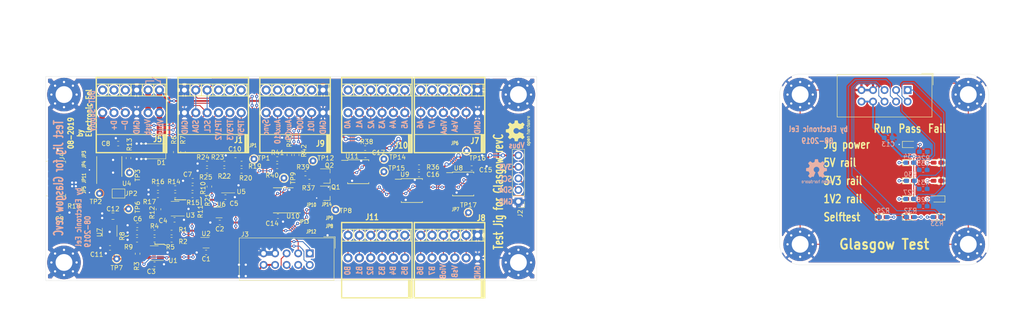
<source format=kicad_pcb>
(kicad_pcb (version 20221018) (generator pcbnew)
  (title_block (title "Glasgow Test Jig") (comment 1 "License 0BSD or Apache 2.0") (comment 3 "by Electronic Eel") (comment 4 "Test Jig for Glasgow revC1"))
  (layers (0 "F.Cu" signal) (31 "B.Cu" signal) (34 "B.Paste" user) (35 "F.Paste" user) (36 "B.SilkS" user "B.Silkscreen") (37 "F.SilkS" user "F.Silkscreen") (38 "B.Mask" user) (39 "F.Mask" user) (44 "Edge.Cuts" user))
  (net 0 "")
  (net 1 "GND")
  (net 2 "+3V3")
  (net 3 "/TP_1V2")
  (net 4 "/TP_3V3")
  (net 5 "Net-(C9-Pad1)")
  (net 6 "/TP_5V")
  (net 7 "VBUS")
  (net 8 "GNDA")
  (net 9 "+3.3VA")
  (net 10 "Net-(D2-Pad2)")
  (net 11 "Net-(D3-Pad1)")
  (net 12 "Net-(D4-Pad2)")
  (net 13 "Net-(D5-Pad2)")
  (net 14 "Net-(D6-Pad1)")
  (net 15 "Net-(D7-Pad2)")
  (net 16 "Net-(D8-Pad2)")
  (net 17 "Net-(D9-Pad2)")
  (net 18 "Net-(D10-Pad1)")
  (net 19 "Net-(D11-Pad2)")
  (net 20 "/SCL")
  (net 21 "/SDA")
  (net 22 "/LED_FAIL")
  (net 23 "/LED_PASS")
  (net 24 "/LED_RUN")
  (net 25 "/LED_5V")
  (net 26 "/LED_1V2")
  (net 27 "/LED_3V3")
  (net 28 "Net-(J4-Pad1)")
  (net 29 "Net-(J4-Pad2)")
  (net 30 "Net-(J4-Pad3)")
  (net 31 "Net-(J4-Pad4)")
  (net 32 "/DUT_Supply")
  (net 33 "/led-board/LED_3V3")
  (net 34 "/led-board/LED_1V2")
  (net 35 "/led-board/LED_5V")
  (net 36 "/led-board/LED_RUN")
  (net 37 "/led-board/LED_PASS")
  (net 38 "/led-board/LED_FAIL")
  (net 39 "/port-connection/TP_A6")
  (net 40 "/port-connection/TP_A7")
  (net 41 "/port-connection/TP_A_Vio")
  (net 42 "/port-connection/TP_A_Vsns")
  (net 43 "/port-connection/TP_B6")
  (net 44 "/port-connection/TP_B7")
  (net 45 "/port-connection/TP_B_Vio")
  (net 46 "/port-connection/TP_B_Vsns")
  (net 47 "/port-connection/JIG_GPIO1")
  (net 48 "/port-connection/JIG_GPIO0")
  (net 49 "/port-connection/TP_Aux_C9")
  (net 50 "/port-connection/TP_Aux_A10")
  (net 51 "/port-connection/TP_Sync")
  (net 52 "/port-connection/TP_A5")
  (net 53 "/port-connection/TP_A3")
  (net 54 "/port-connection/TP_A4")
  (net 55 "/port-connection/TP_A2")
  (net 56 "/port-connection/TP_A1")
  (net 57 "/port-connection/TP_A0")
  (net 58 "/port-connection/TP_B0")
  (net 59 "/port-connection/TP_B1")
  (net 60 "/port-connection/TP_B2")
  (net 61 "/port-connection/TP_B3")
  (net 62 "/port-connection/TP_B4")
  (net 63 "/port-connection/TP_B5")
  (net 64 "Net-(JP1-Pad2)")
  (net 65 "Net-(JP2-Pad2)")
  (net 66 "Net-(JP10-Pad1)")
  (net 67 "/port-connection/~{Port_conn_ctrl}")
  (net 68 "/port-connection/Port_conn_ctrl_5V")
  (net 69 "/port-connection/Aux_conn_ctrl_5V")
  (net 70 "/port-connection/~{Aux_conn_ctrl}")
  (net 71 "Net-(R1-Pad2)")
  (net 72 "Net-(R3-Pad2)")
  (net 73 "Net-(R4-Pad2)")
  (net 74 "Net-(R10-Pad2)")
  (net 75 "Net-(R12-Pad2)")
  (net 76 "Net-(R13-Pad2)")
  (net 77 "Net-(R14-Pad2)")
  (net 78 "Net-(R19-Pad2)")
  (net 79 "Net-(R21-Pad2)")
  (net 80 "Net-(R22-Pad2)")
  (net 81 "Net-(R40-Pad1)")
  (net 82 "Net-(R41-Pad1)")
  (net 83 "Net-(TP9-Pad1)")
  (net 84 "Net-(TP14-Pad1)")
  (net 85 "Net-(TP15-Pad1)")
  (net 86 "Net-(U4-Pad13)")
  (net 87 "Net-(U6-Pad4)")
  (net 88 "Net-(U7-Pad4)")
  (net 89 "Net-(U10-Pad13)")
  (net 90 "Net-(J7-Pad2)")
  (net 91 "Net-(J8-Pad2)")
  (net 92 "Net-(JP3-Pad1)")
  (net 93 "Net-(JP11-Pad1)")
  (net 94 "Net-(JP12-Pad1)")
  (net 95 "Net-(JP13-Pad1)")
  (footprint "Capacitor_SMD:C_0603_1608Metric_Pad1.05x0.95mm_HandSolder" (layer "F.Cu") (at 79.275 124.8 180)
    (fp_text reference "C1")
    (fp_text value "100nF")
  )
  (footprint "Capacitor_SMD:C_0603_1608Metric_Pad1.05x0.95mm_HandSolder" (layer "F.Cu") (at 82.275 118.2 180)
    (fp_text reference "C2")
    (fp_text value "100nF")
  )
  (footprint "Capacitor_SMD:C_0603_1608Metric_Pad1.05x0.95mm_HandSolder" (layer "F.Cu") (at 67.925 127.4)
    (fp_text reference "C3")
    (fp_text value "100nF")
  )
  (footprint "Capacitor_SMD:C_0603_1608Metric_Pad1.05x0.95mm_HandSolder" (layer "F.Cu") (at 72.325 117.6)
    (fp_text reference "C4")
    (fp_text value "100nF")
  )
  (footprint "Capacitor_SMD:C_0603_1608Metric_Pad1.05x0.95mm_HandSolder" (layer "F.Cu") (at 64.125 118.8 180)
    (fp_text reference "C6")
    (fp_text value "100nF")
  )
  (footprint "Capacitor_SMD:C_0603_1608Metric_Pad1.05x0.95mm_HandSolder" (layer "F.Cu") (at 76.325 109 180)
    (fp_text reference "C7")
    (fp_text value "100nF")
  )
  (footprint "Capacitor_SMD:C_0603_1608Metric_Pad1.05x0.95mm_HandSolder" (layer "F.Cu") (at 59.925 100.8 180)
    (fp_text reference "C8")
    (fp_text value "100nF")
  )
  (footprint "Capacitor_SMD:C_0603_1608Metric_Pad1.05x0.95mm_HandSolder" (layer "F.Cu") (at 47.125 116)
    (fp_text reference "C9")
    (fp_text value "100nF")
  )
  (footprint "Capacitor_SMD:C_0603_1608Metric_Pad1.05x0.95mm_HandSolder" (layer "F.Cu") (at 58.125 123.8 180)
    (fp_text reference "C11")
    (fp_text value "1µF")
  )
  (footprint "Capacitor_SMD:C_0805_2012Metric_Pad1.15x1.40mm_HandSolder" (layer "F.Cu") (at 58.775 116.8 180)
    (fp_text reference "C12")
    (fp_text value "4.7µF")
  )
  (footprint "Capacitor_SMD:C_0603_1608Metric_Pad1.05x0.95mm_HandSolder" (layer "F.Cu") (at 95.075 116.8)
    (fp_text reference "C14")
    (fp_text value "100nF")
  )
  (footprint "Capacitor_SMD:C_0603_1608Metric_Pad1.05x0.95mm_HandSolder" (layer "F.Cu") (at 137.725 106.2 180)
    (fp_text reference "C15")
    (fp_text value "100nF")
  )
  (footprint "Capacitor_SMD:C_0603_1608Metric_Pad1.05x0.95mm_HandSolder" (layer "F.Cu") (at 114.325 103.4 180)
    (fp_text reference "C17")
    (fp_text value "100nF")
  )
  (footprint "Diode_SMD:D_SMA" (layer "F.Cu") (at 67 102.5 180)
    (fp_text reference "D1")
    (fp_text value "SMAJ5A")
  )
  (footprint "MountingHole:MountingHole_3.7mm_Pad_Via" (layer "F.Cu") (at 148 127)
    (fp_text reference "H1" hide)
    (fp_text value "MountingHole_Pad")
  )
  (footprint "MountingHole:MountingHole_3.7mm_Pad_Via" (layer "F.Cu") (at 48 90)
    (fp_text reference "H2" hide)
    (fp_text value "MountingHole_Pad")
  )
  (footprint "MountingHole:MountingHole_3.7mm_Pad_Via" (layer "F.Cu") (at 148 90)
    (fp_text reference "H3" hide)
    (fp_text value "MountingHole_Pad")
  )
  (footprint "MountingHole:MountingHole_3.7mm_Pad_Via" (layer "F.Cu") (at 48 127)
    (fp_text reference "H4" hide)
    (fp_text value "MountingHole_Pad")
  )
  (footprint "Glasgow:TerminalBlock_MetzConnect_AST04106_1x06_Lever_Clamp_45Degree" (layer "F.Cu") (at 139 89 180)
    (fp_text reference "J7")
    (fp_text value "AST04106")
  )
  (footprint "Glasgow:TerminalBlock_MetzConnect_AST04106_1x06_Lever_Clamp_45Degree" (layer "F.Cu") (at 105 89 180)
    (fp_text reference "J9")
    (fp_text value "AST04106")
  )
  (footprint "Glasgow:TerminalBlock_MetzConnect_AST04106_1x06_Lever_Clamp_45Degree" (layer "F.Cu") (at 123 89 180)
    (fp_text reference "J10")
    (fp_text value "AST04106")
  )
  (footprint "Glasgow:TerminalBlock_MetzConnect_AST04106_1x06_Lever_Clamp_45Degree" (layer "F.Cu") (at 123 121 180)
    (fp_text reference "J11")
    (fp_text value "AST04106")
  )
  (footprint "Package_TO_SOT_SMD:SOT-23" (layer "F.Cu") (at 105.8 111.75)
    (fp_text reference "Q1")
    (fp_text value "BSS138")
  )
  (footprint "Package_TO_SOT_SMD:SOT-23" (layer "F.Cu") (at 105.8 107.95)
    (fp_text reference "Q2")
    (fp_text value "BSS138")
  )
  (footprint "Resistor_SMD:R_0603_1608Metric_Pad1.05x0.95mm_HandSolder" (layer "F.Cu") (at 71.675 120.4 180)
    (fp_text reference "R1")
    (fp_text value "5M1")
  )
  (footprint "Resistor_SMD:R_0603_1608Metric_Pad1.05x0.95mm_HandSolder" (layer "F.Cu") (at 71.675 122 180)
    (fp_text reference "R2")
    (fp_text value "68k")
  )
  (footprint "Resistor_SMD:R_0603_1608Metric_Pad1.05x0.95mm_HandSolder" (layer "F.Cu") (at 64.2 125.075 -90)
    (fp_text reference "R3")
    (fp_text value "4k7")
  )
  (footprint "Resistor_SMD:R_0603_1608Metric_Pad1.05x0.95mm_HandSolder" (layer "F.Cu") (at 67.925 120.4 180)
    (fp_text reference "R4")
    (fp_text value "DNP")
  )
  (footprint "Resistor_SMD:R_0603_1608Metric_Pad1.05x0.95mm_HandSolder" (layer "F.Cu") (at 67.925 122 180)
    (fp_text reference "R5")
    (fp_text value "910R")
  )
  (footprint "Resistor_SMD:R_0603_1608Metric_Pad1.05x0.95mm_HandSolder" (layer "F.Cu") (at 72.6 102.675 90)
    (fp_text reference "R6")
    (fp_text value "22k")
  )
  (footprint "Resistor_SMD:R_0603_1608Metric_Pad1.05x0.95mm_HandSolder" (layer "F.Cu") (at 74.2 102.675 90)
    (fp_text reference "R7")
    (fp_text value "22k")
  )
  (footprint "Resistor_SMD:R_0603_1608Metric_Pad1.05x0.95mm_HandSolder" (layer "F.Cu") (at 64.075 122 180)
    (fp_text reference "R9")
    (fp_text value "33k")
  )
  (footprint "Resistor_SMD:R_0603_1608Metric_Pad1.05x0.95mm_HandSolder" (layer "F.Cu") (at 76.275 110.6 180)
    (fp_text reference "R10")
    (fp_text value "91k")
  )
  (footprint "Resistor_SMD:R_0603_1608Metric_Pad1.05x0.95mm_HandSolder" (layer "F.Cu") (at 76.275 112.2 180)
    (fp_text reference "R11")
    (fp_text value "3M6")
  )
  (footprint "Resistor_SMD:R_0603_1608Metric_Pad1.05x0.95mm_HandSolder" (layer "F.Cu") (at 68.8 115.275 -90)
    (fp_text reference "R12")
    (fp_text value "4k7")
  )
  (footprint "Resistor_SMD:R_0603_1608Metric_Pad1.05x0.95mm_HandSolder" (layer "F.Cu") (at 72.475 110.6 180)
    (fp_text reference "R14")
    (fp_text value "1k")
  )
  (footprint "Resistor_SMD:R_0603_1608Metric_Pad1.05x0.95mm_HandSolder" (layer "F.Cu") (at 72.475 112.2 180)
    (fp_text reference "R15")
    (fp_text value "470R")
  )
  (footprint "Resistor_SMD:R_0603_1608Metric_Pad1.05x0.95mm_HandSolder" (layer "F.Cu") (at 68.675 110.6 180)
    (fp_text reference "R16")
    (fp_text value "DNP")
  )
  (footprint "Resistor_SMD:R_0603_1608Metric_Pad1.05x0.95mm_HandSolder" (layer "F.Cu") (at 68.675 112.2 180)
    (fp_text reference "R17")
    (fp_text value "12k")
  )
  (footprint "Resistor_SMD:R_0603_1608Metric_Pad1.05x0.95mm_HandSolder" (layer "F.Cu") (at 79.475 105.2 180)
    (fp_text reference "R24")
    (fp_text value "DNP")
  )
  (footprint "Resistor_SMD:R_0603_1608Metric_Pad1.05x0.95mm_HandSolder" (layer "F.Cu") (at 102 109.175)
    (fp_text reference "R37")
    (fp_text value "100K")
  )
  (footprint "Resistor_SMD:R_0603_1608Metric_Pad1.05x0.95mm_HandSolder" (layer "F.Cu") (at 114.275 101.8 180)
    (fp_text reference "R38")
    (fp_text value "2k2")
  )
  (footprint "Resistor_SMD:R_0603_1608Metric_Pad1.05x0.95mm_HandSolder" (layer "F.Cu") (at 101.125 107.4)
    (fp_text reference "R39")
    (fp_text value "100K")
  )
  (footprint "Resistor_SMD:R_0603_1608Metric_Pad1.05x0.95mm_HandSolder" (layer "F.Cu") (at 94.925 105.8 180)
    (fp_text reference "R40")
    (fp_text value "DNP")
  )
  (footprint "Resistor_SMD:R_0603_1608Metric_Pad1.05x0.95mm_HandSolder" (layer "F.Cu") (at 94.925 104.2 180)
    (fp_text reference "R41")
    (fp_text value "DNP")
  )
  (footprint "Resistor_SMD:R_0603_1608Metric_Pad1.05x0.95mm_HandSolder" (layer "F.Cu") (at 99.2 103.305 90)
    (fp_text reference "R42")
    (fp_text value "DNP")
  )
  (footprint "Resistor_SMD:R_0603_1608Metric_Pad1.05x0.95mm_HandSolder" (layer "F.Cu") (at 97.6 103.305 90)
    (fp_text reference "R43")
    (fp_text value "DNP")
  )
  (footprint "Package_TO_SOT_SMD:SOT-23-6_Handsoldering" (layer "F.Cu") (at 67.85 124.95 180)
    (fp_text reference "U1")
    (fp_text value "TPS3700")
  )
  (footprint "Package_TO_SOT_SMD:SOT-363_SC-70-6_Handsoldering" (layer "F.Cu") (at 79.27 122.65)
    (fp_text reference "U2")
    (fp_text value "74LVC2G14")
  )
  (footprint "Package_TO_SOT_SMD:SOT-23-6_Handsoldering" (layer "F.Cu") (at 72.45 115.15 180)
    (fp_text reference "U3")
    (fp_text value "TPS3700")
  )
  (footprint "Package_SO:TSSOP-16_4.4x5mm_P0.65mm" (layer "F.Cu") (at 58 105.85 90)
    (fp_text reference "U4")
    (fp_text value "INA260")
  )
  (footprint "Package_TO_SOT_SMD:SOT-363_SC-70-6_Handsoldering" (layer "F.Cu") (at 82.13 116)
    (fp_text reference "U6")
    (fp_text value "74LVC2G14")
  )
  (footprint "Package_TO_SOT_SMD:SOT-23-5_HandSoldering" (layer "F.Cu") (at 58.05 120.35 -90)
    (fp_text reference "U7")
    (fp_text value "AP2127K-3.3")
  )
  (footprint "Package_SO:TSSOP-14_4.4x5mm_P0.65mm" (layer "F.Cu") (at 135.85 109.7)
    (fp_text reference "U8")
    (fp_text value "74HC4066")
  )
  (footprint "Package_SO:TSSOP-14_4.4x5mm_P0.65mm" (layer "F.Cu") (at 124.55 111.15)
    (fp_text reference "U9")
    (fp_text value "74HC4066")
  )
  (footprint "Package_SO:TSSOP-16_4.4x5mm_P0.65mm" (layer "F.Cu") (at 96.25 113.275 180)
    (fp_text reference "U10")
    (fp_text value "TCA9534")
  )
  (footprint "Package_SO:TSSOP-14_4.4x5mm_P0.65mm" (layer "F.Cu") (at 112.75 107)
    (fp_text reference "U11")
    (fp_text value "74HC4066")
  )
  (footprint "Glasgow:TerminalBlock_MetzConnect_AST04106_1x06_Lever_Clamp_45Degree" (layer "F.Cu") (at 69 89 180)
    (fp_text reference "J5")
    (fp_text value "AST04106")
  )
  (footprint "Glasgow:TerminalBlock_MetzConnect_AST04106_1x06_Lever_Clamp_45Degree" (layer "F.Cu") (at 139 121 180)
    (fp_text reference "J8")
    (fp_text value "AST04106")
  )
  (footprint "Glasgow:TerminalBlock_MetzConnect_AST04106_1x06_Lever_Clamp_45Degree" (layer "F.Cu") (at 87 89 180)
    (fp_text reference "J1")
    (fp_text value "AST04106")
  )
  (footprint "Connector_IDC:IDC-Header_2x05_P2.54mm_Vertical" (layer "F.Cu") (at 233.66 89 -90)
    (fp_text reference "J6" hide)
    (fp_text value "Conn_02x05_Odd_Even")
  )
  (footprint "MountingHole:MountingHole_3.7mm_Pad_Via" (layer "F.Cu") (at 210 90)
    (fp_text reference "H8" hide)
    (fp_text value "MountingHole_Pad")
  )
  (footprint "MountingHole:MountingHole_3.7mm_Pad_Via" (layer "F.Cu") (at 210 123)
    (fp_text reference "H7" hide)
    (fp_text value "MountingHole_Pad")
  )
  (footprint "MountingHole:MountingHole_3.7mm_Pad_Via" (layer "F.Cu") (at 247 90)
    (fp_text reference "H6" hide)
    (fp_text value "MountingHole_Pad")
  )
  (footprint "MountingHole:MountingHole_3.7mm_Pad_Via" (layer "F.Cu") (at 247 123)
    (fp_text reference "H5" hide)
    (fp_text value "MountingHole_Pad")
  )
  (footprint "LED_SMD:LED_0603_1608Metric_Castellated" (layer "F.Cu") (at 240.2125 105 180)
    (fp_text reference "D11" hide)
    (fp_text value "red")
  )
  (footprint "LED_SMD:LED_0603_1608Metric_Castellated" (layer "F.Cu") (at 240.1875 117 180)
    (fp_text reference "D9" hide)
    (fp_text value "red")
  )
  (footprint "LED_SMD:LED_0603_1608Metric_Castellated" (layer "F.Cu") (at 234.1875 117)
    (fp_text reference "D8" hide)
    (fp_text value "green")
  )
  (footprint "LED_SMD:LED_0603_1608Metric_Castellated" (layer "F.Cu") (at 240.1875 109 180)
    (fp_text reference "D7" hide)
    (fp_text value "red")
  )
  (footprint "LED_SMD:LED_0603_1608Metric_Castellated" (layer "F.Cu") (at 234.1875 109)
    (fp_text reference "D6" hide)
    (fp_text value "green")
  )
  (footprint "LED_SMD:LED_0603_1608Metric_Castellated" (layer "F.Cu") (at 228.1875 117)
    (fp_text reference "D5" hide)
    (fp_text value "yellow")
  )
  (footprint "LED_SMD:LED_0603_1608Metric_Castellated" (layer "F.Cu") (at 240.1875 113 180)
    (fp_text reference "D4" hide)
    (fp_text value "red")
  )
  (footprint "LED_SMD:LED_0603_1608Metric_Castellated" (layer "F.Cu") (at 234.1875 113)
    (fp_text reference "D3" hide)
    (fp_text value "green")
  )
  (footprint "LED_SMD:LED_0603_1608Metric_Castellated" (layer "F.Cu") (at 234.1875 101)
    (fp_text reference "D2" hide)
    (fp_text value "green")
  )
  (footprint "Connector_IDC:IDC-Header_2x05_P2.54mm_Vertical" (layer "F.Cu") (at 102.08 125 -90)
    (fp_text reference "J3")
    (fp_text value "Conn_02x05_Odd_Even")
  )
  (footprint "Connector_USB:USB_Micro-B_Molex_47346-0001" (layer "F.Cu") (at 46.65 108.51 -90)
    (fp_text reference "J4")
    (fp_text value "USB_B_Micro")
  )
  (footprint "Resistor_SMD:R_0603_1608Metric_Pad1.05x0.95mm_HandSolder" (layer "F.Cu") (at 47.125 114.5)
    (fp_text reference "R18")
    (fp_text value "1M")
  )
  (footprint "Resistor_SMD:R_0603_1608Metric_Pad1.05x0.95mm_HandSolder" (layer "F.Cu") (at 62.2 104 -90)
    (fp_text reference "R13")
    (fp_text value "4k7")
  )
  (footprint "Glasgow:Solderbridge-small-2pad" (layer "F.Cu") (at 53.6 103.4 90)
    (fp_text reference "JP3")
    (fp_text value "SolderJumper_2_Open")
  )
  (footprint "Resistor_SMD:R_0603_1608Metric_Pad1.05x0.95mm_HandSolder" (layer "F.Cu") (at 79.475 106.8 180)
    (fp_text reference "R25")
    (fp_text value "7k5")
  )
  (footprint "Capacitor_SMD:C_0603_1608Metric_Pad1.05x0.95mm_HandSolder" (layer "F.Cu") (at 85.725 103.4 180)
    (fp_text reference "C10")
    (fp_text value "100nF")
  )
  (footprint "Capacitor_SMD:C_0603_1608Metric_Pad1.05x0.95mm_HandSolder" (layer "F.Cu") (at 83.525 112.6)
    (fp_text reference "C5")
    (fp_text value "100nF")
  )
  (footprint "Package_TO_SOT_SMD:SOT-23-6_Handsoldering" (layer "F.Cu") (at 83.55 110.05 180)
    (fp_text reference "U5")
    (fp_text value "TPS3700")
  )
  (footprint "Resistor_SMD:R_0603_1608Metric_Pad1.05x0.95mm_HandSolder" (layer "F.Cu") (at 83.275 105.2 180)
    (fp_text reference "R23")
    (fp_text value "680")
  )
  (footprint "Resistor_SMD:R_0603_1608Metric_Pad1.05x0.95mm_HandSolder" (layer "F.Cu") (at 83.275 106.8 180)
    (fp_text reference "R22")
    (fp_text value "DNP")
  )
  (footprint "Resistor_SMD:R_0603_1608Metric_Pad1.05x0.95mm_HandSolder" (layer "F.Cu") (at 80 110.275 -90)
    (fp_text reference "R21")
    (fp_text value "4k7")
  )
  (footprint "Resistor_SMD:R_0603_1608Metric_Pad1.05x0.95mm_HandSolder" (layer "F.Cu") (at 87.075 106.8 180)
    (fp_text reference "R20")
    (fp_text value "110k")
  )
  (footprint "Resistor_SMD:R_0603_1608Metric_Pad1.05x0.95mm_HandSolder" (layer "F.Cu") (at 87.075 105.2 180)
    (fp_text reference "R19")
    (fp_text value "510k")
  )
  (footprint "Glasgow:Solderbridge-small-2pad" (layer "F.Cu") (at 88.4 102.4)
    (fp_text reference "JP1")
    (fp_text value "SolderJumper_2_Bridged")
  )
  (footprint "Glasgow:Solderbridge-small-2pad" (layer "F.Cu") (at 53.6 105.4 -90)
    (fp_text reference "JP4")
    (fp_text value "SolderJumper_2_Bridged")
  )
  (footprint "Glasgow:Solderbridge-small-2pad" (layer "F.Cu") (at 53.6 110.15 -90)
    (fp_text reference "JP5")
    (fp_text value "SolderJumper_2_Bridged")
  )
  (footprint "Glasgow:Solderbridge-small-2pad" (layer "F.Cu") (at 134 116.4 180)
    (fp_text reference "JP7")
    (fp_text value "SolderJumper_2_Bridged")
  )
  (footprint "Glasgow:Solderbridge-small-2pad" (layer "F.Cu") (at 104.8 119)
    (fp_text reference "JP8")
    (fp_text value "SolderJumper_2_Bridged")
  )
  (footprint "Glasgow:Solderbridge-small-2pad" (layer "F.Cu") (at 104.8 117.2)
    (fp_text reference "JP9")
    (fp_text value "SolderJumper_2_Bridged")
  )
  (footprint "Glasgow:Solderbridge-small-2pad" (layer "F.Cu") (at 102.6 115.4 180)
    (fp_text reference "JP10")
    (fp_text value "SolderJumper_2_Bridged")
  )
  (footprint "Glasgow:Solderbridge-small-2pad" (layer "F.Cu") (at 53.6 108.05 90)
    (fp_text reference "JP11")
    (fp_text value "SolderJumper_2_Open")
  )
  (footprint "Glasgow:Solderbridge-small-2pad" (layer "F.Cu") (at 102.65 119 180)
    (fp_text reference "JP12")
    (fp_text value "SolderJumper_2_Open")
  )
  (footprint "Glasgow:Solderbridge-small-2pad" (layer "F.Cu") (at 102.65 117.2 180)
    (fp_text reference "JP13")
    (fp_text value "SolderJumper_2_Open")
  )
  (footprint "Glasgow:Solderbridge-small-2pad" (layer "F.Cu") (at 104.8 115.4)
    (fp_text reference "JP14")
    (fp_text value "SolderJumper_2_Open")
  )
  (footprint "TestPoint:TestPoint_THTPad_D1.5mm_Drill0.7mm" (layer "F.Cu") (at 89.8 104.2)
    (fp_text reference "TP1")
    (fp_text value "TestPoint")
  )
  (footprint "TestPoint:TestPoint_THTPad_D1.5mm_Drill0.7mm" (layer "F.Cu") (at 55.8 111.8)
    (fp_text reference "TP2")
    (fp_text value "TestPoint")
  )
  (footprint "TestPoint:TestPoint_THTPad_D1.5mm_Drill0.7mm" (layer "F.Cu") (at 62.4 107.2)
    (fp_text reference "TP3")
    (fp_text value "TestPoint")
  )
  (footprint "TestPoint:TestPoint_THTPad_D1.5mm_Drill0.7mm" (layer "F.Cu") (at 62.2 115.2)
    (fp_text reference "TP6")
    (fp_text value "TestPoint")
  )
  (footprint "TestPoint:TestPoint_THTPad_D1.5mm_Drill0.7mm" (layer "F.Cu") (at 59.6 126.2)
    (fp_text reference "TP7")
    (fp_text value "TestPoint")
  )
  (footprint "TestPoint:TestPoint_THTPad_D1.5mm_Drill0.7mm" (layer "F.Cu") (at 107.8 115.4)
    (fp_text reference "TP8")
    (fp_text value "TestPoint")
  )
  (footprint "TestPoint:TestPoint_THTPad_D1.5mm_Drill0.7mm" (layer "F.Cu") (at 96.4 108.4)
    (fp_text reference "TP9")
    (fp_text value "TestPoint")
  )
  (footprint "TestPoint:TestPoint_THTPad_D1.5mm_Drill0.7mm" (layer "F.Cu") (at 118.4 104.2)
    (fp_text reference "TP14")
    (fp_text value "TestPoint")
  )
  (footprint "TestPoint:TestPoint_THTPad_D1.5mm_Drill0.7mm" (layer "F.Cu") (at 118.4 107)
    (fp_text reference "TP15")
    (fp_text value "TestPoint")
  )
  (footprint "TestPoint:TestPoint_THTPad_D1.5mm_Drill0.7mm" (layer "F.Cu") (at 136.6 102.4)
    (fp_text reference "TP16")
    (fp_text value "TestPoint")
  )
  (footprint "TestPoint:TestPoint_THTPad_D1.5mm_Drill0.7mm" (layer "F.Cu") (at 137 116)
    (fp_text reference "TP17")
    (fp_text value "TestPoint")
  )
  (footprint "Jumper:SolderJumper-2_P1.3mm_Open_TrianglePad1.0x1.5mm" (layer "F.Cu") (at 60 111.8 180)
    (fp_text reference "JP2")
    (fp_text value "SolderJumper_2_Bridged")
  )
  (footprint "Resistor_SMD:R_0603_1608Metric_Pad1.05x0.95mm_HandSolder" (layer "F.Cu") (at 64.075 120.4 180)
    (fp_text reference "R8")
    (fp_text value "DNP")
  )
  (footprint "Glasgow:Solderbridge-small-2pad" (layer "F.Cu") (at 133.85 101.8 180)
    (fp_text reference "JP6")
    (fp_text value "SolderJumper_2_Bridged")
  )
  (footprint "Capacitor_SMD:C_0603_1608Metric_Pad1.05x0.95mm_HandSolder" (layer "F.Cu") (at 126.125 107.6 180)
    (fp_text reference "C16")
    (fp_text value "100nF")
  )
  (footprint "Resistor_SMD:R_0603_1608Metric_Pad1.05x0.95mm_HandSolder" (layer "F.Cu") (at 126.125 106 180)
    (fp_text reference "R36")
    (fp_text value "2k2")
  )
  (footprint "TestPoint:TestPoint_THTPad_D1.5mm_Drill0.7mm" (layer "F.Cu") (at 102.8 104.6)
    (fp_text reference "TP12")
    (fp_text value "TestPoint")
  )
  (footprint "Symbol:OSHW-Logo2_7.3x6mm_SilkScreen" (layer "F.Cu") (at 148 98 90)
    (fp_text reference "REF**" hide)
    (fp_text value "OSHW-Logo2_7.3x6mm_SilkScreen" hide)
  )
  (footprint "Connector_PinHeader_2.54mm:PinHeader_1x05_P2.54mm_Vertical" (layer "F.Cu") (at 148 113.56 180)
    (fp_text reference "J2")
    (fp_text value "DNP")
  )
  (footprint "LED_SMD:LED_0603_1608Metric_Castellated" (layer "F.Cu") (at 234.1875 105)
    (fp_text reference "D10" hide)
    (fp_text value "green")
  )
  (footprint "Resistor_SMD:R_0603_1608Metric_Pad1.05x0.95mm_HandSolder" (layer "B.Cu") (at 237.075 110.8 180)
    (fp_text reference "R31")
    (fp_text value "2k2")
  )
  (footprint "Resistor_SMD:R_0603_1608Metric_Pad1.05x0.95mm_HandSolder" (layer "B.Cu") (at 234.275 109 180)
    (fp_text reference "R30")
    (fp_text value "2k2")
  )
  (footprint "Resistor_SMD:R_0603_1608Metric_Pad1.05x0.95mm_HandSolder" (layer "B.Cu") (at 228.275 117 180)
    (fp_text reference "R29")
    (fp_text value "2k2")
  )
  (footprint "Resistor_SMD:R_0603_1608Metric_Pad1.05x0.95mm_HandSolder" (layer "B.Cu") (at 237.075 114.6 180)
    (fp_text reference "R28")
    (fp_text value "2k2")
  )
  (footprint "Resistor_SMD:R_0603_1608Metric_Pad1.05x0.95mm_HandSolder" (layer "B.Cu") (at 234.125 113 180)
    (fp_text reference "R27")
    (fp_text value "2k2")
  )
  (footprint "Resistor_SMD:R_0603_1608Metric_Pad1.05x0.95mm_HandSolder" (layer "B.Cu") (at 237.125 102.6)
    (fp_text reference "R26")
    (fp_text value "2k2")
  )
  (footprint "Resistor_SMD:R_0603_1608Metric_Pad1.05x0.95mm_HandSolder" (layer "B.Cu") (at 240.125 117)
    (fp_text reference "R33")
    (fp_text value "2k2")
  )
  (footprint "Resistor_SMD:R_0603_1608Metric_Pad1.05x0.95mm_HandSolder" (layer "B.Cu") (at 234.125 105 180)
    (fp_text reference "R34")
    (fp_text value "2k2")
  )
  (footprint "Resistor_SMD:R_0603_1608Metric_Pad1.05x0.95mm_HandSolder" (layer "B.Cu") (at 237.075 106.6 180)
    (fp_text reference "R35")
    (fp_text value "2k2")
  )
  (footprint "Resistor_SMD:R_0603_1608Metric_Pad1.05x0.95mm_HandSolder" (layer "B.Cu") (at 234.275 117 180)
    (fp_text reference "R32")
    (fp_text value "2k2")
  )
  (footprint "Capacitor_SMD:C_0603_1608Metric_Pad1.05x0.95mm_HandSolder" (layer "B.Cu") (at 229.375 99.5)
    (fp_text reference "C13")
    (fp_text value "100nF")
  )
  (footprint "Symbol:OSHW-Logo2_7.3x6mm_SilkScreen" (layer "B.Cu") (at 213.6 107 180)
    (fp_text reference "REF**" hide)
    (fp_text value "OSHW-Logo2_7.3x6mm_SilkScreen" hide)
  )
  (gr_line (start 66 87.6) (end 66 87) (stroke (width 0.2)) (layer "B.SilkS"))
  (gr_line (start 68.8 87) (end 67.4 86.2) (stroke (width 0.2)) (layer "B.SilkS"))
  (gr_line (start 66.4 87) (end 67.8 87) (stroke (width 0.2)) (layer "B.SilkS"))
  (gr_line (start 69.2 87.6) (end 69.2 87) (stroke (width 0.2)) (layer "B.SilkS"))
  (gr_line (start 66 87) (end 66.4 87) (stroke (width 0.2)) (layer "B.SilkS"))
  (gr_line (start 69.2 87) (end 68.8 87) (stroke (width 0.2)) (layer "B.SilkS"))
  (gr_line (start 78.2 112.8) (end 78 112.6) (stroke (width 0.2)) (layer "F.SilkS"))
  (gr_line (start 72.4 113) (end 72.4 113.2) (stroke (width 0.2)) (layer "F.SilkS"))
  (gr_line (start 74.2 113.2) (end 74.8 113.2) (stroke (width 0.2)) (layer "F.SilkS"))
  (gr_line (start 68 122.8) (end 68 123) (stroke (width 0.2)) (layer "F.SilkS"))
  (gr_line (start 61.4 121.2) (end 62 121.2) (stroke (width 0.2)) (layer "F.SilkS"))
  (gr_line (start 72.4 113.2) (end 74.2 113.2) (stroke (width 0.2)) (layer "F.SilkS"))
  (gr_line (start 70 123) (end 70.4 123.2) (stroke (width 0.2)) (layer "F.SilkS"))
  (gr_line (start 62 121.2) (end 62.2 121) (stroke (width 0.2)) (layer "F.SilkS"))
  (gr_line (start 68 123) (end 70 123) (stroke (width 0.2)) (layer "F.SilkS"))
  (gr_line (start 78.2 114.4) (end 78.2 112.8) (stroke (width 0.2)) (layer "F.SilkS"))
  (gr_line (start 152 126) (end 152 86) (stroke (width 0.05)) (layer "Edge.Cuts"))
  (gr_line (start 152 131) (end 152 126) (stroke (width 0.05)) (layer "Edge.Cuts"))
  (gr_line (start 44 86) (end 152 86) (stroke (width 0.05)) (layer "Edge.Cuts"))
  (gr_line (start 251.5 123) (end 251.5 90) (stroke (width 0.05)) (layer "Edge.Cuts"))
  (gr_line (start 247 85.5) (end 210 85.5) (stroke (width 0.05)) (layer "Edge.Cuts"))
  (gr_line (start 205.5 90) (end 205.5 123) (stroke (width 0.05)) (layer "Edge.Cuts"))
  (gr_line (start 210 127.5) (end 247 127.5) (stroke (width 0.05)) (layer "Edge.Cuts"))
  (gr_arc (start 247 85.5) (mid 250.181981 86.818019) (end 251.5 90) (stroke (width 0.05)) (layer "Edge.Cuts"))
  (gr_arc (start 205.5 90) (mid 206.818019 86.818019) (end 210 85.5) (stroke (width 0.05)) (layer "Edge.Cuts"))
  (gr_line (start 44 131) (end 152 131) (stroke (width 0.05)) (layer "Edge.Cuts"))
  (gr_arc (start 251.5 123) (mid 250.181981 126.181981) (end 247 127.5) (stroke (width 0.05)) (layer "Edge.Cuts"))
  (gr_arc (start 210 127.5) (mid 206.818019 126.181981) (end 205.5 123) (stroke (width 0.05)) (layer "Edge.Cuts"))
  (gr_line (start 44 86) (end 44 131) (stroke (width 0.05)) (layer "Edge.Cuts"))
  (gr_text "A6" (at 126.4 96.6 90) (layer "B.SilkS") (effects (font (size 1.2 1) (thickness 0.25)) (justify mirror)))
  (gr_text "by Electronic Eel" (at 51.2 117 90) (layer "B.SilkS") (effects (font (size 1.2 1) (thickness 0.25)) (justify mirror)))
  (gr_text "TP1V2" (at 82 97.8 90) (layer "B.SilkS") (effects (font (size 1.2 1) (thickness 0.25)) (justify mirror)))
  (gr_text "D+" (at 59 96.8 90) (layer "B.SilkS") (effects (font (size 1.2 1) (thickness 0.25)) (justify mirror)))
  (gr_text "TP5V" (at 87 97.4 90) (layer "B.SilkS") (effects (font (size 1.2 1) (thickness 0.25)) (justify mirror)))
  (gr_text "B7" (at 129 128.8 90) (layer "B.SilkS") (effects (font (size 1.2 1) (thickness 0.25)) (justify mirror)))
  (gr_text "A3" (at 118 96.6 90) (layer "B.SilkS") (effects (font (size 1.2 1) (thickness 0.25)) (justify mirror)))
  (gr_text "DUT-Supply" (at 54.2 93.6 90) (layer "B.SilkS") (effects (font (size 1.2 1) (thickness 0.25)) (justify mirror)))
  (gr_text "A2" (at 115.6 96.6 90) (layer "B.SilkS") (effects (font (size 1.2 1) (thickness 0.25)) (justify mirror)))
  (gr_text "GND" (at 74.6 97.2 90) (layer "B.SilkS") (effects (font (size 1.2 1) (thickness 0.25)) (justify mirror)))
  (gr_text "A5" (at 123 96.6 90) (layer "B.SilkS") (effects (font (size 1.2 1) (thickness 0.25)) (justify mirror)))
  (gr_text "SCL" (at 145.2 108.6) (layer "B.SilkS") (effects (font (size 1.2 1) (thickness 0.25)) (justify mirror)))
  (gr_text "Vbus" (at 69.2 97.2 90) (layer "B.SilkS") (effects (font (size 1.2 1) (thickness 0.25)) (justify mirror)))
  (gr_text "by Electronic Eel" (at 214 97.6) (layer "B.SilkS") (effects (font (size 1.2 1) (thickness 0.25)) (justify mirror)))
  (gr_text "VioB" (at 131.4 129 90) (layer "B.SilkS") (effects (font (size 1.2 1) (thickness 0.25)) (justify mirror)))
  (gr_text "B0" (at 110.4 128.8 90) (layer "B.SilkS") (effects (font (size 1.2 1) (thickness 0.25)) (justify mirror)))
  (gr_text "VsB" (at 134 129 90) (layer "B.SilkS") (effects (font (size 1.2 1) (thickness 0.25)) (justify mirror)))
  (gr_text "GND" (at 139 129.2 90) (layer "B.SilkS") (effects (font (size 1.2 1) (thickness 0.25)) (justify mirror)))
  (gr_text "GND" (at 105 97.2 90) (layer "B.SilkS") (effects (font (size 1.2 1) (thickness 0.25)) (justify mirror)))
  (gr_text "IO0" (at 100 96.4 90) (layer "B.SilkS") (effects (font (size 1.2 1) (thickness 0.25)) (justify mirror)))
  (gr_text "B2" (at 115.4 128.8 90) (layer "B.SilkS") (effects (font (size 1.2 1) (thickness 0.25)) (justify mirror)))
  (gr_text "Test Jig for Glasgow revC" (at 46.8 108.4 90) (layer "B.SilkS") (effects (font (size 2 1.3) (thickness 0.325)) (justify mirror)))
  (gr_text "SDA" (at 77 97 90) (layer "B.SilkS") (effects (font (size 1.2 1) (thickness 0.25)) (justify mirror)))
  (gr_text "B1" (at 113 128.8 90) (layer "B.SilkS") (effects (font (size 1.2 1) (thickness 0.25)) (justify mirror)))
  (gr_text "GND" (at 139 97.2 90) (layer "B.SilkS") (effects (font (size 1.2 1) (thickness 0.25)) (justify mirror)))
  (gr_text "IO1" (at 102.4 97 90) (layer "B.SilkS") (effects (font (size 1.2 1) (thickness 0.25)) (justify mirror)))
  (gr_text "B3" (at 118 128.8 90) (layer "B.SilkS") (effects (font (size 1.2 1) (thickness 0.25)) (justify mirror)))
  (gr_text "B4" (at 120.4 128.8 90) (layer "B.SilkS") (effects (font (size 1.2 1) (thickness 0.25)) (justify mirror)))
  (gr_text "Vbus" (at 147.6 101.2) (layer "B.SilkS") (effects (font (size 1.2 1) (thickness 0.25)) (justify mirror)))
  (gr_text "VioA" (at 131.6 97.2 90) (layer "B.SilkS") (effects (font (size 1.2 1) (thickness 0.25)) (justify mirror)))
  (gr_text "SDA" (at 145.2 111) (layer "B.SilkS") (effects (font (size 1.2 1) (thickness 0.25)) (justify mirror)))
  (gr_text "B5" (at 123 128.8 90) (layer "B.SilkS") (effects (font (size 1.2 1) (thickness 0.25)) (justify mirror)))
  (gr_text "VsA" (at 134 97 90) (layer "B.SilkS") (effects (font (size 1.2 1) (thickness 0.25)) (justify mirror)))
  (gr_text "3V3" (at 145.2 106) (layer "B.SilkS") (effects (font (size 1.2 1) (thickness 0.25)) (justify mirror)))
  (gr_text "08-2019" (at 53.2 120.2 90) (layer "B.SilkS") (effects (font (size 1.2 1) (thickness 0.25)) (justify mirror)))
  (gr_text "GND" (at 64 97.2 90) (layer "B.SilkS") (effects (font (size 1.2 1) (thickness 0.25)) (justify mirror)))
  (gr_text "Sync" (at 92.4 97.2 90) (layer "B.SilkS") (effects (font (size 1.2 1) (thickness 0.25)) (justify mirror)))
  (gr_text "D-" (at 61.4 96.8 90) (layer "B.SilkS") (effects (font (size 1.2 1) (thickness 0.25)) (justify mirror)))
  (gr_text "A7" (at 129 96.6 90) (layer "B.SilkS") (effects (font (size 1.2 1) (thickness 0.25)) (justify mirror)))
  (gr_text "AuxA10" (at 95 98.2 90) (layer "B.SilkS") (effects (font (size 1.2 1) (thickness 0.25)) (justify mirror)))
  (gr_text "GND" (at 145.2 113.6) (layer "B.SilkS") (effects (font (size 1.2 1) (thickness 0.25)) (justify mirror)))
  (gr_text "Vusb" (at 66.4 97.2 90) (layer "B.SilkS") (effects (font (size 1.2 1) (thickness 0.25)) (justify mirror)))
  (gr_text "A4" (at 120.4 96.6 90) (layer "B.SilkS") (effects (font (size 1.2 1) (thickness 0.25)) (justify mirror)))
  (gr_text "B6" (at 126.4 128.8 90) (layer "B.SilkS") (effects (font (size 1.2 1) (thickness 0.25)) (justify mirror)))
  (gr_text "A0" (at 110.4 96.6 90) (layer "B.SilkS") (effects (font (size 1.2 1) (thickness 0.25)) (justify mirror)))
  (gr_text "TP3V3" (at 84.6 97.8 90) (layer "B.SilkS") (effects (font (size 1.2 1) (thickness 0.25)) (justify mirror)))
  (gr_text "AuxC9" (at 97.4 97.8 90) (layer "B.SilkS") (effects (font (size 1.2 1) (thickness 0.25)) (justify mirror)))
  (gr_text "SCL" (at 79.6 97 90) (layer "B.SilkS") (effects (font (size 1.2 1) (thickness 0.25)) (justify mirror)))
  (gr_text "A1" (at 113 96.6 90) (layer "B.SilkS") (effects (font (size 1.2 1) (thickness 0.25)) (justify mirror)))
  (gr_text "08-2019" (at 213.8 100.2) (layer "B.SilkS") (effects (font (size 1.2 1) (thickness 0.25)) (justify mirror)))
  (gr_text "1V2 rail" (at 215 113) (layer "F.SilkS") (effects (font (size 1.8 1.4) (thickness 0.3)) (justify left)))
  (gr_text "3V3 rail" (at 215 109) (layer "F.SilkS") (effects (font (size 1.8 1.4) (thickness 0.3)) (justify left)))
  (gr_text "Selftest" (at 215 117) (layer "F.SilkS") (effects (font (size 1.8 1.4) (thickness 0.3)) (justify left)))
  (gr_text "Run" (at 226 97.5) (layer "F.SilkS") (effects (font (size 1.8 1.4) (thickness 0.3)) (justify left)))
  (gr_text "Pass" (at 231.5 97.5) (layer "F.SilkS") (effects (font (size 1.8 1.4) (thickness 0.3)) (justify left)))
  (gr_text "Fail" (at 238 97.5) (layer "F.SilkS") (effects (font (size 1.8 1.4) (thickness 0.3)) (justify left)))
  (gr_text "Jig power" (at 215 101) (layer "F.SilkS") (effects (font (size 1.8 1.4) (thickness 0.3)) (justify left)))
  (gr_text "08-2019" (at 49.5 98.5 90) (layer "F.SilkS") (effects (font (size 1.2 1) (thickness 0.25))))
  (gr_text "Test Jig for Glasgow revC" (at 143.6 111.4 90) (layer "F.SilkS") (effects (font (size 2 1.3) (thickness 0.3))))
  (gr_text "Glasgow Test" (at 228.5 123) (layer "F.SilkS") (effects (font (size 2.2 2) (thickness 0.4))))
  (gr_text "by \nElectronic Eel" (at 52.5 99.5 90) (layer "F.SilkS") (effects (font (size 1.2 1) (thickness 0.25)) (justify left)))
  (gr_text "5V rail" (at 215 105) (layer "F.SilkS") (effects (font (size 1.8 1.4) (thickness 0.3)) (justify left)))
  (segment (start 72.82 115.15) (end 72.6 115.37) (width 0.2) (layer "F.Cu") (net 1))
  (segment (start 95.95 116.8) (end 95.95 117.75) (width 0.4) (layer "F.Cu") (net 1))
  (segment (start 57.25 124.95) (end 57.2 125) (width 0.4) (layer "F.Cu") (net 1))
  (segment (start 123.1 113.1) (end 123.2 113.2) (width 0.4) (layer "F.Cu") (net 1))
  (segment (start 113.45 104.55) (end 113.4 104.6) (width 0.4) (layer "F.Cu") (net 1))
  (segment (start 81.4 118.2) (end 80.2 118.2) (width 0.4) (layer "F.Cu") (net 1))
  (segment (start 64 104.2) (end 66 104.2) (width 1.2) (layer "F.Cu") (net 1))
  (segment (start 83.900928 112.100928) (end 84.4 112.6) (width 0.2) (layer "F.Cu") (net 1))
  (segment (start 53.6 110.55) (end 53.6 111.6) (width 0.2) (layer "F.Cu") (net 1))
  (segment (start 88 127) (end 88 127.5) (width 0.4) (layer "F.Cu") (net 1))
  (segment (start 79 122.76) (end 79 124.2) (width 0.2) (layer "F.Cu") (net 1))
  (segment (start 58.05 120.25) (end 58.05 123) (width 0.4) (layer "F.Cu") (net 1))
  (segment (start 53.6 105.8) (end 53.6 106.6) (width 0.2) (layer "F.Cu") (net 1))
  (segment (start 48 116) (end 49.2 116) (width 0.4) (layer "F.Cu") (net 1))
  (segment (start 66.8 112.2) (end 66.6 112) (width 0.4) (layer "F.Cu") (net 1))
  (segment (start 68.8 127.4) (end 70 127.4) (width 0.4) (layer "F.Cu") (net 1))
  (segment (start 105.2 117.2) (end 105.8 117.2) (width 0.4) (layer "F.Cu") (net 1))
  (segment (start 50.4 109.4) (end 50.8 109) (width 0.4) (layer "F.Cu") (net 1))
  (segment (start 95.95 116.225) (end 95.95 116.8) (width 0.4) (layer "F.Cu") (net 1))
  (segment (start 49.8 115.4) (end 49.2 116) (width 0.4) (layer "F.Cu") (net 1))
  (segment (start 106.2 110.25) (end 106.2 110.4) (width 0.2) (layer "F.Cu") (net 1))
  (segment (start 78.6 106.8) (end 77.4 106.8) (width 0.4) (layer "F.Cu") (net 1))
  (segment (start 58.975 102.9) (end 58.975 104.225) (width 0.4) (layer "F.Cu") (net 1))
  (segment (start 57.25 123.8) (end 56 123.8) (width 0.4) (layer "F.Cu") (net 1))
  (segment (start 59.05 99.95) (end 59.4 99.6) (width 0.4) (layer "F.Cu") (net 1))
  (segment (start 65 102.5) (end 65 103.2) (width 0.4) (layer "F.Cu") (net 1))
  (segment (start 49.41 109.81) (end 49.8 110.2) (width 0.4) (layer "F.Cu") (net 1))
  (segment (start 106 119) (end 106 121) (width 0.4) (layer "F.Cu") (net 1))
  (segment (start 80.8 116) (end 80.8 116.65) (width 0.2) (layer "F.Cu") (net 1))
  (segment (start 65 101.8) (end 66 100.8) (width 0.4) (layer "F.Cu") (net 1))
  (segment (start 65 103.2) (end 66 104.2) (width 0.4) (layer "F.Cu") (net 1))
  (segment (start 64 101.5) (end 65 102.5) (width 1.2) (layer "F.Cu") (net 1))
  (segment (start 75.35 115.15) (end 75.4 115.2) (width 0.4) (layer "F.Cu") (net 1))
  (segment (start 83.92 110.05) (end 83.819999 110.150001) (width 0.2) (layer "F.Cu") (net 1))
  (segment (start 58.975 102.9) (end 58.975 100.875) (width 0.4) (layer "F.Cu") (net 1))
  (segment (start 58.975 107.375) (end 58.8 107.2) (width 0.4) (layer "F.Cu") (net 1))
  (segment (start 57 116.8) (end 56.4 116.2) (width 0.4) (layer "F.Cu") (net 1))
  (segment (start 99.2 111) (end 97.6 111) (width 0.4) (layer "F.Cu") (net 1))
  (segment (start 104.8 108.9) (end 104.85 108.9) (width 0.2) (layer "F.Cu") (net 1))
  (segment (start 67 110.6) (end 66.6 111) (width 0.4) (layer "F.Cu") (net 1))
  (segment (start 49.8 110.2) (end 49.8 114.8) (width 0.4) (layer "F.Cu") (net 1))
  (segment (start 111.35 108.95) (end 111.4 109) (width 0.4) (layer "F.Cu") (net 1))
  (segment (start 65 102.5) (end 65 101.8) (width 0.4) (layer "F.Cu") (net 1))
  (segment (start 63.25 118.8) (end 62 118.8) (width 0.4) (layer "F.Cu") (net 1))
  (segment (start 84.9 110.05) (end 86.35 110.05) (width 0.4) (layer "F.Cu") (net 1))
  (segment (start 49.8 110.2) (end 50.6 110.2) (width 0.4) (layer "F.Cu") (net 1))
  (segment (start 90 125) (end 88 127) (width 0.4) (layer "F.Cu") (net 1))
  (segment (start 84.9 110.05) (end 83.92 110.05) (width 0.2) (layer "F.Cu") (net 1))
  (segment (start 105.2 113.1) (end 104.8 112.7) (width 0.2) (layer "F.Cu") (net 1))
  (segment (start 56.8 116.8) (end 56.4 117.2) (width 0.4) (layer "F.Cu") (net 1))
  (segment (start 80.8 116.65) (end 80.8 117.6) (width 0.2) (layer "F.Cu") (net 1))
  (segment (start 58.975 100.875) (end 59.05 100.8) (width 0.4) (layer "F.Cu") (net 1))
  (segment (start 65 101.8) (end 64 100.8) (width 0.4) (layer "F.Cu") (net 1))
  (segment (start 86.35 110.05) (end 86.4 110) (width 0.4) (layer "F.Cu") (net 1))
  (segment (start 66 100.8) (end 64 100.8) (width 1.2) (layer "F.Cu") (net 1))
  (segment (start 66 100.8) (end 66 101.5) (width 1.2) (layer "F.Cu") (net 1))
  (segment (start 136.85 107.55) (end 136.8 107.6) (width 0.4) (layer "F.Cu") (net 1))
  (segment (start 95.95 113.1) (end 95.95 116.225) (width 0.4) (layer "F.Cu") (net 1))
  (segment (start 77.4 106.8) (end 77.4 105.2) (width 0.4) (layer "F.Cu") (net 1))
  (segment (start 78.89 122.65) (end 79 122.76) (width 0.2) (layer "F.Cu") (net 1))
  (segment (start 49.8 114.8) (end 49.8 115.4) (width 0.4) (layer "F.Cu") (net 1))
  (segment (start 132.9 111.65) (end 134.35 111.65) (width 0.4) (layer "F.Cu") (net 1))
  (segment (start 78.6 106.8) (end 78.6 105.2) (width 0.2) (layer "F.Cu") (net 1))
  (segment (start 72.6 115.37) (end 72.6 117) (width 0.2) (layer "F.Cu") (net 1))
  (segment (start 75.45 109) (end 74.2 109) (width 0.4) (layer "F.Cu") (net 1))
  (segment (start 79 124.2) (end 78.4 124.8) (width 0.2) (layer "F.Cu") (net 1))
  (segment (start 105.9 115.4) (end 106.5 116) (width 0.4) (layer "F.Cu") (net 1))
  (segment (start 84.85 103.4) (end 83.6 103.4) (width 0.4) (layer "F.Cu") (net 1))
  (segment (start 66.6 112) (end 66.6 111) (width 0.4) (layer "F.Cu") (net 1))
  (segment (start 58.975 104.225) (end 58.8 104.4) (width 0.4) (layer "F.Cu") (net 1))
  (segment (start 73.8 115.15) (end 75.35 115.15) (width 0.4) (layer "F.Cu") (net 1))
  (segment (start 105.2 119) (end 105.2 113.1) (width 0.2) (layer "F.Cu") (net 1))
  (segment (start 125.25 108.75) (end 125.2 108.8) (width 0.4) (layer "F.Cu") (net 1))
  (segment (start 49.8 109.4) (end 50.4 109.4) (width 0.4) (layer "F.Cu") (net 1))
  (segment (start 69.2 124.95) (end 68.22 124.95) (width 0.2) (layer "F.Cu") (net 1))
  (segment (start 65 103.2) (end 64 104.2) (width 0.4) (layer "F.Cu") (net 1))
  (segment (start 77.94 122.65) (end 78.89 122.65) (width 0.2) (layer "F.Cu") (net 1))
  (segment (start 63.25 121.95) (end 63.2 122) (width 0.2) (layer "F.Cu") (net 1))
  (segment (start 104.85 108.9) (end 106.2 110.25) (width 0.2) (layer "F.Cu") (net 1))
  (segment (start 49.39 109.81) (end 49.8 109.4) (width 0.4) (layer "F.Cu") (net 1))
  (segment (start 58.975 108.8) (end 58.975 107.375) (width 0.4) (layer "F.Cu") (net 1))
  (segment (start 95.95 117.75) (end 96.2 118) (width 0.4) (layer "F.Cu") (net 1))
  (segment (start 64 103.5) (end 65 102.5) (width 1.2) (layer "F.Cu") (net 1))
  (segment (start 59.05 100.8) (end 59.05 99.95) (width 0.4) (layer "F.Cu") (net 1))
  (segment (start 134.35 111.65) (end 134.4 111.6) (width 0.4) (layer "F.Cu") (net 1))
  (segment (start 83.819999 112.019999) (end 83.900928 112.100928) (width 0.2) (layer "F.Cu") (net 1))
  (segment (start 49.5 114.5) (end 49.8 114.8) (width 0.4) (layer "F.Cu") (net 1))
  (segment (start 80.8 116) (end 80.8 117.6) (width 0.4) (layer "F.Cu") (net 1))
  (segment (start 66 104.2) (end 66 103.5) (width 1.2) (layer "F.Cu") (net 1))
  (segment (start 136.85 106.2) (end 136.85 107.55) (width 0.4) (layer "F.Cu") (net 1))
  (segment (start 105.2 119) (end 106 119) (width 0.4) (layer "F.Cu") (net 1))
  (segment (start 109.8 108.95) (end 111.35 108.95) (width 0.4) (layer "F.Cu") (net 1))
  (segment (start 62 118.8) (end 62 122) (width 0.4) (layer "F.Cu") (net 1))
  (segment (start 68 125.17) (end 68 126.6) (width 0.2) (layer "F.Cu") (net 1))
  (segment (start 65 100.8) (end 65 102.5) (width 0.4) (layer "F.Cu") (net 1))
  (segment (start 64 100.8) (end 64 101.5) (width 1.2) (layer "F.Cu") (net 1))
  (segment (start 99.2 111) (end 98.05 111) (width 0.4) (layer "F.Cu") (net 1))
  (segment (start 104.8 112.7) (end 103.7 112.7) (width 0.2) (layer "F.Cu") (net 1))
  (segment (start 83.819999 110.150001) (end 83.819999 112.019999) (width 0.2) (layer "F.Cu") (net 1))
  (segment (start 57.75 116.8) (end 57 116.8) (width 0.4) (layer "F.Cu") (net 1))
  (segment (start 48.11 109.81) (end 49.41 109.81) (width 0.4) (layer "F.Cu") (net 1))
  (segment (start 58.05 119) (end 58.05 120.25) (width 0.4) (layer "F.Cu") (net 1))
  (segment (start 67.8 112.2) (end 67.8 110.6) (width 0.2) (layer "F.Cu") (net 1))
  (segment (start 72.6 117) (end 73.2 117.6) (width 0.2) (layer "F.Cu") (net 1))
  (segment (start 70.65 124.95) (end 70.8 124.8) (width 0.4) (layer "F.Cu") (net 1))
  (segment (start 139 102.4) (end 140 103.4) (width 0.4) (layer "F.Cu") (net 1))
  (segment (start 57.25 123.8) (end 57.25 124.95) (width 0.4) (layer "F.Cu") (net 1))
  (segment (start 73.8 115.15) (end 72.82 115.15) (width 0.2) (layer "F.Cu") (net 1))
  (segment (start 48 114.5) (end 49.5 114.5) (width 0.4) (layer "F.Cu") (net 1))
  (segment (start 64 104.2) (end 64 103.5) (width 1.2) (layer "F.Cu") (net 1))
  (segment (start 78.6 105.2) (end 77.4 105.2) (width 0.4) (layer "F.Cu") (net 1))
  (segment (start 103.7 112.7) (end 103.6 112.8) (width 0.2) (layer "F.Cu") (net 1))
  (segment (start 78.4 124.8) (end 77.2 124.8) (width 0.4) (layer "F.Cu") (net 1))
  (segment (start 139 94) (end 139 102.4) (width 0.4) (layer "F.Cu") (net 1))
  (segment (start 63.2 122) (end 62 122) (width 0.4) (layer "F.Cu") (net 1))
  (segment (start 48.11 109.81) (end 49.39 109.81) (width 0.4) (layer "F.Cu") (net 1))
  (segment (start 68 126.6) (end 68.8 127.4) (width 0.2) (layer "F.Cu") (net 1))
  (segment (start 121.6 113.1) (end 123.1 113.1) (width 0.4) (layer "F.Cu") (net 1))
  (segment (start 67.8 112.2) (end 66.8 112.2) (width 0.4) (layer "F.Cu") (net 1))
  (segment (start 63.2 120.4) (end 62 120.4) (width 0.4) (layer "F.Cu") (net 1))
  (segment (start 98.05 111) (end 95.95 113.1) (width 0.4) (layer "F.Cu") (net 1))
  (segment (start 68.22 124.95) (end 68 125.17) (width 0.2) (layer "F.Cu") (net 1))
  (segment (start 63.25 118.8) (end 63.25 121.95) (width 0.2) (layer "F.Cu") (net 1))
  (segment (start 73.2 117.6) (end 74.4 117.6) (width 0.4) (layer "F.Cu") (net 1))
  (segment (start 106 119) (end 106.5 118.5) (width 0.4) (layer "F.Cu") (net 1))
  (segment (start 113.45 103.4) (end 113.45 104.55) (width 0.4) (layer "F.Cu") (net 1))
  (segment (start 80.8 117.6) (end 81.4 118.2) (width 0.4) (layer "F.Cu") (net 1))
  (segment (start 65 102.5) (end 65 104.2) (width 0.4) (layer "F.Cu") (net 1))
  (segment (start 66 101.5) (end 65 102.5) (width 1.2) (layer "F.Cu") (net 1))
  (segment (start 58.05 123) (end 57.25 123.8) (width 0.4) (layer "F.Cu") (net 1))
  (segment (start 58.05 119) (end 58.05 117.1) (width 0.4) (layer "F.Cu") (net 1))
  (segment (start 91.92 125) (end 90 125) (width 0.4) (layer "F.Cu") (net 1))
  (segment (start 88 127.5) (end 86.5 127.5) (width 0.4) (layer "F.Cu") (net 1))
  (segment (start 84.4 112.6) (end 85.6 112.6) (width 0.4) (layer "F.Cu") (net 1))
  (segment (start 58.05 117.1) (end 57.75 116.8) (width 0.4) (layer "F.Cu") (net 1))
  (segment (start 105.8 117.2) (end 106 117) (width 0.4) (layer "F.Cu") (net 1))
  (segment (start 69.2 124.95) (end 70.65 124.95) (width 0.4) (layer "F.Cu") (net 1))
  (segment (start 105.2 115.4) (end 105.9 115.4) (width 0.4) (layer "F.Cu") (net 1))
  (segment (start 57.75 116.8) (end 56.8 116.8) (width 0.4) (layer "F.Cu") (net 1))
  (segment (start 67.8 110.6) (end 67 110.6) (width 0.4) (layer "F.Cu") (net 1))
  (segment (start 66 103.5) (end 65 102.5) (width 1.2) (layer "F.Cu") (net 1))
  (segment (start 125.25 107.6) (end 125.25 108.75) (width 0.4) (layer "F.Cu") (net 1))
  (via (at 56.4 116.2) (size 0.9) (drill 0.5) (layers "F.Cu" "B.Cu") (net 1))
  (via (at 53.6 111.6) (size 0.7) (drill 0.3) (layers "F.Cu" "B.Cu") (net 1))
  (via (at 70 127.4) (size 0.9) (drill 0.5) (layers "F.Cu" "B.Cu") (net 1))
  (via (at 65 100.8) (size 0.9) (drill 0.5) (layers "F.Cu" "B.Cu") (net 1))
  (via (at 50.6 109.4) (size 0.9) (drill 0.5) (layers "F.Cu" "B.Cu") (net 1))
  (via (at 46.6 102.2) (size 0.9) (drill 0.5) (layers "F.Cu" "B.Cu") (net 1))
  (via (at 80.2 118.2) (size 0.9) (drill 0.5) (layers "F.Cu" "B.Cu") (net 1))
  (via (at 57.2 125) (size 0.9) (drill 0.5) (layers "F.Cu" "B.Cu") (net 1))
  (via (at 85.6 112.6) (size 0.9) (drill 0.5) (layers "F.Cu" "B.Cu") (net 1))
  (via (at 106.2 110.4) (size 0.7) (drill 0.3) (layers "F.Cu" "B.Cu") (net 1))
  (via (at 74.2 109) (size 0.9) (drill 0.5) (layers "F.Cu" "B.Cu") (net 1))
  (via (at 88 130) (size 0.9) (drill 0.5) (layers "F.Cu" "B.Cu") (net 1))
  (via (at 49.8 109.4) (size 0.9) (drill 0.5) (layers "F.Cu" "B.Cu") (net 1))
  (via (at 83.6 103.4) (size 0.9) (drill 0.5) (layers "F.Cu" "B.Cu") (net 1))
  (via (at 140 103.4) (size 0.9) (drill 0.5) (layers "F.Cu" "B.Cu") (net 1))
  (via (at 66 100.8) (size 0.9) (drill 0.5) (layers "F.Cu" "B.Cu") (net 1))
  (via (at 59.4 99.6) (size 0.9) (drill 0.5) (layers "F.Cu" "B.Cu") (net 1))
  (via (at 97.6 111) (size 0.9) (drill 0.5) (layers "F.Cu" "B.Cu") (net 1))
  (via (at 113.4 104.6) (size 0.9) (drill 0.5) (layers "F.Cu" "B.Cu") (net 1))
  (via (at 96 99.5) (size 0.9) (drill 0.5) (layers "F.Cu" "B.Cu") (net 1))
  (via (at 49.8 110.2) (size 0.9) (drill 0.5) (layers "F.Cu" "B.Cu") (net 1))
  (via (at 70.8 124.8) (size 0.9) (drill 0.5) (layers "F.Cu" "B.Cu") (net 1))
  (via (at 66 104.2) (size 0.9) (drill 0.5) (layers "F.Cu" "B.Cu") (net 1))
  (via (at 50.6 110.2) (size 0.9) (drill 0.5) (layers "F.Cu" "B.Cu") (net 1))
  (via (at 103.6 112.8) (size 0.7) (drill 0.3) (layers "F.Cu" "B.Cu") (net 1))
  (via (at 106 121) (size 0.9) (drill 0.5) (layers "F.Cu" "B.Cu") (net 1))
  (via (at 111.4 109) (size 0.9) (drill 0.5) (layers "F.Cu" "B.Cu") (net 1))
  (via (at 88 127.5) (size 0.9) (drill 0.5) (layers "F.Cu" "B.Cu") (net 1))
  (via (at 96.2 118) (size 0.9) (drill 0.5) (layers "F.Cu" "B.Cu") (net 1))
  (via (at 134.4 111.6) (size 0.9) (drill 0.5) (layers "F.Cu" "B.Cu") (net 1))
  (via (at 77.4 105.2) (size 0.9) (drill 0.5) (layers "F.Cu" "B.Cu") (net 1))
  (via (at 75.4 115.2) (size 0.9) (drill 0.5) (layers "F.Cu" "B.Cu") (net 1))
  (via (at 136.8 107.6) (size 0.9) (drill 0.5) (layers "F.Cu" "B.Cu") (net 1))
  (via (at 58.05 120.25) (size 0.9) (drill 0.5) (layers "F.Cu" "B.Cu") (net 1))
  (via (at 64 104.2) (size 0.9) (drill 0.5) (layers "F.Cu" "B.Cu") (net 1))
  (via (at 74.4 117.6) (size 0.9) (drill 0.5) (layers "F.Cu" "B.Cu") (net 1))
  (via (at 125.2 108.8) (size 0.9) (drill 0.5) (layers "F.Cu" "B.Cu") (net 1))
  (via (at 56 123.8) (size 0.9) (drill 0.5) (layers "F.Cu" "B.Cu") (net 1))
  (via (at 66.6 112) (size 0.9) (drill 0.5) (layers "F.Cu" "B.Cu") (net 1))
  (via (at 64 100.8) (size 0.9) (drill 0.5) (layers "F.Cu" "B.Cu") (net 1))
  (via (at 86.5 130) (size 0.9) (drill 0.5) (layers "F.Cu" "B.Cu") (net 1))
  (via (at 62 120.4) (size 0.9) (drill 0.5) (layers "F.Cu" "B.Cu") (net 1))
  (via (at 53.6 106.6) (size 0.7) (drill 0.3) (layers "F.Cu" "B.Cu") (net 1))
  (via (at 141 105.8) (size 0.9) (drill 0.5) (layers "F.Cu" "B.Cu") (net 1))
  (via (at 62 118.8) (size 0.9) (drill 0.5) (layers "F.Cu" "B.Cu") (net 1))
  (via (at 66.6 111) (size 0.9) (drill 0.5) (layers "F.Cu" "B.Cu") (net 1))
  (via (at 86.5 127.5) (size 0.9) (drill 0.5) (layers "F.Cu" "B.Cu") (net 1))
  (via (at 58.8 107.2) (size 0.9) (drill 0.5) (layers "F.Cu" "B.Cu") (net 1))
  (via (at 62 122) (size 0.9) (drill 0.5) (layers "F.Cu" "B.Cu") (net 1))
  (via (at 58.8 104.4) (size 0.9) (drill 0.5) (layers "F.Cu" "B.Cu") (net 1))
  (via (at 77.2 124.8) (size 0.9) (drill 0.5) (layers "F.Cu" "B.Cu") (net 1))
  (via (at 86.4 110) (size 0.9) (drill 0.5) (layers "F.Cu" "B.Cu") (net 1))
  (via (at 77.4 106.8) (size 0.9) (drill 0.5) (layers "F.Cu" "B.Cu") (net 1))
  (via (at 49.2 116) (size 0.9) (drill 0.5) (layers "F.Cu" "B.Cu") (net 1))
  (via (at 123.2 113.2) (size 0.9) (drill 0.5) (layers "F.Cu" "B.Cu") (net 1))
  (via (at 56.4 117.2) (size 0.9) (drill 0.5) (layers "F.Cu" "B.Cu") (net 1))
  (via (at 65 104.2) (size 0.9) (drill 0.5) (layers "F.Cu" "B.Cu") (net 1))
  (segment (start 127 111.6) (end 126.4 112.2) (width 0.4) (layer "B.Cu") (net 1))
  (segment (start 86.5 127.5) (end 86.5 130) (width 0.4) (layer "B.Cu") (net 1))
  (segment (start 65 104.2) (end 65 102.8) (width 0.4) (layer "B.Cu") (net 1))
  (segment (start 86.136401 124.136401) (end 80.649999 118.649999) (width 0.4) (layer "B.Cu") (net 1))
  (segment (start 148 113.56) (end 138.84 113.56) (width 0.4) (layer "B.Cu") (net 1))
  (segment (start 96 98) (end 96 99.5) (width 0.4) (layer "B.Cu") (net 1))
  (segment (start 64 94) (end 64 89) (width 0.4) (layer "B.Cu") (net 1))
  (segment (start 74.2 109) (end 75.2 109) (width 0.4) (layer "B.Cu") (net 1))
  (segment (start 73.500001 88.000001) (end 73.500001 87.700001) (width 0.4) (layer "B.Cu") (net 1))
  (segment (start 139 105.4) (end 139 94) (width 0.4) (layer "B.Cu") (net 1))
  (segment (start 56.6 106.6) (end 58.8 104.4) (width 0.2) (layer "B.Cu") (net 1))
  (segment (start 66.6 104.8) (end 66 104.2) (width 0.4) (layer "B.Cu") (net 1))
  (segment (start 74.5 89) (end 73.500001 88.000001) (width 0.4) (layer "B.Cu") (net 1))
  (segment (start 77.4 96.9) (end 74.5 94) (width 0.4) (layer "B.Cu") (net 1))
  (segment (start 53.6 111.6) (end 51.2 111.6) (width 0.2) (layer "B.Cu") (net 1))
  (segment (start 59.4 99.6) (end 59.4 98.6) (width 0.4) (layer "B.Cu") (net 1))
  (segment (start 62.8 99.6) (end 64 100.8) (width 0.4) (layer "B.Cu") (net 1))
  (segment (start 57.6 99.6) (end 48 90) (width 0.4) (layer "B.Cu") (net 1))
  (segment (start 52.6 106.6) (end 49.8 109.4) (width 0.2) (layer "B.Cu") (net 1))
  (segment (start 53.6 106.6) (end 56.6 106.6) (width 0.2) (layer "B.Cu") (net 1))
  (segment (start 79.2 103.4) (end 77.4 105.2) (width 0.4) (layer "B.Cu") (net 1))
  (segment (start 110.4 110) (end 111.4 109) (width 0.4) (layer "B.Cu") (net 1))
  (segment (start 91.056401 124.136401) (end 86.136401 124.136401) (width 0.4) (layer "B.Cu") (net 1))
  (segment (start 110.4 110.4) (end 110.4 110) (width 0.4) (layer "B.Cu") (net 1))
  (segment (start 110.6 104.6) (end 105 99) (width 0.4) (layer "B.Cu") (net 1))
  (segment (start 112 104.6) (end 113.4 104.6) (width 0.4) (layer "B.Cu") (net 1))
  (segment (start 58.8 104.4) (end 58.8 107.2) (width 0.4) (layer "B.Cu") (net 1))
  (segment (start 125.4 113.2) (end 126.4 112.2) (width 0.4) (layer "B.Cu") (net 1))
  (segment (start 147 126) (end 148 127) (width 0.4) (layer "B.Cu") (net 1))
  (segment (start 97.6 111) (end 97.6 116.6) (width 0.4) (layer "B.Cu") (net 1))
  (segment (start 62 122) (end 68 122) (width 0.4) (layer "B.Cu") (net 1))
  (segment (start 110.950001 108.550001) (end 110.950001 105.649999) (width 0.4) (layer "B.Cu") (net 1))
  (segment (start 56 123.8) (end 51.2 123.8) (width 0.4) (layer "B.Cu") (net 1))
  (segment (start 126.4 110) (end 125.2 108.8) (width 0.4) (layer "B.Cu") (net 1))
  (segment (start 123.2 113.2) (end 125.4 113.2) (width 0.4) (layer "B.Cu") (net 1))
  (segment (start 101.8 111) (end 97.6 111) (width 0.2) (layer "B.Cu") (net 1))
  (segment (start 74.2 109) (end 74.2 114) (width 0.4) (layer "B.Cu") (net 1))
  (segment (start 94.46 125) (end 91.92 125) (width 0.4) (layer "B.Cu") (net 1))
  (segment (start 74.2 114) (end 75.4 115.2) (width 0.4) (layer "B.Cu") (net 1))
  (segment (start 138.84 113.56) (end 138.76 113.56) (width 0.4) (layer "B.Cu") (net 1))
  (segment (start 59.4 99.6) (end 57.6 99.6) (width 0.4) (layer "B.Cu") (net 1))
  (segment (start 61.85 120.25) (end 62 120.4) (width 0.4) (layer "B.Cu") (net 1))
  (segment (start 105 95.414213) (end 103.914213 96.5) (width 0.4) (layer "B.Cu") (net 1))
  (segment (start 96.2 118) (end 94.46 119.74) (width 0.4) (layer "B.Cu") (net 1))
  (segment (start 138.76 113.56) (end 136.8 111.6) (width 0.4) (layer "B.Cu") (net 1))
  (segment (start 66.6 111) (end 66.6 104.8) (width 0.4) (layer "B.Cu") (net 1))
  (segment (start 59.4 99.6) (end 62.8 99.6) (width 0.4) (layer "B.Cu") (net 1))
  (segment (start 80.2 118) (end 80.2 118.2) (width 0.4) (layer "B.Cu") (net 1))
  (segment (start 139 126) (end 139 121) (width 0.4) (layer "B.Cu") (net 1))
  (segment (start 103.8 112.8) (end 103.6 112.8) (width 0.2) (layer "B.Cu") (net 1))
  (segment (start 140 103.4) (end 140 104.8) (width 0.4) (layer "B.Cu") (net 1))
  (segment (start 97.6 116.6) (end 96.2 118) (width 0.4) (layer "B.Cu") (net 1))
  (segment (start 139 126) (end 147 126) (width 0.4) (layer "B.Cu") (net 1))
  (segment (start 114.6 112.2) (end 111.4 109) (width 0.4) (layer "B.Cu") (net 1))
  (segment (start 88 127.5) (end 88 130) (width 0.4) (layer "B.Cu") (net 1))
  (segment (start 68.6 109) (end 74.2 109) (width 0.4) (layer "B.Cu") (net 1))
  (segment (start 147 89) (end 148 90) (width 0.4) (layer "B.Cu") (net 1))
  (segment (start 56.4 116.2) (end 49.4 116.2) (width 0.4) (layer "B.Cu") (net 1))
  (segment (start 136.350001 112.049999) (end 136.8 111.6) (width 0.4) (layer "B.Cu") (net 1))
  (segment (start 80.649999 118.649999) (end 80.2 118.2) (width 0.4) (layer "B.Cu") (net 1))
  (segment (start 78.4 118.2) (end 75.4 115.2) (width 0.4) (layer "B.Cu") (net 1))
  (segment (start 59.4 98.6) (end 64 94) (width 0.4) (layer "B.Cu") (net 1))
  (segment (start 106.2 110.4) (end 103.8 112.8) (width 0.2) (layer "B.Cu") (net 1))
  (segment (start 97.5 96.5) (end 96 98) (width 0.4) (layer "B.Cu") (net 1))
  (segment (start 85.6 112.6) (end 80.2 118) (width 0.4) (layer "B.Cu") (net 1))
  (segment (start 85.6 112.6) (end 85.6 110.8) (width 0.4) (layer "B.Cu") (net 1))
  (segment (start 85.6 110.8) (end 86.4 110) (width 0.4) (layer "B.Cu") (net 1))
  (segment (start 58.05 120.25) (end 61.85 120.25) (width 0.4) (layer "B.Cu") (net 1))
  (segment (start 75.2 109) (end 77.4 106.8) (width 0.4) (layer "B.Cu") (net 1))
  (segment (start 139 89) (end 139 94) (width 0.4) (layer "B.Cu") (net 1))
  (segment (start 105 94) (end 105 95.414213) (width 0.4) (layer "B.Cu") (net 1))
  (segment (start 74.5 94) (end 74.5 89) (width 0.4) (layer "B.Cu") (net 1))
  (segment (start 111.4 109) (end 110.950001 108.550001) (width 0.4) (layer "B.Cu") (net 1))
  (segment (start 66 87) (end 64 89) (width 0.4) (layer "B.Cu") (net 1))
  (segment (start 77.2 124.8) (end 70.8 124.8) (width 0.4) (layer "B.Cu") (net 1))
  (segment (start 68 122) (end 70.8 124.8) (width 0.4) (layer "B.Cu") (net 1))
  (segment (start 72.8 87) (end 66 87) (width 0.4) (layer "B.Cu") (net 1))
  (segment (start 113.4 104.6) (end 110.6 104.6) (width 0.4) (layer "B.Cu") (net 1))
  (segment (start 91.92 125) (end 91.056401 124.136401) (width 0.4) (layer "B.Cu") (net 1))
  (segment (start 103.914213 96.5) (end 97.5 96.5) (width 0.4) (layer "B.Cu") (net 1))
  (segment (start 136.8 111.6) (end 136.8 107.6) (width 0.4) (layer "B.Cu") (net 1))
  (segment (start 53.6 106.6) (end 52.6 106.6) (width 0.2) (layer "B.Cu") (net 1))
  (segment (start 139 89) (end 147 89) (width 0.4) (layer "B.Cu") (net 1))
  (segment (start 49.4 116.2) (end 49.2 116) (width 0.4) (layer "B.Cu") (net 1))
  (segment (start 66.6 111) (end 68.6 109) (width 0.4) (layer "B.Cu") (net 1))
  (segment (start 105 94) (end 105 89) (width 0.4) (layer "B.Cu") (net 1))
  (segment (start 126.4 112.2) (end 126.4 110) (width 0.4) (layer "B.Cu") (net 1))
  (segment (start 114.6 113.2) (end 114.6 112.2) (width 0.4) (layer "B.Cu") (net 1))
  (segment (start 94.46 119.74) (end 94.46 125) (width 0.4) (layer "B.Cu") (net 1))
  (segment (start 49.8 109.4) (end 49.8 105.4) (width 0.4) (layer "B.Cu") (net 1))
  (segment (start 134.4 111.6) (end 134.849999 112.049999) (width 0.4) (layer "B.Cu") (net 1))
  (segment (start 134.849999 112.049999) (end 136.350001 112.049999) (width 0.4) (layer "B.Cu") (net 1))
  (segment (start 65 102.8) (end 65 100.8) (width 0.4) (layer "B.Cu") (net 1))
  (segment (start 110.950001 105.649999) (end 112 104.6) (width 0.4) (layer "B.Cu") (net 1))
  (segment (start 106.2 110.4) (end 110.4 110.4) (width 0.4) (layer "B.Cu") (net 1))
  (segment (start 136.8 107.6) (end 139 105.4) (width 0.4) (layer "B.Cu") (net 1))
  (segment (start 105 99) (end 105 94) (width 0.4) (layer "B.Cu") (net 1))
  (segment (start 51.2 111.6) (end 49.8 110.2) (width 0.2) (layer "B.Cu") (net 1))
  (segment (start 51.2 123.8) (end 48 127) (width 0.4) (layer "B.Cu") (net 1))
  (segment (start 80.2 118.2) (end 78.4 118.2) (width 0.4) (layer "B.Cu") (net 1))
  (segment (start 139 121) (end 139.999999 120.000001) (width 0.4) (layer "B.Cu") (net 1))
  (segment (start 49.8 105.4) (end 46.6 102.2) (width 0.4) (layer "B.Cu") (net 1))
  (segment (start 73.500001 87.700001) (end 72.8 87) (width 0.4) (layer "B.Cu") (net 1))
  (segment (start 77.4 105.2) (end 77.4 96.9) (width 0.4) (layer "B.Cu") (net 1))
  (segment (start 139.999999 114.719999) (end 138.84 113.56) (width 0.4) (layer "B.Cu") (net 1))
  (segment (start 140 104.8) (end 141 105.8) (width 0.4) (layer "B.Cu") (net 1))
  (segment (start 83.6 103.4) (end 79.2 103.4) (width 0.4) (layer "B.Cu") (net 1))
  (segment (start 139.999999 120.000001) (end 139.999999 114.719999) (width 0.4) (layer "B.Cu") (net 1))
  (segment (start 103.6 112.8) (end 101.8 111) (width 0.2) (layer "B.Cu") (net 1))
  (segment (start 134.4 111.6) (end 127 111.6) (width 0.4) (layer "B.Cu") (net 1))
  (segment (start 123.2 113.2) (end 114.6 113.2) (width 0.4) (layer "B.Cu") (net 1))
  (segment (start 74.7 119.3) (end 75.4 120) (width 0.4) (layer "F.Cu") (net 2))
  (segment (start 94.05 105.8) (end 94.05 106.15) (width 0.2) (layer "F.Cu") (net 2))
  (segment (start 98.225 109.175) (end 101.125 109.175) (width 0.2) (layer "F.Cu") (net 2))
  (segment (start 93.3 115.9) (end 94.2 116.8) (width 0.4) (layer "F.Cu") (net 2))
  (segment (start 100 118.4) (end 99.4 118.4) (width 0.2) (layer "F.Cu") (net 2))
  (segment (start 74 118.6) (end 74.7 119.3) (width 0.4) (layer "F.Cu") (net 2))
  (segment (start 79.4 122.9) (end 79.4 124.05) (width 0.2) (layer "F.Cu") (net 2))
  (segment (start 93.3 115.55) (end 93.3 115.9) (width 0.4) (layer "F.Cu") (net 2))
  (segment (start 83.4 111.85) (end 83.4 110.27) (width 0.2) (layer "F.Cu") (net 2))
  (segment (start 52.85 107.8) (end 52.4 107.8) (width 0.2) (layer "F.Cu") (net 2))
  (segment (start 94.6 115.825) (end 94.6 112.2) (width 0.2) (layer "F.Cu") (net 2))
  (segment (start 101.125 108.275) (end 100.25 107.4) (width 0.2) (layer "F.Cu") (net 2))
  (segment (start 71.45 117.6) (end 72.45 118.6) (width 0.4) (layer "F.Cu") (net 2))
  (segment (start 63.8 115.741996) (end 63.8 111.6) (width 0.4) (layer "F.Cu") (net 2))
  (segment (start 80.6272 86.699978) (end 141.572801 86.699979) (width 0.4) (layer "F.Cu") (net 2))
  (segment (start 78.8 120) (end 78.8 114.4) (width 0.4) (layer "F.Cu") (net 2))
  (segment (start 59 121.7) (end 59 123.8) (width 0.4) (layer "F.Cu") (net 2))
  (segment (start 75.4 128.8) (end 79.8 128.8) (width 0.4) (layer "F.Cu") (net 2))
  (segment (start 95.8 120) (end 96.8 120) (width 0.2) (layer "F.Cu") (net 2))
  (segment (start 69.55 115.15) (end 68.8 114.4) (width 0.2) (layer "F.Cu") (net 2))
  (segment (start 59.625 101.975) (end 60.8 100.8) (width 0.4) (layer "F.Cu") (net 2))
  (segment (start 82.2 110.05) (end 80.65 110.05) (width 0.2) (layer "F.Cu") (net 2))
  (segment (start 141.572801 86.699979) (end 143.536411 88.663589) (width 0.4) (layer "F.Cu") (net 2))
  (segment (start 102.2 118.4) (end 102.25 118.35) (width 0.2) (layer "F.Cu") (net 2))
  (segment (start 89.2 118.2) (end 93.6 118.2) (width 0.4) (layer "F.Cu") (net 2))
  (segment (start 71.2 104.2) (end 71.2 103.6) (width 0.4) (layer "F.Cu") (net 2))
  (segment (start 59.650002 104.808002) (end 59.650002 104.450002) (width 0.4) (layer "F.Cu") (net 2))
  (segment (start 67.05 127.975) (end 66.8 128.225) (width 0.4) (layer "F.Cu") (net 2))
  (segment (start 53 102.8) (end 54 102.8) (width 0.4) (layer "F.Cu") (net 2))
  (segment (start 143.536411 104.336411) (end 145.14 105.94) (width 0.4) (layer "F.Cu") (net 2))
  (segment (start 102.25 119) (end 102.25 118.35) (width 0.2) (layer "F.Cu") (net 2))
  (segment (start 52.4 122.4) (end 52.4 107.8) (width 0.4) (layer "F.Cu") (net 2))
  (segment (start 54 102.8) (end 56.8 105.6) (width 0.4) (layer "F.Cu") (net 2))
  (segment (start 79.8 128.8) (end 90.66 128.8) (width 0.4) (layer "F.Cu") (net 2))
  (segment (start 79.65 122.65) (end 79.4 122.9) (width 0.2) (layer "F.Cu") (net 2))
  (segment (start 66.5 124.95) (end 64.95 124.95) (width 0.2) (layer "F.Cu") (net 2))
  (segment (start 59.625 102.9) (end 59.625 101.975) (width 0.4) (layer "F.Cu") (net 2))
  (segment (start 67.6 125.07) (end 67.6 126.85) (width 0.2) (layer "F.Cu") (net 2))
  (segment (start 64.95 124.95) (end 64.2 124.2) (width 0.2) (layer "F.Cu") (net 2))
  (segment (start 59 125.6) (end 59.6 126.2) (width 0.4) (layer "F.Cu") (net 2))
  (segment (start 101.125 109.175) (end 101.125 108.275) (width 0.2) (layer "F.Cu") (net 2))
  (segment (start 89.2 108.6) (end 89.2 118.2) (width 0.2) (layer "F.Cu") (net 2))
  (segment (start 80.15 124.8) (end 80.15 125.375) (width 0.4) (layer "F.Cu") (net 2))
  (segment (start 73.775 103.6) (end 71.2 103.6) (width 0.2) (layer "F.Cu") (net 2))
  (segment (start 83.4 110.27) (end 83.18 110.05) (width 0.2) (layer "F.Cu") (net 2))
  (segment (start 94.05 104.2) (end 94.05 105.8) (width 0.2) (layer "F.Cu") (net 2))
  (segment (start 63.8 111.6) (end 71.2 104.2) (width 0.4) (layer "F.Cu") (net 2))
  (segment (start 83.15 118.2) (end 89.2 118.2) (width 0.4) (layer "F.Cu") (net 2))
  (segment (start 59 123.8) (end 59 125.6) (width 0.4) (layer "F.Cu") (net 2))
  (segment (start 72.45 118.6) (end 74 118.6) (width 0.4) (layer "F.Cu") (net 2))
  (segment (start 63.8 128.8) (end 66.8 128.8) (width 0.4) (layer "F.Cu") (net 2))
  (segment (start 96.6 110.8) (end 98.225 109.175) (width 0.2) (layer "F.Cu") (net 2))
  (segment (start 79.8 125.725) (end 79.8 128.8) (width 0.4) (layer "F.Cu") (net 2))
  (segment (start 94 118.2) (end 95.8 120) (width 0.2) (layer "F.Cu") (net 2))
  (segment (start 83.18 110.05) (end 82.2 110.05) (width 0.2) (layer "F.Cu") (net 2))
  (segment (start 94.6 112.2) (end 95 111.8) (width 0.2) (layer "F.Cu") (net 2))
  (segment (start 67.05 127.4) (end 67.05 127.975) (width 0.4) (layer "F.Cu") (net 2))
  (segment (start 71.2 103.6) (end 71.2 87.8) (width 0.4) (layer "F.Cu") (net 2))
  (segment (start 94.05 106.15) (end 93.4 106.8) (width 0.2) (layer "F.Cu") (net 2))
  (segment (start 83.15 118.2) (end 83.15 119.05) (width 0.4) (layer "F.Cu") (net 2))
  (segment (start 66.8 128.8) (end 75.4 128.8) (width 0.4) (layer "F.Cu") (net 2))
  (segment (start 145.14 105.94) (end 148 105.94) (width 0.4) (layer "F.Cu") (net 2))
  (segment (start 72.2 116.85) (end 72.2 115.27) (width 0.2) (layer "F.Cu") (net 2))
  (segment (start 99.4 118.4) (end 102.2 118.4) (width 0.2) (layer "F.Cu") (net 2))
  (segment (start 80.527178 86.8) (end 80.6272 86.699978) (width 0.4) (layer "F.Cu") (net 2))
  (segment (start 71.1 115.15) (end 69.55 115.15) (width 0.2) (layer "F.Cu") (net 2))
  (segment (start 82.2 120) (end 78.8 120) (width 0.4) (layer "F.Cu") (net 2))
  (segment (start 59.6 126.2) (end 56.2 126.2) (width 0.4) (layer "F.Cu") (net 2))
  (segment (start 72.08 115.15) (end 71.1 115.15) (width 0.2) (layer "F.Cu") (net 2))
  (segment (start 67.48 124.95) (end 67.6 125.07) (width 0.2) (layer "F.Cu") (net 2))
  (segment (start 53 107.65) (end 52.85 107.8) (width 0.2) (layer "F.Cu") (net 2))
  (segment (start 80.65 110.05) (end 80 109.4) (width 0.2) (layer "F.Cu") (net 2))
  (segment (start 83.46 116) (end 82.51 116) (width 0.2) (layer "F.Cu") (net 2))
  (segment (start 94.2 117.925) (end 94.2 116.8) (width 0.4) (layer "F.Cu") (net 2))
  (segment (start 56.8 105.6) (end 58.858004 105.6) (width 0.4) (layer "F.Cu") (net 2))
  (segment (start 94.2 116.8) (end 94.2 116.225) (width 0.2) (layer "F.Cu") (net 2))
  (segment (start 82.2 116.31) (end 82.2 117.25) (width 0.2) (layer "F.Cu") (net 2))
  (segment (start 83.15 119.05) (end 82.2 120) (width 0.4) (layer "F.Cu") (net 2))
  (segment (start 102.2 115.4) (end 101.4 115.4) (width 0.2) (layer "F.Cu") (net 2))
  (segment (start 93.6 118.2) (end 93.925 118.2) (width 0.4) (layer "F.Cu") (net 2))
  (segment (start 90.66 128.8) (end 91.92 127.54) (width 0.4) (layer "F.Cu") (net 2))
  (segment (start 61 118.541996) (end 63.8 115.741996) (width 0.4) (layer "F.Cu") (net 2))
  (segment (start 59.625 104.05) (end 59.625 102.9) (width 0.4) (layer "F.Cu") (net 2))
  (segment (start 78.8 120) (end 75.4 120) (width 0.4) (layer "F.Cu") (net 2))
  (segment (start 59.650002 104.075002) (end 59.625 104.05) (width 0.4) (layer "F.Cu") (net 2))
  (segment (start 59.6 126.2) (end 61.2 126.2) (width 0.4) (layer "F.Cu") (net 2))
  (segment (start 52.4 103.4) (end 53 102.8) (width 0.4) (layer "F.Cu") (net 2))
  (segment (start 91.92 127.54) (end 94.46 127.54) (width 0.4) (layer "F.Cu") (net 2))
  (segment (start 56.2 126.2) (end 52.4 122.4) (width 0.4) (layer "F.Cu") (net 2))
  (segment (start 82.51 116) (end 82.2 116.31) (width 0.2) (layer "F.Cu") (net 2))
  (segment (start 74.4 103.55) (end 73.825 103.55) (width 0.2) (layer "F.Cu") (net 2))
  (segment (start 59.6 126.2) (end 61 124.8) (width 0.4) (layer "F.Cu") (net 2))
  (segment (start 60.725 104.6) (end 59.8 104.6) (width 0.2) (layer "F.Cu") (net 2))
  (segment (start 80 113.2) (end 82.05 113.2) (width 0.4) (layer "F.Cu") (net 2))
  (segment (start 82.05 113.2) (end 82.65 112.6) (width 0.4) (layer "F.Cu") (net 2))
  (segment (start 79.4 124.05) (end 80.15 124.8) (width 0.2) (layer "F.Cu") (net 2))
  (segment (start 73.825 103.55) (end 73.775 103.6) (width 0.2) (layer "F.Cu") (net 2))
  (segment (start 93.6 118.2) (end 94 118.2) (width 0.2) (layer "F.Cu") (net 2))
  (segment (start 58.858004 105.6) (end 59.650002 104.808002) (width 0.4) (layer "F.Cu") (net 2))
  (segment (start 82.65 112.6) (end 83.4 111.85) (width 0.2) (layer "F.Cu") (net 2))
  (segment (start 80.15 125.375) (end 79.8 125.725) (width 0.4) (layer "F.Cu") (net 2))
  (segment (start 78.8 114.4) (end 80 113.2) (width 0.4) (layer "F.Cu") (net 2))
  (segment (start 60.725 104.6) (end 62.2 103.125) (width 0.2) (layer "F.Cu") (net 2))
  (segment (start 66.5 124.95) (end 67.48 124.95) (width 0.2) (layer "F.Cu") (net 2))
  (segment (start 67.6 126.85) (end 67.05 127.4) (width 0.2) (layer "F.Cu") (net 2))
  (segment (start 66.8 128.225) (end 66.8 128.8) (width 0.4) (layer "F.Cu") (net 2))
  (segment (start 102.25 118.35) (end 102.25 117.2) (width 0.2) (layer "F.Cu") (net 2))
  (segment (start 72.2 86.8) (end 80.527178 86.8) (width 0.4) (layer "F.Cu") (net 2))
  (segment (start 61 124.8) (end 61 118.541996) (width 0.4) (layer "F.Cu") (net 2))
  (segment (start 53.6 107.65) (end 53 107.65) (width 0.2) (layer "F.Cu") (net 2))
  (segment (start 91 106.8) (end 89.2 108.6) (width 0.2) (layer "F.Cu") (net 2))
  (segment (start 71.45 117.6) (end 72.2 116.85) (width 0.2) (layer "F.Cu") (net 2))
  (segment (start 71.2 87.8) (end 72.2 86.8) (width 0.4) (layer "F.Cu") (net 2))
  (segment (start 52.4 107.8) (end 52.4 103.4) (width 0.4) (layer "F.Cu") (net 2))
  (segment (start 80.6 122.65) (end 79.65 122.65) (width 0.2) (layer "F.Cu") (net 2))
  (segment (start 72.2 115.27) (end 72.08 115.15) (width 0.2) (layer "F.Cu") (net 2))
  (segment (start 61.2 126.2) (end 63.8 128.8) (width 0.4) (layer "F.Cu") (net 2))
  (segment (start 75.4 120) (end 75.4 128.8) (width 0.4) (layer "F.Cu") (net 2))
  (segment (start 94.2 116.225) (end 94.6 115.825) (width 0.2) (layer "F.Cu") (net 2))
  (segment (start 59.8 104.6) (end 59.650002 104.450002) (width 0.2) (layer "F.Cu") (net 2))
  (segment (start 93.925 118.2) (end 94.2 117.925) (width 0.4) (layer "F.Cu") (net 2))
  (segment (start 82.2 117.25) (end 83.15 118.2) (width 0.2) (layer "F.Cu") (net 2))
  (segment (start 59.650002 104.450002) (end 59.650002 104.075002) (width 0.4) (layer "F.Cu") (net 2))
  (segment (start 143.536411 88.663589) (end 143.536411 104.336411) (width 0.4) (layer "F.Cu") (net 2))
  (segment (start 101.4 117) (end 100 118.4) (width 0.2) (layer "F.Cu") (net 2))
  (via (at 91 106.8) (size 0.7) (drill 0.3) (layers "F.Cu" "B.Cu") (net 2))
  (via (at 96.8 120) (size 0.7) (drill 0.3) (layers "F.Cu" "B.Cu") (net 2))
  (via (at 96.6 110.8) (size 0.7) (drill 0.3) (layers "F.Cu" "B.Cu") (net 2))
  (via (at 101.4 115.4) (size 0.7) (drill 0.3) (layers "F.Cu" "B.Cu") (net 2))
  (via (at 99.4 118.4) (size 0.7) (drill 0.3) (layers "F.Cu" "B.Cu") (net 2))
  (via (at 101.4 117) (size 0.7) (drill 0.3) (layers "F.Cu" "B.Cu") (net 2))
  (via (at 95 111.8) (size 0.7) (drill 0.3) (layers "F.Cu" "B.Cu") (net 2))
  (via (at 93.4 106.8) (size 0.7) (drill 0.3) (layers "F.Cu" "B.Cu") (net 2))
  (segment (start 93.4 106.8) (end 91 106.8) (width 0.2) (layer "B.Cu") (net 2))
  (segment (start 95 111.8) (end 95.6 111.8) (width 0.2) (layer "B.Cu") (net 2))
  (segment (start 96.8 120) (end 97.8 120) (width 0.2) (layer "B.Cu") (net 2))
  (segment (start 97.8 120) (end 99.4 118.4) (width 0.2) (layer "B.Cu") (net 2))
  (segment (start 95.6 111.8) (end 96.6 110.8) (width 0.2) (layer "B.Cu") (net 2))
  (segment (start 101.4 115.4) (end 101.4 117) (width 0.2) (layer "B.Cu") (net 2))
  (segment (start 82 94) (end 75.8 100.2) (width 0.2) (layer "F.Cu") (net 3))
  (segment (start 65.8 110.4) (end 65.8 117) (width 0.2) (layer "F.Cu") (net 3))
  (segment (start 72.55 120.4) (end 72.55 122) (width 0.2) (layer "F.Cu") (net 3))
  (segment (start 75.8 100.2) (end 75.8 104.6) (width 0.2) (layer "F.Cu") (net 3))
  (segment (start 66 118.8) (end 66.6 119.4) (width 0.2) (layer "F.Cu") (net 3))
  (segment (start 65 117.8) (end 65 118.8) (width 0.2) (layer "F.Cu") (net 3))
  (segment (start 71.55 119.4) (end 72.55 120.4) (width 0.2) (layer "F.Cu") (net 3))
  (segment (start 69.8 106.4) (end 65.8 110.4) (width 0.2) (layer "F.Cu") (net 3))
  (segment (start 65.8 117) (end 65 117.8) (width 0.2) (layer "F.Cu") (net 3))
  (segment (start 66.6 119.4) (end 71.55 119.4) (width 0.2) (layer "F.Cu") (net 3))
  (segment (start 65 118.8) (end 66 118.8) (width 0.2) (layer "F.Cu") (net 3))
  (segment (start 75.8 104.6) (end 74 106.4) (width 0.2) (layer "F.Cu") (net 3))
  (segment (start 74 106.4) (end 69.8 106.4) (width 0.2) (layer "F.Cu") (net 3))
  (segment (start 81.1 97.4) (end 84.5 94) (width 0.2) (layer "F.Cu") (net 4))
  (segment (start 77.2 109) (end 77.2 112.15) (width 0.2) (layer "F.Cu") (net 4))
  (segment (start 77.2 108.425) (end 76.6 107.825) (width 0.2) (layer "F.Cu") (net 4))
  (segment (start 76.6 101.9) (end 81.1 97.4) (width 0.2) (layer "F.Cu") (net 4))
  (segment (start 77.2 109) (end 77.2 108.425) (width 0.2) (layer "F.Cu") (net 4))
  (segment (start 76.6 107.825) (end 76.6 101.9) (width 0.2) (layer "F.Cu") (net 4))
  (segment (start 77.2 112.15) (end 77.15 112.2) (width 0.2) (layer "F.Cu") (net 4))
  (segment (start 45.45 105.6) (end 45.45 111.42) (width 0.6) (layer "F.Cu") (net 5))
  (segment (start 45.8975 110.9725) (end 45.45 111.42) (width 0.6) (layer "F.Cu") (net 5))
  (segment (start 45.8975 106.0475) (end 45.45 105.6) (width 0.6) (layer "F.Cu") (net 5))
  (segment (start 45.45 113.6) (end 45.45 111.42) (width 0.6) (layer "F.Cu") (net 5))
  (segment (start 46.25 116) (end 46.25 114.5) (width 0.6) (layer "F.Cu") (net 5))
  (segment (start 47.75 106.0475) (end 45.8975 106.0475) (width 0.6) (layer "F.Cu") (net 5))
  (segment (start 46.25 114.5) (end 45.4 113.65) (width 0.6) (layer "F.Cu") (net 5))
  (segment (start 47.75 110.9725) (end 45.8975 110.9725) (width 0.6) (layer "F.Cu") (net 5))
  (segment (start 45.4 113.65) (end 45.45 113.6) (width 0.6) (layer "F.Cu") (net 5))
  (segment (start 87.95 105.2) (end 87.95 106.8) (width 0.2) (layer "F.Cu") (net 6))
  (segment (start 86.6 102.2) (end 86.6 103.4) (width 0.2) (layer "F.Cu") (net 6))
  (segment (start 87.5 102.4) (end 87.85 102.4) (width 0.2) (layer "F.Cu") (net 6))
  (segment (start 86.6 103.4) (end 87.4 103.4) (width 0.2) (layer "F.Cu") (net 6))
  (segment (start 87 101.8) (end 86.6 102.2) (width 0.2) (layer "F.Cu") (net 6))
  (segment (start 87.4 103.4) (end 87.95 103.95) (width 0.2) (layer "F.Cu") (net 6))
  (segment (start 87 101.8) (end 87 101.9) (width 0.2) (layer "F.Cu") (net 6))
  (segment (start 87 101.9) (end 87.5 102.4) (width 0.2) (layer "F.Cu") (net 6))
  (segment (start 87.95 103.95) (end 87.95 105.2) (width 0.2) (layer "F.Cu") (net 6))
  (segment (start 87 94) (end 87 101.8) (width 0.2) (layer "F.Cu") (net 6))
  (segment (start 69 102.5) (end 69 104.6) (width 1.2) (layer "F.Cu") (net 7))
  (segment (start 115.15 101.8) (end 115.15 103.35) (width 0.4) (layer "F.Cu") (net 7))
  (segment (start 107.8 92.6) (end 107.8 97.6) (width 0.4) (layer "F.Cu") (net 7))
  (segment (start 55.6 115.4) (end 56.8 114.2) (width 0.2) (layer "F.Cu") (net 7))
  (segment (start 127 108.7) (end 127.5 109.2) (width 0.4) (layer "F.Cu") (net 7))
  (segment (start 69 89) (end 69 94) (width 1.2) (layer "F.Cu") (net 7))
  (segment (start 144.6 103.4) (end 148 103.4) (width 0.4) (layer "F.Cu") (net 7))
  (segment (start 127 107.6) (end 127 108.7) (width 0.4) (layer "F.Cu") (net 7))
  (segment (start 56.575 119) (end 55.6 118.025) (width 0.2) (layer "F.Cu") (net 7))
  (segment (start 59 119) (end 59 118.545) (width 0.4) (layer "F.Cu") (net 7))
  (segment (start 138.6 107.55) (end 138.8 107.75) (width 0.4) (layer "F.Cu") (net 7))
  (segment (start 112.8 99.8) (end 114 99.8) (width 0.4) (layer "F.Cu") (net 7))
  (segment (start 115.7 105.05) (end 115.7 103.9) (width 0.4) (layer "F.Cu") (net 7))
  (segment (start 137 104.8) (end 137.2 104.8) (width 0.4) (layer "F.Cu") (net 7))
  (segment (start 140.4 104.8) (end 141.8 103.4) (width 0.4) (layer "F.Cu") (net 7))
  (segment (start 114 99.8) (end 115.15 100.95) (width 0.4) (layer "F.Cu") (net 7))
  (segment (start 106.6 91.4) (end 107.8 92.6) (width 0.4) (layer "F.Cu") (net 7))
  (segment (start 61.4 115.2) (end 59.8 116.8) (width 0.4) (layer "F.Cu") (net 7))
  (segment (start 127 106) (end 127 107.6) (width 0.4) (layer "F.Cu") (net 7))
  (segment (start 59.945 116.945) (end 59.8 116.8) (width 0.4) (layer "F.Cu") (net 7))
  (segment (start 115.15 103.35) (end 115.2 103.4) (width 0.4) (layer "F.Cu") (net 7))
  (segment (start 61.8 111.8) (end 61.325 111.8) (width 1.2) (layer "F.Cu") (net 7))
  (segment (start 121.6 99.8) (end 127 105.2) (width 0.4) (layer "F.Cu") (net 7))
  (segment (start 115.15 101.8) (end 119.6 101.8) (width 0.4) (layer "F.Cu") (net 7))
  (segment (start 107.8 97.6) (end 110 99.8) (width 0.4) (layer "F.Cu") (net 7))
  (segment (start 57.1 119) (end 56.575 119) (width 0.2) (layer "F.Cu") (net 7))
  (segment (start 131.6 106) (end 132.2 105.4) (width 0.4) (layer "F.Cu") (net 7))
  (segment (start 115.15 100.95) (end 115.15 101.8) (width 0.4) (layer "F.Cu") (net 7))
  (segment (start 134.8 103.4) (end 136.2 104.8) (width 0.4) (layer "F.Cu") (net 7))
  (segment (start 137 104.8) (end 140.4 104.8) (width 0.4) (layer "F.Cu") (net 7))
  (segment (start 62.2 114.2) (end 62.2 115.2) (width 0.4) (layer "F.Cu") (net 7))
  (segment (start 59.945 117.6) (end 59.945 116.945) (width 0.4) (layer "F.Cu") (net 7))
  (segment (start 115.7 103.9) (end 115.2 103.4) (width 0.4) (layer "F.Cu") (net 7))
  (segment (start 59 118.545) (end 59.945 117.6) (width 0.4) (layer "F.Cu") (net 7))
  (segment (start 62.2 112.2) (end 62.2 114.2) (width 0.4) (layer "F.Cu") (net 7))
  (segment (start 55.6 118.025) (end 55.6 115.4) (width 0.2) (layer "F.Cu") (net 7))
  (segment (start 56.8 114.2) (end 62.2 114.2) (width 0.2) (layer "F.Cu") (net 7))
  (segment (start 72.2 91.4) (end 89.6 91.4) (width 0.4) (layer "F.Cu") (net 7))
  (segment (start 138.6 106.2) (end 138.6 107.55) (width 0.4) (layer "F.Cu") (net 7))
  (segment (start 137.2 104.8) (end 138.6 106.2) (width 0.4) (layer "F.Cu") (net 7))
  (segment (start 61.8 111.8) (end 62.2 112.2) (width 0.4) (layer "F.Cu") (net 7))
  (segment (start 136.2 104.8) (end 137 104.8) (width 0.4) (layer "F.Cu") (net 7))
  (segment (start 127 106) (end 131.6 106) (width 0.4) (layer "F.Cu") (net 7))
  (segment (start 69 104.6) (end 61.8 111.8) (width 1.2) (layer "F.Cu") (net 7))
  (segment (start 62.2 115.2) (end 61.4 115.2) (width 0.4) (layer "F.Cu") (net 7))
  (segment (start 69 94) (end 69 102.5) (width 1.2) (layer "F.Cu") (net 7))
  (segment (start 61.325 111.8) (end 60.725 111.8) (width 1.2) (layer "F.Cu") (net 7))
  (segment (start 89.6 91.4) (end 106.6 91.4) (width 0.4) (layer "F.Cu") (net 7))
  (segment (start 127 105.2) (end 127 106) (width 0.4) (layer "F.Cu") (net 7))
  (via (at 119.6 101.8) (size 0.9) (drill 0.5) (layers "F.Cu" "B.Cu") (net 7))
  (via (at 72.2 91.4) (size 0.7) (drill 0.3) (layers "F.Cu" "B.Cu") (net 7))
  (via (at 110 99.8) (size 0.9) (drill 0.5) (layers "F.Cu" "B.Cu") (net 7))
  (via (at 134.8 103.4) (size 0.9) (drill 0.5) (layers "F.Cu" "B.Cu") (net 7))
  (via (at 112.8 99.8) (size 0.9) (drill 0.5) (layers "F.Cu" "B.Cu") (net 7))
  (via (at 141.8 103.4) (size 0.9) (drill 0.5) (layers "F.Cu" "B.Cu") (net 7))
  (via (at 132.2 105.4) (size 0.9) (drill 0.5) (layers "F.Cu" "B.Cu") (net 7))
  (via (at 144.6 103.4) (size 0.9) (drill 0.5) (layers "F.Cu" "B.Cu") (net 7))
  (via (at 121.6 99.8) (size 0.9) (drill 0.5) (layers "F.Cu" "B.Cu") (net 7))
  (segment (start 119.6 101.8) (end 121.6 99.8) (width 0.4) (layer "B.Cu") (net 7))
  (segment (start 69 89) (end 71.4 91.4) (width 0.4) (layer "B.Cu") (net 7))
  (segment (start 132.2 105.4) (end 132.8 105.4) (width 0.4) (layer "B.Cu") (net 7))
  (segment (start 141.8 103.4) (end 144.6 103.4) (width 0.4) (layer "B.Cu") (net 7))
  (segment (start 110 99.8) (end 112.8 99.8) (width 0.4) (layer "B.Cu") (net 7))
  (segment (start 132.8 105.4) (end 134.8 103.4) (width 0.4) (layer "B.Cu") (net 7))
  (segment (start 71.4 91.4) (end 72.2 91.4) (width 0.4) (layer "B.Cu") (net 7))
  (segment (start 234.5 99) (end 234.5 99.875) (width 0.2) (layer "F.Cu") (net 8))
  (segment (start 241 113) (end 241 109) (width 0.2) (layer "F.Cu") (net 8))
  (segment (start 227.5 87.54) (end 229.96 87.54) (width 0.2) (layer "F.Cu") (net 8))
  (segment (start 243.5 119.5) (end 247 123) (width 0.2) (layer "F.Cu") (net 8))
  (segment (start 233.375 101) (end 232.6625 101) (width 0.2) (layer "F.Cu") (net 8))
  (segment (start 211 89) (end 210 90) (width 0.2) (layer "F.Cu") (net 8))
  (segment (start 226.04 89) (end 223.5 89) (width 0.2) (layer "F.Cu") (net 8))
  (segment (start 230 87.5) (end 244.5 87.5) (width 0.2) (layer "F.Cu") (net 8))
  (segment (start 234 119.5) (end 227.5 119.5) (width 0.2) (layer "F.Cu") (net 8))
  (segment (start 226.04 89) (end 227.5 87.54) (width 0.2) (layer "F.Cu") (net 8))
  (segment (start 227.5 119.5) (end 227.375 119.375) (width 0.2) (layer "F.Cu") (net 8))
  (segment (start 232.6625 101) (end 231.8 101) (width 0.2) (layer "F.Cu") (net 8))
  (segment (start 238.5 99) (end 234.5 99) (width 0.2) (layer "F.Cu") (net 8))
  (segment (start 234 119.5) (end 234 117.625) (width 0.2) (layer "F.Cu") (net 8))
  (segment (start 247 123) (end 210 123) (width 0.2) (layer "F.Cu") (net 8))
  (segment (start 241 105.025) (end 241.025 105) (width 0.2) (layer "F.Cu") (net 8))
  (segment (start 210 90) (end 210 95.23259) (width 0.2) (layer "F.Cu") (net 8))
  (segment (start 229.96 87.54) (end 230 87.5) (width 0.2) (layer "F.Cu") (net 8))
  (segment (start 241.025 105) (end 241.025 101.525) (width 0.2) (layer "F.Cu") (net 8))
  (segment (start 241 117) (end 243.5 119.5) (width 0.2) (layer "F.Cu") (net 8))
  (segment (start 234.5 99.875) (end 233.375 101) (width 0.2) (layer "F.Cu") (net 8))
  (segment (start 247 123) (end 247 90) (width 0.2) (layer "F.Cu") (net 8))
  (segment (start 241.025 101.525) (end 238.5 99) (width 0.2) (layer "F.Cu") (net 8))
  (segment (start 223.5 89) (end 211 89) (width 0.2) (layer "F.Cu") (net 8))
  (segment (start 241 117) (end 241 113) (width 0.2) (layer "F.Cu") (net 8))
  (segment (start 227.375 119.375) (end 227.375 117) (width 0.2) (layer "F.Cu") (net 8))
  (segment (start 234 117.625) (end 233.375 117) (width 0.2) (layer "F.Cu") (net 8))
  (segment (start 241 109) (end 241 105.025) (width 0.2) (layer "F.Cu") (net 8))
  (segment (start 243.5 119.5) (end 234 119.5) (width 0.2) (layer "F.Cu") (net 8))
  (segment (start 210 95.23259) (end 210 123) (width 0.2) (layer "F.Cu") (net 8))
  (segment (start 244.5 87.5) (end 247 90) (width 0.2) (layer "F.Cu") (net 8))
  (via (at 231.8 101) (size 0.7) (drill 0.3) (layers "F.Cu" "B.Cu") (net 8))
  (segment (start 231.8 101) (end 230.3 99.5) (width 0.2) (layer "B.Cu") (net 8))
  (segment (start 230.3 99.5) (end 230.25 99.5) (width 0.2) (layer "B.Cu") (net 8))
  (segment (start 235 105) (end 235 109) (width 0.2) (layer "F.Cu") (net 9))
  (segment (start 235 103.6) (end 235 105) (width 0.2) (layer "F.Cu") (net 9))
  (segment (start 235 109) (end 235 113) (width 0.2) (layer "F.Cu") (net 9))
  (via (at 235 103.6) (size 0.7) (drill 0.3) (layers "F.Cu" "B.Cu") (net 9))
  (segment (start 226.04 91.54) (end 226.04 97.24) (width 0.4) (layer "B.Cu") (net 9))
  (segment (start 226.04 91.54) (end 223.5 91.54) (width 0.4) (layer "B.Cu") (net 9))
  (segment (start 232.4 103.6) (end 235 103.6) (width 0.4) (layer "B.Cu") (net 9))
  (segment (start 238 103.4) (end 238 102.6) (width 0.2) (layer "B.Cu") (net 9))
  (segment (start 235 103.6) (end 237.8 103.6) (width 0.2) (layer "B.Cu") (net 9))
  (segment (start 237.8 103.6) (end 238 103.4) (width 0.2) (layer "B.Cu") (net 9))
  (segment (start 226.04 97.24) (end 232.4 103.6) (width 0.4) (layer "B.Cu") (net 9))
  (segment (start 236.4 101) (end 235 101) (width 0.2) (layer "F.Cu") (net 10))
  (via (at 236.4 101) (size 0.7) (drill 0.3) (layers "F.Cu" "B.Cu") (net 10))
  (segment (start 236.25 101.15) (end 236.4 101) (width 0.2) (layer "B.Cu") (net 10))
  (segment (start 236.25 102.6) (end 236.25 101.15) (width 0.2) (layer "B.Cu") (net 10))
  (segment (start 231.8 113) (end 233.375 113) (width 0.2) (layer "F.Cu") (net 11))
  (via (at 231.8 113) (size 0.7) (drill 0.3) (layers "F.Cu" "B.Cu") (net 11))
  (segment (start 233.25 113) (end 231.8 113) (width 0.2) (layer "B.Cu") (net 11))
  (segment (start 238 113) (end 239.375 113) (width 0.2) (layer "F.Cu") (net 12))
  (via (at 238 113) (size 0.7) (drill 0.3) (layers "F.Cu" "B.Cu") (net 12))
  (segment (start 237.95 113.05) (end 238 113) (width 0.2) (layer "B.Cu") (net 12))
  (segment (start 237.95 114.6) (end 237.95 113.05) (width 0.2) (layer "B.Cu") (net 12))
  (segment (start 230.6 117) (end 229 117) (width 0.2) (layer "F.Cu") (net 13))
  (via (at 230.6 117) (size 0.7) (drill 0.3) (layers "F.Cu" "B.Cu") (net 13))
  (segment (start 229.15 117) (end 230.6 117) (width 0.2) (layer "B.Cu") (net 13))
  (segment (start 231.8 109) (end 233.375 109) (width 0.2) (layer "F.Cu") (net 14))
  (via (at 231.8 109) (size 0.7) (drill 0.3) (layers "F.Cu" "B.Cu") (net 14))
  (segment (start 233.4 109) (end 231.8 109) (width 0.2) (layer "B.Cu") (net 14))
  (segment (start 238 109) (end 239.375 109) (width 0.2) (layer "F.Cu") (net 15))
  (via (at 238 109) (size 0.7) (drill 0.3) (layers "F.Cu" "B.Cu") (net 15))
  (segment (start 237.95 109.05) (end 238 109) (width 0.2) (layer "B.Cu") (net 15))
  (segment (start 237.95 110.8) (end 237.95 109.05) (width 0.2) (layer "B.Cu") (net 15))
  (segment (start 236.6 117) (end 235 117) (width 0.2) (layer "F.Cu") (net 16))
  (via (at 236.6 117) (size 0.7) (drill 0.3) (layers "F.Cu" "B.Cu") (net 16))
  (segment (start 235.15 117) (end 236.6 117) (width 0.2) (layer "B.Cu") (net 16))
  (segment (start 238 117) (end 239.375 117) (width 0.2) (layer "F.Cu") (net 17))
  (via (at 238 117) (size 0.7) (drill 0.3) (layers "F.Cu" "B.Cu") (net 17))
  (segment (start 239.25 117) (end 238 117) (width 0.2) (layer "B.Cu") (net 17))
  (segment (start 231.8 105) (end 233.375 105) (width 0.2) (layer "F.Cu") (net 18))
  (via (at 231.8 105) (size 0.7) (drill 0.3) (layers "F.Cu" "B.Cu") (net 18))
  (segment (start 233.25 105) (end 231.8 105) (width 0.2) (layer "B.Cu") (net 18))
  (segment (start 238 105) (end 239.4 105) (width 0.2) (layer "F.Cu") (net 19))
  (via (at 238 105) (size 0.7) (drill 0.3) (layers "F.Cu" "B.Cu") (net 19))
  (segment (start 237.95 105.05) (end 238 105) (width 0.2) (layer "B.Cu") (net 19))
  (segment (start 237.95 106.6) (end 237.95 105.05) (width 0.2) (layer "B.Cu") (net 19))
  (segment (start 149.575 110.075) (end 149.575 111.815) (width 0.2) (layer "F.Cu") (net 20))
  (segment (start 149.575 111.815) (end 149.11 112.28) (width 0.2) (layer "F.Cu") (net 20))
  (segment (start 79.5 89) (end 80.499999 88.000001) (width 0.2) (layer "F.Cu") (net 20))
  (segment (start 78.500001 94.999999) (end 78.500001 95.699999) (width 0.2) (layer "F.Cu") (net 20))
  (segment (start 72.650002 93.915698) (end 74.1657 92.4) (width 0.2) (layer "F.Cu") (net 20))
  (segment (start 81 87.6) (end 90.4 87.6) (width 0.2) (layer "F.Cu") (net 20))
  (segment (start 90.4 92.4) (end 90.4 99.6) (width 0.2) (layer "F.Cu") (net 20))
  (segment (start 92.35 114.25) (end 93.3 114.25) (width 0.2) (layer "F.Cu") (net 20))
  (segment (start 60.275 102.9) (end 60.275 102.375) (width 0.2) (layer "F.Cu") (net 20))
  (segment (start 72.650002 97.149998) (end 72.650002 93.915698) (width 0.2) (layer "F.Cu") (net 20))
  (segment (start 142.636391 90.709213) (end 142.636391 107.436391) (width 0.2) (layer "F.Cu") (net 20))
  (segment (start 80.599999 88.000001) (end 81 87.6) (width 0.2) (layer "F.Cu") (net 20))
  (segment (start 90.4 87.6) (end 90.4 90.4) (width 0.2) (layer "F.Cu") (net 20))
  (segment (start 146 111.3) (end 146.85 112.15) (width 0.2) (layer "F.Cu") (net 20))
  (segment (start 90.4 87.6) (end 139.527178 87.6) (width 0.2) (layer "F.Cu") (net 20))
  (segment (start 78.500001 93.000001) (end 79.5 94) (width 0.2) (layer "F.Cu") (net 20))
  (segment (start 61.011493 101.95) (end 65.161493 97.8) (width 0.2) (layer "F.Cu") (net 20))
  (segment (start 78.500001 95.699999) (end 74.2 100) (width 0.2) (layer "F.Cu") (net 20))
  (segment (start 148 108.48) (end 149.585 110.065) (width 0.2) (layer "F.Cu") (net 20))
  (segment (start 92.6 101.8) (end 92.6 107.7029) (width 0.2) (layer "F.Cu") (net 20))
  (segment (start 90.599967 109.702933) (end 90.599967 112.499967) (width 0.2) (layer "F.Cu") (net 20))
  (segment (start 139.527178 87.6) (end 142.636391 90.709213) (width 0.2) (layer "F.Cu") (net 20))
  (segment (start 146.87 112.15) (end 146.97 112.25) (width 0.2) (layer "F.Cu") (net 20))
  (segment (start 60.275 102.375) (end 60.7 101.95) (width 0.2) (layer "F.Cu") (net 20))
  (segment (start 72 97.8) (end 72.650002 97.149998) (width 0.2) (layer "F.Cu") (net 20))
  (segment (start 80.499999 88.000001) (end 80.599999 88.000001) (width 0.2) (layer "F.Cu") (net 20))
  (segment (start 149.585 110.065) (end 149.575 110.075) (width 0.2) (layer "F.Cu") (net 20))
  (segment (start 60.7 101.95) (end 61.011493 101.95) (width 0.2) (layer "F.Cu") (net 20))
  (segment (start 67.305026 97.8) (end 67.8 97.8) (width 0.2) (layer "F.Cu") (net 20))
  (segment (start 74.1657 92.4) (end 77.9 92.4) (width 0.2) (layer "F.Cu") (net 20))
  (segment (start 92.6 107.7029) (end 90.599967 109.702933) (width 0.2) (layer "F.Cu") (net 20))
  (segment (start 77.9 92.4) (end 78.500001 93.000001) (width 0.2) (layer "F.Cu") (net 20))
  (segment (start 79.5 94) (end 78.500001 94.999999) (width 0.2) (layer "F.Cu") (net 20))
  (segment (start 146.93 112.23) (end 146.85 112.15) (width 0.2) (layer "F.Cu") (net 20))
  (segment (start 90.4 99.6) (end 92.6 101.8) (width 0.2) (layer "F.Cu") (net 20))
  (segment (start 146 110.8) (end 146 111.3) (width 0.2) (layer "F.Cu") (net 20))
  (segment (start 74.2 100) (end 74.2 101.8) (width 0.2) (layer "F.Cu") (net 20))
  (segment (start 90.599967 112.499967) (end 92.35 114.25) (width 0.2) (layer "F.Cu") (net 20))
  (segment (start 149.11 112.28) (end 146.98 112.28) (width 0.2) (layer "F.Cu") (net 20))
  (segment (start 146.98 112.28) (end 146.93 112.23) (width 0.2) (layer "F.Cu") (net 20))
  (segment (start 65.161493 97.8) (end 67.305026 97.8) (width 0.2) (layer "F.Cu") (net 20))
  (segment (start 142.636391 107.436391) (end 146 110.8) (width 0.2) (layer "F.Cu") (net 20))
  (segment (start 146.85 112.15) (end 146.87 112.15) (width 0.2) (layer "F.Cu") (net 20))
  (via (at 72 97.8) (size 0.7) (drill 0.3) (layers "F.Cu" "B.Cu") (net 20))
  (via (at 90.4 90.4) (size 0.7) (drill 0.3) (layers "F.Cu" "B.Cu") (net 20))
  (via (at 67.8 97.8) (size 0.7) (drill 0.3) (layers "F.Cu" "B.Cu") (net 20))
  (via (at 90.4 92.4) (size 0.7) (drill 0.3) (layers "F.Cu" "B.Cu") (net 20))
  (segment (start 90.4 90.4) (end 90.4 92.4) (width 0.2) (layer "B.Cu") (net 20))
  (segment (start 79.5 89) (end 79.5 94) (width 0.2) (layer "B.Cu") (net 20))
  (segment (start 67.8 97.8) (end 72 97.8) (width 0.2) (layer "B.Cu") (net 20))
  (segment (start 74.4 96.6) (end 74.4 98.6) (width 0.2) (layer "F.Cu") (net 21))
  (segment (start 91.7 114.9) (end 93.3 114.9) (width 0.2) (layer "F.Cu") (net 21))
  (segment (start 143.0364 106.0564) (end 147.150001 110.170001) (width 0.2) (layer "F.Cu") (net 21))
  (segment (start 72 101.2) (end 72.6 101.8) (width 0.2) (layer "F.Cu") (net 21))
  (segment (start 63.099989 104.699989) (end 63.099989 100.427204) (width 0.2) (layer "F.Cu") (net 21))
  (segment (start 77 90.414213) (end 77.385787 90.8) (width 0.2) (layer "F.Cu") (net 21))
  (segment (start 72 98.8) (end 72 101.2) (width 0.2) (layer "F.Cu") (net 21))
  (segment (start 139.692867 87.199989) (end 143.0364 90.543522) (width 0.2) (layer "F.Cu") (net 21))
  (segment (start 74.2 98.8) (end 74.4 98.6) (width 0.2) (layer "F.Cu") (net 21))
  (segment (start 64 105.6) (end 63.099989 104.699989) (width 0.2) (layer "F.Cu") (net 21))
  (segment (start 91.8 107.8) (end 90 109.6) (width 0.2) (layer "F.Cu") (net 21))
  (segment (start 63.099989 100.427204) (end 64.727193 98.8) (width 0.2) (layer "F.Cu") (net 21))
  (segment (start 77 89) (end 77 90.414213) (width 0.2) (layer "F.Cu") (net 21))
  (segment (start 89 90.8) (end 89.4 90.4) (width 0.2) (layer "F.Cu") (net 21))
  (segment (start 60.275 108.8) (end 63 108.8) (width 0.2) (layer "F.Cu") (net 21))
  (segment (start 77 94) (end 74.4 96.6) (width 0.2) (layer "F.Cu") (net 21))
  (segment (start 80.834311 87.199989) (end 139.692867 87.199989) (width 0.2) (layer "F.Cu") (net 21))
  (segment (start 77 89) (end 78.600009 87.399991) (width 0.2) (layer "F.Cu") (net 21))
  (segment (start 67.305026 98.8) (end 67.8 98.8) (width 0.2) (layer "F.Cu") (net 21))
  (segment (start 63 108.8) (end 64 107.8) (width 0.2) (layer "F.Cu") (net 21))
  (segment (start 64 107.8) (end 64 105.6) (width 0.2) (layer "F.Cu") (net 21))
  (segment (start 90 109.6) (end 90 113.2) (width 0.2) (layer "F.Cu") (net 21))
  (segment (start 147.150001 110.170001) (end 148 111.02) (width 0.2) (layer "F.Cu") (net 21))
  (segment (start 77.385787 90.8) (end 89 90.8) (width 0.2) (layer "F.Cu") (net 21))
  (segment (start 72 98.8) (end 74.2 98.8) (width 0.2) (layer "F.Cu") (net 21))
  (segment (start 64.727193 98.8) (end 67.305026 98.8) (width 0.2) (layer "F.Cu") (net 21))
  (segment (start 90 101.2) (end 91.8 103) (width 0.2) (layer "F.Cu") (net 21))
  (segment (start 78.600009 87.399991) (end 80.634309 87.399991) (width 0.2) (layer "F.Cu") (net 21))
  (segment (start 143.0364 90.543522) (end 143.0364 106.0564) (width 0.2) (layer "F.Cu") (net 21))
  (segment (start 89.4 92.4) (end 89.4 92.894974) (width 0.2) (layer "F.Cu") (net 21))
  (segment (start 89.4 92.894974) (end 90 93.494974) (width 0.2) (layer "F.Cu") (net 21))
  (segment (start 90 93.494974) (end 90 101.2) (width 0.2) (layer "F.Cu") (net 21))
  (segment (start 90 113.2) (end 91.7 114.9) (width 0.2) (layer "F.Cu") (net 21))
  (segment (start 80.634309 87.399991) (end 80.834311 87.199989) (width 0.2) (layer "F.Cu") (net 21))
  (segment (start 91.8 103) (end 91.8 107.8) (width 0.2) (layer "F.Cu") (net 21))
  (via (at 72 98.8) (size 0.7) (drill 0.3) (layers "F.Cu" "B.Cu") (net 21))
  (via (at 89.4 90.4) (size 0.7) (drill 0.3) (layers "F.Cu" "B.Cu") (net 21))
  (via (at 89.4 92.4) (size 0.7) (drill 0.3) (layers "F.Cu" "B.Cu") (net 21))
  (via (at 67.8 98.8) (size 0.7) (drill 0.3) (layers "F.Cu" "B.Cu") (net 21))
  (segment (start 77 89) (end 77 94) (width 0.2) (layer "B.Cu") (net 21))
  (segment (start 67.8 98.8) (end 72 98.8) (width 0.2) (layer "B.Cu") (net 21))
  (segment (start 89.4 90.4) (end 89.4 92.4) (width 0.2) (layer "B.Cu") (net 21))
  (segment (start 104 123.9657) (end 100.234311 120.200011) (width 0.2) (layer "F.Cu") (net 22))
  (segment (start 98.859989 129.399989) (end 103.400011 129.399989) (width 0.2) (layer "F.Cu") (net 22))
  (segment (start 97 127.54) (end 98.859989 129.399989) (width 0.2) (layer "F.Cu") (net 22))
  (segment (start 100.234311 120.200011) (end 98.834311 120.200011) (width 0.2) (layer "F.Cu") (net 22))
  (segment (start 97.2 118.5657) (end 97.2 112.7) (width 0.2) (layer "F.Cu") (net 22))
  (segment (start 103.400011 129.399989) (end 104 128.8) (width 0.2) (layer "F.Cu") (net 22))
  (segment (start 98.25 111.65) (end 99.2 111.65) (width 0.2) (layer "F.Cu") (net 22))
  (segment (start 104 128.8) (end 104 123.9657) (width 0.2) (layer "F.Cu") (net 22))
  (segment (start 98.834311 120.200011) (end 97.2 118.5657) (width 0.2) (layer "F.Cu") (net 22))
  (segment (start 97.2 112.7) (end 98.25 111.65) (width 0.2) (layer "F.Cu") (net 22))
  (segment (start 104.8 128.6) (end 103.6 129.8) (width 0.2) (layer "F.Cu") (net 23))
  (segment (start 104.8 124.2) (end 104.8 128.6) (width 0.2) (layer "F.Cu") (net 23))
  (segment (start 99 119.8) (end 100.4 119.8) (width 0.2) (layer "F.Cu") (net 23))
  (segment (start 99.2 112.3) (end 98.25 112.3) (width 0.2) (layer "F.Cu") (net 23))
  (segment (start 95.8 126.2) (end 97 125) (width 0.2) (layer "F.Cu") (net 23))
  (segment (start 103.6 129.8) (end 97 129.8) (width 0.2) (layer "F.Cu") (net 23))
  (segment (start 95.8 128.6) (end 95.8 126.2) (width 0.2) (layer "F.Cu") (net 23))
  (segment (start 98.25 112.3) (end 97.6 112.95) (width 0.2) (layer "F.Cu") (net 23))
  (segment (start 100.4 119.8) (end 104.8 124.2) (width 0.2) (layer "F.Cu") (net 23))
  (segment (start 97 129.8) (end 95.8 128.6) (width 0.2) (layer "F.Cu") (net 23))
  (segment (start 97.6 112.95) (end 97.6 118.4) (width 0.2) (layer "F.Cu") (net 23))
  (segment (start 97.6 118.4) (end 99 119.8) (width 0.2) (layer "F.Cu") (net 23))
  (segment (start 95.362004 111) (end 94.25 111) (width 0.2) (layer "F.Cu") (net 24))
  (segment (start 103.599989 128.200011) (end 103.599989 124.131389) (width 0.2) (layer "F.Cu") (net 24))
  (segment (start 95.075 117.985004) (end 95.075 112.687004) (width 0.2) (layer "F.Cu") (net 24))
  (segment (start 100.999978 128.999978) (end 102.800022 128.999978) (width 0.2) (layer "F.Cu") (net 24))
  (segment (start 99.54 127.54) (end 100.999978 128.999978) (width 0.2) (layer "F.Cu") (net 24))
  (segment (start 103.599989 124.131389) (end 100.068622 120.600022) (width 0.2) (layer "F.Cu") (net 24))
  (segment (start 95.650002 112.112002) (end 95.650002 111.287998) (width 0.2) (layer "F.Cu") (net 24))
  (segment (start 102.800022 128.999978) (end 103.599989 128.200011) (width 0.2) (layer "F.Cu") (net 24))
  (segment (start 95.075 112.687004) (end 95.650002 112.112002) (width 0.2) (layer "F.Cu") (net 24))
  (segment (start 98.599978 120.600022) (end 96.749958 118.750002) (width 0.2) (layer "F.Cu") (net 24))
  (segment (start 96.749958 118.750002) (end 95.839998 118.750002) (width 0.2) (layer "F.Cu") (net 24))
  (segment (start 100.068622 120.600022) (end 98.599978 120.600022) (width 0.2) (layer "F.Cu") (net 24))
  (segment (start 95.650002 111.287998) (end 95.362004 111) (width 0.2) (layer "F.Cu") (net 24))
  (segment (start 94.25 111) (end 93.3 111) (width 0.2) (layer "F.Cu") (net 24))
  (segment (start 95.839998 118.750002) (end 95.075 117.985004) (width 0.2) (layer "F.Cu") (net 24))
  (segment (start 98.481001 121.318999) (end 87.318999 121.318999) (width 0.2) (layer "F.Cu") (net 25))
  (segment (start 99.54 125) (end 99.54 122.377998) (width 0.2) (layer "F.Cu") (net 25))
  (segment (start 99.54 122.377998) (end 98.481001 121.318999) (width 0.2) (layer "F.Cu") (net 25))
  (segment (start 85.8 117.4) (end 85.8 116.2) (width 0.2) (layer "F.Cu") (net 25))
  (segment (start 85.8 116.2) (end 84.95 115.35) (width 0.2) (layer "F.Cu") (net 25))
  (segment (start 85.8 119.8) (end 85.8 119) (width 0.2) (layer "F.Cu") (net 25))
  (segment (start 87.318999 121.318999) (end 85.8 119.8) (width 0.2) (layer "F.Cu") (net 25))
  (segment (start 84.95 115.35) (end 83.46 115.35) (width 0.2) (layer "F.Cu") (net 25))
  (via (at 85.8 117.4) (size 0.7) (drill 0.3) (layers "F.Cu" "B.Cu") (net 25))
  (via (at 85.8 119) (size 0.7) (drill 0.3) (layers "F.Cu" "B.Cu") (net 25))
  (segment (start 85.8 119) (end 85.8 117.4) (width 0.2) (layer "B.Cu") (net 25))
  (segment (start 97.4 123.4) (end 97.3 123.3) (width 0.2) (layer "F.Cu") (net 26))
  (segment (start 97.3 123.3) (end 80.6 123.3) (width 0.2) (layer "F.Cu") (net 26))
  (segment (start 98.6 123.4) (end 97.4 123.4) (width 0.2) (layer "F.Cu") (net 26))
  (via (at 98.6 123.4) (size 0.7) (drill 0.3) (layers "F.Cu" "B.Cu") (net 26))
  (segment (start 99.8 123.4) (end 98.6 123.4) (width 0.2) (layer "B.Cu") (net 26))
  (segment (start 100.6 124.33787) (end 100.6 124.2) (width 0.2) (layer "B.Cu") (net 26))
  (segment (start 102.08 127.54) (end 101.216401 126.676401) (width 0.2) (layer "B.Cu") (net 26))
  (segment (start 100.8 124.53787) (end 100.6 124.33787) (width 0.2) (layer "B.Cu") (net 26))
  (segment (start 101.076401 126.676401) (end 100.8 126.4) (width 0.2) (layer "B.Cu") (net 26))
  (segment (start 100.8 126.4) (end 100.8 124.53787) (width 0.2) (layer "B.Cu") (net 26))
  (segment (start 100.6 124.2) (end 99.8 123.4) (width 0.2) (layer "B.Cu") (net 26))
  (segment (start 101.216401 126.676401) (end 101.076401 126.676401) (width 0.2) (layer "B.Cu") (net 26))
  (segment (start 83.8 122) (end 80.6 122) (width 0.2) (layer "F.Cu") (net 27))
  (segment (start 98.6 122.4) (end 84.2 122.4) (width 0.2) (layer "F.Cu") (net 27))
  (segment (start 84.2 122.4) (end 83.8 122) (width 0.2) (layer "F.Cu") (net 27))
  (via (at 98.6 122.4) (size 0.7) (drill 0.3) (layers "F.Cu" "B.Cu") (net 27))
  (segment (start 102.08 125) (end 102.08 123.9364) (width 0.2) (layer "B.Cu") (net 27))
  (segment (start 102.08 123.9364) (end 100.5436 122.4) (width 0.2) (layer "B.Cu") (net 27))
  (segment (start 100.5436 122.4) (end 98.6 122.4) (width 0.2) (layer "B.Cu") (net 27))
  (segment (start 49.2 107.21) (end 49.91 106.5) (width 0.4) (layer "F.Cu") (net 28))
  (segment (start 49.91 96.09) (end 54.700022 91.299978) (width 1.2) (layer "F.Cu") (net 28))
  (segment (start 66.5 92.585787) (end 66.5 94) (width 1.2) (layer "F.Cu") (net 28))
  (segment (start 65.414213 91.5) (end 66.5 90.414213) (width 1.2) (layer "F.Cu") (net 28))
  (segment (start 49.91 106.5) (end 49.91 96.09) (width 1.2) (layer "F.Cu") (net 28))
  (segment (start 54.700022 91.299978) (end 65.214191 91.299978) (width 1.2) (layer "F.Cu") (net 28))
  (segment (start 65.414213 91.5) (end 66.5 92.585787) (width 1.2) (layer "F.Cu") (net 28))
  (segment (start 66.5 90.414213) (end 66.5 89) (width 1.2) (layer "F.Cu") (net 28))
  (segment (start 48.11 107.21) (end 49.2 107.21) (width 0.4) (layer "F.Cu") (net 28))
  (segment (start 65.214191 91.299978) (end 65.414213 91.5) (width 1.2) (layer "F.Cu") (net 28))
  (segment (start 51.5 96.510298) (end 55.810309 92.199989) (width 0.2) (layer "F.Cu") (net 29))
  (segment (start 51.5 103.027178) (end 51.5 96.510298) (width 0.2) (layer "F.Cu") (net 29))
  (segment (start 48.11 107.86) (end 49.867178 107.86) (width 0.2) (layer "F.Cu") (net 29))
  (segment (start 55.810309 92.199989) (end 59.699989 92.199989) (width 0.2) (layer "F.Cu") (net 29))
  (segment (start 60.500001 93.000001) (end 61.5 94) (width 0.2) (layer "F.Cu") (net 29))
  (segment (start 51.499978 106.2272) (end 51.499981 103.027197) (width 0.2) (layer "F.Cu") (net 29))
  (segment (start 59.699989 92.199989) (end 60.500001 93.000001) (width 0.2) (layer "F.Cu") (net 29))
  (segment (start 49.867178 107.86) (end 51.499978 106.2272) (width 0.2) (layer "F.Cu") (net 29))
  (segment (start 51.499981 103.027197) (end 51.5 103.027178) (width 0.2) (layer "F.Cu") (net 29))
  (segment (start 51.899989 106.392889) (end 51.89999 103.192888) (width 0.2) (layer "F.Cu") (net 30))
  (segment (start 52 103.092878) (end 52 96.575998) (width 0.2) (layer "F.Cu") (net 30))
  (segment (start 55.975998 92.6) (end 57.6 92.6) (width 0.2) (layer "F.Cu") (net 30))
  (segment (start 49.782878 108.51) (end 51.899989 106.392889) (width 0.2) (layer "F.Cu") (net 30))
  (segment (start 58.000001 93.000001) (end 59 94) (width 0.2) (layer "F.Cu") (net 30))
  (segment (start 48.11 108.51) (end 49.782878 108.51) (width 0.2) (layer "F.Cu") (net 30))
  (segment (start 52 96.575998) (end 55.975998 92.6) (width 0.2) (layer "F.Cu") (net 30))
  (segment (start 51.89999 103.192888) (end 52 103.092878) (width 0.2) (layer "F.Cu") (net 30))
  (segment (start 57.6 92.6) (end 58.000001 93.000001) (width 0.2) (layer "F.Cu") (net 30))
  (segment (start 56.375 94.125) (end 56.5 94) (width 1.2) (layer "F.Cu") (net 32))
  (segment (start 57 102.05) (end 56.375 101.425) (width 0.4) (layer "F.Cu") (net 32))
  (segment (start 55.725 101.875) (end 56.175 101.425) (width 0.4) (layer "F.Cu") (net 32))
  (segment (start 57.025 102.375) (end 57 102.35) (width 0.4) (layer "F.Cu") (net 32))
  (segment (start 55.725 102.9) (end 55.725 101.875) (width 0.4) (layer "F.Cu") (net 32))
  (segment (start 56.175 101.425) (end 56.375 101.425) (width 0.4) (layer "F.Cu") (net 32))
  (segment (start 57 102.35) (end 57 102.05) (width 0.4) (layer "F.Cu") (net 32))
  (segment (start 56.375 101.425) (end 56.375 94.125) (width 1.2) (layer "F.Cu") (net 32))
  (segment (start 56.375 102.9) (end 56.375 101.425) (width 1.2) (layer "F.Cu") (net 32))
  (segment (start 57.025 102.9) (end 57.025 102.375) (width 0.4) (layer "F.Cu") (net 32))
  (segment (start 233.66 89) (end 234.8 89) (width 0.2) (layer "B.Cu") (net 33))
  (segment (start 235.15 109.75) (end 236.2 110.8) (width 0.2) (layer "B.Cu") (net 33))
  (segment (start 239.8 107.8) (end 236.35 107.8) (width 0.2) (layer "B.Cu") (net 33))
  (segment (start 236.35 107.8) (end 235.15 109) (width 0.2) (layer "B.Cu") (net 33))
  (segment (start 234.8 89) (end 241 95.2) (width 0.2) (layer "B.Cu") (net 33))
  (segment (start 241 106.6) (end 239.8 107.8) (width 0.2) (layer "B.Cu") (net 33))
  (segment (start 235.15 109) (end 235.15 109.75) (width 0.2) (layer "B.Cu") (net 33))
  (segment (start 241 95.2) (end 241 106.6) (width 0.2) (layer "B.Cu") (net 33))
  (segment (start 232.4 87.75) (end 232.4 90.28) (width 0.2) (layer "B.Cu") (net 34))
  (segment (start 236 112) (end 239.6 112) (width 0.2) (layer "B.Cu") (net 34))
  (segment (start 235 87.4) (end 232.75 87.4) (width 0.2) (layer "B.Cu") (net 34))
  (segment (start 235 113) (end 236 112) (width 0.2) (layer "B.Cu") (net 34))
  (segment (start 232.4 90.28) (end 233.66 91.54) (width 0.2) (layer "B.Cu") (net 34))
  (segment (start 241.6 94) (end 235 87.4) (width 0.2) (layer "B.Cu") (net 34))
  (segment (start 239.6 112) (end 241.6 110) (width 0.2) (layer "B.Cu") (net 34))
  (segment (start 241.6 110) (end 241.6 94) (width 0.2) (layer "B.Cu") (net 34))
  (segment (start 236.2 114.2) (end 236.2 114.6) (width 0.2) (layer "B.Cu") (net 34))
  (segment (start 232.75 87.4) (end 232.4 87.75) (width 0.2) (layer "B.Cu") (net 34))
  (segment (start 235 113) (end 236.2 114.2) (width 0.2) (layer "B.Cu") (net 34))
  (segment (start 231.4 90) (end 231.4 89.28) (width 0.2) (layer "B.Cu") (net 35))
  (segment (start 231.4 89.28) (end 231.12 89) (width 0.2) (layer "B.Cu") (net 35))
  (segment (start 239.6 103.4) (end 239.6 100.8) (width 0.2) (layer "B.Cu") (net 35))
  (segment (start 236.2 106.2) (end 236.2 106.6) (width 0.2) (layer "B.Cu") (net 35))
  (segment (start 232.4 91) (end 231.4 90) (width 0.2) (layer "B.Cu") (net 35))
  (segment (start 239.6 100.8) (end 232.4 93.6) (width 0.2) (layer "B.Cu") (net 35))
  (segment (start 235 105) (end 236.2 106.2) (width 0.2) (layer "B.Cu") (net 35))
  (segment (start 238.8 104.2) (end 239.6 103.4) (width 0.2) (layer "B.Cu") (net 35))
  (segment (start 232.4 93.6) (end 232.4 91) (width 0.2) (layer "B.Cu") (net 35))
  (segment (start 235 105) (end 235.8 104.2) (width 0.2) (layer "B.Cu") (net 35))
  (segment (start 235.8 104.2) (end 238.8 104.2) (width 0.2) (layer "B.Cu") (net 35))
  (segment (start 220.6 110.2) (end 220.6 88.2) (width 0.2) (layer "B.Cu") (net 36))
  (segment (start 229.85 90.27) (end 231.12 91.54) (width 0.2) (layer "B.Cu") (net 36))
  (segment (start 220.6 88.2) (end 222.100022 86.699978) (width 0.2) (layer "B.Cu") (net 36))
  (segment (start 228.899978 86.699978) (end 229.85 87.65) (width 0.2) (layer "B.Cu") (net 36))
  (segment (start 227.4 117) (end 220.6 110.2) (width 0.2) (layer "B.Cu") (net 36))
  (segment (start 222.100022 86.699978) (end 228.899978 86.699978) (width 0.2) (layer "B.Cu") (net 36))
  (segment (start 229.85 87.65) (end 229.85 90.27) (width 0.2) (layer "B.Cu") (net 36))
  (segment (start 222.534311 87.199989) (end 221.4 88.3343) (width 0.2) (layer "B.Cu") (net 37))
  (segment (start 229.949998 116.349998) (end 232.749998 116.349998) (width 0.2) (layer "B.Cu") (net 37))
  (segment (start 232.900928 116.500928) (end 233.4 117) (width 0.2) (layer "B.Cu") (net 37))
  (segment (start 228.58 89) (end 226.779989 87.199989) (width 0.2) (layer "B.Cu") (net 37))
  (segment (start 221.4 107.8) (end 229.949998 116.349998) (width 0.2) (layer "B.Cu") (net 37))
  (segment (start 232.749998 116.349998) (end 232.900928 116.500928) (width 0.2) (layer "B.Cu") (net 37))
  (segment (start 221.4 88.3343) (end 221.4 107.8) (width 0.2) (layer "B.Cu") (net 37))
  (segment (start 226.779989 87.199989) (end 222.534311 87.199989) (width 0.2) (layer "B.Cu") (net 37))
  (segment (start 239.6 115.6) (end 241 117) (width 0.2) (layer "B.Cu") (net 38))
  (segment (start 231.3 115.6) (end 239.6 115.6) (width 0.2) (layer "B.Cu") (net 38))
  (segment (start 221.8 106.1) (end 231.3 115.6) (width 0.2) (layer "B.Cu") (net 38))
  (segment (start 226.5 87.6) (end 222.7 87.6) (width 0.2) (layer "B.Cu") (net 38))
  (segment (start 227.3 88.4) (end 226.5 87.6) (width 0.2) (layer "B.Cu") (net 38))
  (segment (start 221.8 88.5) (end 221.8 106.1) (width 0.2) (layer "B.Cu") (net 38))
  (segment (start 228.58 91.54) (end 227.3 90.26) (width 0.2) (layer "B.Cu") (net 38))
  (segment (start 222.7 87.6) (end 221.8 88.5) (width 0.2) (layer "B.Cu") (net 38))
  (segment (start 227.3 90.26) (end 227.3 88.4) (width 0.2) (layer "B.Cu") (net 38))
  (segment (start 228.58 91.54) (end 227.716401 90.676401) (width 0.2) (layer "B.Cu") (net 38))
  (segment (start 126.5 94) (end 126.5 89) (width 0.2) (layer "F.Cu") (net 39))
  (segment (start 138.8 111.65) (end 137.05 111.65) (width 0.2) (layer "F.Cu") (net 39))
  (segment (start 126.5 95.414213) (end 126.5 94) (width 0.2) (layer "F.Cu") (net 39))
  (segment (start 134.799989 105.165689) (end 126.5 96.8657) (width 0.2) (layer "F.Cu") (net 39))
  (segment (start 126.5 96.8657) (end 126.5 95.414213) (width 0.2) (layer "F.Cu") (net 39))
  (segment (start 134.799989 109.399989) (end 134.799989 105.165689) (width 0.2) (layer "F.Cu") (net 39))
  (segment (start 137.05 111.65) (end 134.799989 109.399989) (width 0.2) (layer "F.Cu") (net 39))
  (segment (start 129 94) (end 129 89) (width 0.2) (layer "F.Cu") (net 40))
  (segment (start 135.6 109.6) (end 135.2 109.2) (width 0.2) (layer "F.Cu") (net 40))
  (segment (start 138.8 109.7) (end 137.875 109.7) (width 0.2) (layer "F.Cu") (net 40))
  (segment (start 137.875 109.7) (end 137.775 109.6) (width 0.2) (layer "F.Cu") (net 40))
  (segment (start 129 98.8) (end 129 94) (width 0.2) (layer "F.Cu") (net 40))
  (segment (start 135.2 109.2) (end 135.2 105) (width 0.2) (layer "F.Cu") (net 40))
  (segment (start 135.2 105) (end 129 98.8) (width 0.2) (layer "F.Cu") (net 40))
  (segment (start 137.775 109.6) (end 135.6 109.6) (width 0.2) (layer "F.Cu") (net 40))
  (segment (start 133.45 101.8) (end 133.05 101.8) (width 0.2) (layer "F.Cu") (net 41))
  (segment (start 132.6 95.1) (end 131.5 94) (width 0.2) (layer "F.Cu") (net 41))
  (segment (start 132.6 101.35) (end 132.6 95.1) (width 0.2) (layer "F.Cu") (net 41))
  (segment (start 131.5 94) (end 131.5 89) (width 0.2) (layer "F.Cu") (net 41))
  (segment (start 133.05 101.8) (end 132.6 101.35) (width 0.2) (layer "F.Cu") (net 41))
  (segment (start 135 100) (end 134 99) (width 0.2) (layer "F.Cu") (net 42))
  (segment (start 134.75 101.8) (end 135 101.55) (width 0.2) (layer "F.Cu") (net 42))
  (segment (start 134.4 101.8) (end 134.75 101.8) (width 0.2) (layer "F.Cu") (net 42))
  (segment (start 134 94) (end 134 89) (width 0.2) (layer "F.Cu") (net 42))
  (segment (start 135 101.55) (end 135 100) (width 0.2) (layer "F.Cu") (net 42))
  (segment (start 134 99) (end 134 94) (width 0.2) (layer "F.Cu") (net 42))
  (segment (start 140.4 111.4) (end 140.4 112.8) (width 0.2) (layer "F.Cu") (net 43))
  (segment (start 139.4 113.8) (end 133.7 113.8) (width 0.2) (layer "F.Cu") (net 43))
  (segment (start 138.8 111) (end 140 111) (width 0.2) (layer "F.Cu") (net 43))
  (segment (start 140.4 112.8) (end 139.4 113.8) (width 0.2) (layer "F.Cu") (net 43))
  (segment (start 133.7 113.8) (end 126.5 121) (width 0.2) (layer "F.Cu") (net 43))
  (segment (start 140 111) (end 140.4 111.4) (width 0.2) (layer "F.Cu") (net 43))
  (segment (start 126.5 126) (end 126.5 121) (width 0.2) (layer "F.Cu") (net 43))
  (segment (start 129 126) (end 129 121) (width 0.2) (layer "F.Cu") (net 44))
  (segment (start 140.8 111.2) (end 139.95 110.35) (width 0.2) (layer "F.Cu") (net 44))
  (segment (start 139.95 110.35) (end 138.8 110.35) (width 0.2) (layer "F.Cu") (net 44))
  (segment (start 129 121) (end 129 119.585787) (width 0.2) (layer "F.Cu") (net 44))
  (segment (start 134.385787 114.2) (end 139.6 114.2) (width 0.2) (layer "F.Cu") (net 44))
  (segment (start 140.8 113) (end 140.8 111.2) (width 0.2) (layer "F.Cu") (net 44))
  (segment (start 129 119.585787) (end 134.385787 114.2) (width 0.2) (layer "F.Cu") (net 44))
  (segment (start 139.6 114.2) (end 140.8 113) (width 0.2) (layer "F.Cu") (net 44))
  (segment (start 131.5 126) (end 131.5 121) (width 0.2) (layer "F.Cu") (net 45))
  (segment (start 133.2 116.4) (end 132.8 116.8) (width 0.2) (layer "F.Cu") (net 45))
  (segment (start 132.8 116.8) (end 132.8 119.7) (width 0.2) (layer "F.Cu") (net 45))
  (segment (start 133.6 116.4) (end 133.2 116.4) (width 0.2) (layer "F.Cu") (net 45))
  (segment (start 132.8 119.7) (end 131.5 121) (width 0.2) (layer "F.Cu") (net 45))
  (segment (start 135 116.5) (end 134.999999 120.000001) (width 0.2) (layer "F.Cu") (net 46))
  (segment (start 134.9 116.4) (end 135 116.5) (width 0.2) (layer "F.Cu") (net 46))
  (segment (start 134 124.585787) (end 134 121) (width 0.2) (layer "F.Cu") (net 46))
  (segment (start 134.55 116.4) (end 134.9 116.4) (width 0.2) (layer "F.Cu") (net 46))
  (segment (start 134.999999 120.000001) (end 134 121) (width 0.2) (layer "F.Cu") (net 46))
  (segment (start 134 126) (end 134 124.585787) (width 0.2) (layer "F.Cu") (net 46))
  (segment (start 97.6 102.43) (end 98.47 103.3) (width 0.2) (layer "F.Cu") (net 47))
  (segment (start 100.05 103.3) (end 100.4 102.95) (width 0.2) (layer "F.Cu") (net 47))
  (segment (start 102.5 95.1) (end 102.5 94) (width 0.2) (layer "F.Cu") (net 47))
  (segment (start 99.6 98) (end 102.5 95.1) (width 0.2) (layer "F.Cu") (net 47))
  (segment (start 100.4 101.2) (end 99.6 100.4) (width 0.2) (layer "F.Cu") (net 47))
  (segment (start 98.47 103.3) (end 100.05 103.3) (width 0.2) (layer "F.Cu") (net 47))
  (segment (start 100.4 102.95) (end 100.4 101.2) (width 0.2) (layer "F.Cu") (net 47))
  (via (at 99.6 98) (size 0.7) (drill 0.3) (layers "F.Cu" "B.Cu") (net 47))
  (via (at 99.6 100.4) (size 0.7) (drill 0.3) (layers "F.Cu" "B.Cu") (net 47))
  (segment (start 99.6 98) (end 99.6 100.4) (width 0.2) (layer "B.Cu") (net 47))
  (segment (start 99.2 94.8) (end 100 94) (width 0.2) (layer "F.Cu") (net 48))
  (segment (start 100 96.6) (end 98.6 98) (width 0.2) (layer "F.Cu") (net 48))
  (segment (start 98.6 100.4) (end 98.6 101.83) (width 0.2) (layer "F.Cu") (net 48))
  (segment (start 100 94) (end 100 96.6) (width 0.2) (layer "F.Cu") (net 48))
  (segment (start 98.6 101.83) (end 99.2 102.43) (width 0.2) (layer "F.Cu") (net 48))
  (via (at 98.6 100.4) (size 0.7) (drill 0.3) (layers "F.Cu" "B.Cu") (net 48))
  (via (at 98.6 98) (size 0.7) (drill 0.3) (layers "F.Cu" "B.Cu") (net 48))
  (segment (start 98.6 98) (end 98.6 100.4) (width 0.2) (layer "B.Cu") (net 48))
  (segment (start 97.5 94) (end 97.5 97.862004) (width 0.2) (layer "F.Cu") (net 49))
  (segment (start 109.8 102.8) (end 109.8 104.625) (width 0.2) (layer "F.Cu") (net 49))
  (segment (start 98.287998 98.650002) (end 105.650002 98.650002) (width 0.2) (layer "F.Cu") (net 49))
  (segment (start 97.5 97.862004) (end 98.287998 98.650002) (width 0.2) (layer "F.Cu") (net 49))
  (segment (start 105.650002 98.650002) (end 109.8 102.8) (width 0.2) (layer "F.Cu") (net 49))
  (segment (start 109.8 104.625) (end 109.8 105.05) (width 0.2) (layer "F.Cu") (net 49))
  (segment (start 104.450013 99.050013) (end 107.4 102) (width 0.2) (layer "F.Cu") (net 50))
  (segment (start 107.4 105.525) (end 108.875 107) (width 0.2) (layer "F.Cu") (net 50))
  (segment (start 98.122309 99.050013) (end 104.450013 99.050013) (width 0.2) (layer "F.Cu") (net 50))
  (segment (start 95 95.927704) (end 98.122309 99.050013) (width 0.2) (layer "F.Cu") (net 50))
  (segment (start 95 94) (end 95 95.927704) (width 0.2) (layer "F.Cu") (net 50))
  (segment (start 107.4 102) (end 107.4 105.525) (width 0.2) (layer "F.Cu") (net 50))
  (segment (start 108.875 107) (end 109.8 107) (width 0.2) (layer "F.Cu") (net 50))
  (segment (start 114.775 108.95) (end 115.7 108.95) (width 0.2) (layer "F.Cu") (net 51))
  (segment (start 105.750001 101.750001) (end 105.750001 108.987997) (width 0.2) (layer "F.Cu") (net 51))
  (segment (start 98.10002 99.60002) (end 103.60002 99.60002) (width 0.2) (layer "F.Cu") (net 51))
  (segment (start 113.125 110.6) (end 114.775 108.95) (width 0.2) (layer "F.Cu") (net 51))
  (segment (start 105.750001 108.987997) (end 107.362004 110.6) (width 0.2) (layer "F.Cu") (net 51))
  (segment (start 92.5 94) (end 98.10002 99.60002) (width 0.2) (layer "F.Cu") (net 51))
  (segment (start 107.362004 110.6) (end 113.125 110.6) (width 0.2) (layer "F.Cu") (net 51))
  (segment (start 103.60002 99.60002) (end 105.750001 101.750001) (width 0.2) (layer "F.Cu") (net 51))
  (segment (start 133.825 109.7) (end 134.399978 109.125022) (width 0.2) (layer "F.Cu") (net 52))
  (segment (start 134.399978 109.125022) (end 134.399978 105.399978) (width 0.2) (layer "F.Cu") (net 52))
  (segment (start 123.999999 94.999999) (end 123 94) (width 0.2) (layer "F.Cu") (net 52))
  (segment (start 134.399978 105.399978) (end 123.999999 94.999999) (width 0.2) (layer "F.Cu") (net 52))
  (segment (start 123 94) (end 123 89) (width 0.2) (layer "F.Cu") (net 52))
  (segment (start 132.9 109.7) (end 133.825 109.7) (width 0.2) (layer "F.Cu") (net 52))
  (segment (start 123.8 103.4) (end 118 97.6) (width 0.2) (layer "F.Cu") (net 53))
  (segment (start 123.8 110.6) (end 123.8 103.4) (width 0.2) (layer "F.Cu") (net 53))
  (segment (start 127.5 111.15) (end 124.35 111.15) (width 0.2) (layer "F.Cu") (net 53))
  (segment (start 118 97.6) (end 118 94) (width 0.2) (layer "F.Cu") (net 53))
  (segment (start 118 94) (end 118 89) (width 0.2) (layer "F.Cu") (net 53))
  (segment (start 124.35 111.15) (end 123.8 110.6) (width 0.2) (layer "F.Cu") (net 53))
  (segment (start 133.825 105.425) (end 125.2 96.8) (width 0.2) (layer "F.Cu") (net 54))
  (segment (start 133.825 106.4) (end 133.825 105.425) (width 0.2) (layer "F.Cu") (net 54))
  (segment (start 132.9 107.325) (end 133.825 106.4) (width 0.2) (layer "F.Cu") (net 54))
  (segment (start 132.9 107.75) (end 132.9 107.325) (width 0.2) (layer "F.Cu") (net 54))
  (segment (start 120.5 94) (end 120.5 89) (width 0.2) (layer "F.Cu") (net 54))
  (segment (start 125.2 96.8) (end 123.3 96.8) (width 0.2) (layer "F.Cu") (net 54))
  (segment (start 121.499999 94.999999) (end 120.5 94) (width 0.2) (layer "F.Cu") (net 54))
  (segment (start 123.3 96.8) (end 121.499999 94.999999) (width 0.2) (layer "F.Cu") (net 54))
  (segment (start 109.6 91.8) (end 113.3 91.8) (width 0.2) (layer "F.Cu") (net 55))
  (segment (start 125.7 113.1) (end 123.4 110.8) (width 0.2) (layer "F.Cu") (net 55))
  (segment (start 115.5 92.585787) (end 115.5 89) (width 0.2) (layer "F.Cu") (net 55))
  (segment (start 110.725 105.7) (end 111 105.425) (width 0.2) (layer "F.Cu") (net 55))
  (segment (start 123.4 110.8) (end 123.4 103.8) (width 0.2) (layer "F.Cu") (net 55))
  (segment (start 113.3 91.8) (end 115.5 94) (width 0.2) (layer "F.Cu") (net 55))
  (segment (start 108.6 95.4) (end 108.6 92.8) (width 0.2) (layer "F.Cu") (net 55))
  (segment (start 111 97.8) (end 108.6 95.4) (width 0.2) (layer "F.Cu") (net 55))
  (segment (start 111 105.425) (end 111 97.8) (width 0.2) (layer "F.Cu") (net 55))
  (segment (start 108.6 92.8) (end 109.6 91.8) (width 0.2) (layer "F.Cu") (net 55))
  (segment (start 127.5 113.1) (end 125.7 113.1) (width 0.2) (layer "F.Cu") (net 55))
  (segment (start 115.5 94) (end 115.5 92.585787) (width 0.2) (layer "F.Cu") (net 55))
  (segment (start 123.4 103.8) (end 115.5 95.9) (width 0.2) (layer "F.Cu") (net 55))
  (segment (start 109.8 105.7) (end 110.725 105.7) (width 0.2) (layer "F.Cu") (net 55))
  (segment (start 115.5 95.9) (end 115.5 94) (width 0.2) (layer "F.Cu") (net 55))
  (segment (start 109.000011 92.965689) (end 109.765689 92.200011) (width 0.2) (layer "F.Cu") (net 56))
  (segment (start 109.8 106.35) (end 110.725 106.35) (width 0.2) (layer "F.Cu") (net 56))
  (segment (start 111.4 105.675) (end 111.4 97.4) (width 0.2) (layer "F.Cu") (net 56))
  (segment (start 109.765689 92.200011) (end 111.200011 92.200011) (width 0.2) (layer "F.Cu") (net 56))
  (segment (start 109.000011 95.000011) (end 109.000011 92.965689) (width 0.2) (layer "F.Cu") (net 56))
  (segment (start 111.200011 92.200011) (end 112.000001 93.000001) (width 0.2) (layer "F.Cu") (net 56))
  (segment (start 112.000001 93.000001) (end 113 94) (width 0.2) (layer "F.Cu") (net 56))
  (segment (start 123 104) (end 113 94) (width 0.2) (layer "F.Cu") (net 56))
  (segment (start 122.525 111.15) (end 123 110.675) (width 0.2) (layer "F.Cu") (net 56))
  (segment (start 123 110.675) (end 123 104) (width 0.2) (layer "F.Cu") (net 56))
  (segment (start 110.725 106.35) (end 111.4 105.675) (width 0.2) (layer "F.Cu") (net 56))
  (segment (start 111.4 97.4) (end 109.000011 95.000011) (width 0.2) (layer "F.Cu") (net 56))
  (segment (start 121.6 111.15) (end 122.525 111.15) (width 0.2) (layer "F.Cu") (net 56))
  (segment (start 111.499999 94.999999) (end 110.5 94) (width 0.2) (layer "F.Cu") (net 57))
  (segment (start 121.6 109.2) (end 118.8 109.2) (width 0.2) (layer "F.Cu") (net 57))
  (segment (start 118.8 109.2) (end 117.9 108.3) (width 0.2) (layer "F.Cu") (net 57))
  (segment (start 114.775 108.3) (end 111.800011 105.325011) (width 0.2) (layer "F.Cu") (net 57))
  (segment (start 111.800011 95.300011) (end 111.499999 94.999999) (width 0.2) (layer "F.Cu") (net 57))
  (segment (start 115.7 108.3) (end 114.775 108.3) (width 0.2) (layer "F.Cu") (net 57))
  (segment (start 117.9 108.3) (end 115.7 108.3) (width 0.2) (layer "F.Cu") (net 57))
  (segment (start 111.800011 105.325011) (end 111.800011 95.300011) (width 0.2) (layer "F.Cu") (net 57))
  (segment (start 110.5 126) (end 110.5 121) (width 0.2) (layer "F.Cu") (net 58))
  (segment (start 110.5 118.7) (end 110.5 121) (width 0.2) (layer "F.Cu") (net 58))
  (segment (start 119.35 109.85) (end 110.5 118.7) (width 0.2) (layer "F.Cu") (net 58))
  (segment (start 121.6 109.85) (end 119.35 109.85) (width 0.2) (layer "F.Cu") (net 58))
  (segment (start 113 116.8) (end 113 121) (width 0.2) (layer "F.Cu") (net 59))
  (segment (start 120.575 110.6) (end 119.2 110.6) (width 0.2) (layer "F.Cu") (net 59))
  (segment (start 113 126) (end 113 124.585787) (width 0.2) (layer "F.Cu") (net 59))
  (segment (start 121.6 110.5) (end 120.675 110.5) (width 0.2) (layer "F.Cu") (net 59))
  (segment (start 120.675 110.5) (end 120.575 110.6) (width 0.2) (layer "F.Cu") (net 59))
  (segment (start 113 124.585787) (end 113 121) (width 0.2) (layer "F.Cu") (net 59))
  (segment (start 119.2 110.6) (end 113 116.8) (width 0.2) (layer "F.Cu") (net 59))
  (segment (start 120.3 116.2) (end 116.499999 120.000001) (width 0.2) (layer "F.Cu") (net 60))
  (segment (start 128.425 112.45) (end 128.8 112.825) (width 0.2) (layer "F.Cu") (net 60))
  (segment (start 128.8 112.825) (end 128.8 113.8) (width 0.2) (layer "F.Cu") (net 60))
  (segment (start 126.4 116.2) (end 120.3 116.2) (width 0.2) (layer "F.Cu") (net 60))
  (segment (start 128.8 113.8) (end 126.4 116.2) (width 0.2) (layer "F.Cu") (net 60))
  (segment (start 127.5 112.45) (end 128.425 112.45) (width 0.2) (layer "F.Cu") (net 60))
  (segment (start 115.5 126) (end 115.5 121) (width 0.2) (layer "F.Cu") (net 60))
  (segment (start 116.499999 120.000001) (end 115.5 121) (width 0.2) (layer "F.Cu") (net 60))
  (segment (start 128.425 111.8) (end 129.4 112.775) (width 0.2) (layer "F.Cu") (net 61))
  (segment (start 127.5 111.8) (end 128.425 111.8) (width 0.2) (layer "F.Cu") (net 61))
  (segment (start 118 124.585787) (end 118 121) (width 0.2) (layer "F.Cu") (net 61))
  (segment (start 129.4 113.8) (end 126.6 116.6) (width 0.2) (layer "F.Cu") (net 61))
  (segment (start 129.4 112.775) (end 129.4 113.8) (width 0.2) (layer "F.Cu") (net 61))
  (segment (start 126.6 116.6) (end 121.2 116.6) (width 0.2) (layer "F.Cu") (net 61))
  (segment (start 118 126) (end 118 124.585787) (width 0.2) (layer "F.Cu") (net 61))
  (segment (start 118 119.8) (end 118 121) (width 0.2) (layer "F.Cu") (net 61))
  (segment (start 121.2 116.6) (end 118 119.8) (width 0.2) (layer "F.Cu") (net 61))
  (segment (start 123.8 117.7) (end 126.3 117.7) (width 0.2) (layer "F.Cu") (net 62))
  (segment (start 126.3 117.7) (end 129.999989 114.000011) (width 0.2) (layer "F.Cu") (net 62))
  (segment (start 120.5 126) (end 120.5 124.585787) (width 0.2) (layer "F.Cu") (net 62))
  (segment (start 120.5 124.585787) (end 120.5 121) (width 0.2) (layer "F.Cu") (net 62))
  (segment (start 120.5 121) (end 123.8 117.7) (width 0.2) (layer "F.Cu") (net 62))
  (segment (start 131.975 108.4) (end 132.9 108.4) (width 0.2) (layer "F.Cu") (net 62))
  (segment (start 129.999989 110.072307) (end 131.672296 108.4) (width 0.2) (layer "F.Cu") (net 62))
  (segment (start 131.672296 108.4) (end 131.975 108.4) (width 0.2) (layer "F.Cu") (net 62))
  (segment (start 129.999989 114.000011) (end 129.999989 110.072307) (width 0.2) (layer "F.Cu") (net 62))
  (segment (start 131.587996 109.05) (end 130.4 110.237996) (width 0.2) (layer "F.Cu") (net 63))
  (segment (start 123 126) (end 123 121) (width 0.2) (layer "F.Cu") (net 63))
  (segment (start 130.4 110.237996) (end 130.4 115.014213) (width 0.2) (layer "F.Cu") (net 63))
  (segment (start 124.414213 121) (end 123 121) (width 0.2) (layer "F.Cu") (net 63))
  (segment (start 132.9 109.05) (end 131.587996 109.05) (width 0.2) (layer "F.Cu") (net 63))
  (segment (start 130.4 115.014213) (end 124.414213 121) (width 0.2) (layer "F.Cu") (net 63))
  (segment (start 87.938009 91.900011) (end 74.007111 91.900011) (width 0.2) (layer "F.Cu") (net 64))
  (segment (start 88.8 102.4) (end 88.8 103.2) (width 0.2) (layer "F.Cu") (net 64))
  (segment (start 57.8 101.2) (end 58.325 101.725) (width 0.2) (layer "F.Cu") (net 64))
  (segment (start 88.8 92.762002) (end 87.938009 91.900011) (width 0.2) (layer "F.Cu") (net 64))
  (segment (start 57.8 99.6) (end 57.8 101.2) (width 0.2) (layer "F.Cu") (net 64))
  (segment (start 58.325 101.725) (end 58.325 102.9) (width 0.2) (layer "F.Cu") (net 64))
  (segment (start 74.007111 91.900011) (end 72 93.907122) (width 0.2) (layer "F.Cu") (net 64))
  (segment (start 72 96.305026) (end 72 96.8) (width 0.2) (layer "F.Cu") (net 64))
  (segment (start 60.6 96.8) (end 57.8 99.6) (width 0.2) (layer "F.Cu") (net 64))
  (segment (start 88.8 103.2) (end 89.8 104.2) (width 0.2) (layer "F.Cu") (net 64))
  (segment (start 67.8 96.8) (end 60.6 96.8) (width 0.2) (layer "F.Cu") (net 64))
  (segment (start 72 93.907122) (end 72 96.305026) (width 0.2) (layer "F.Cu") (net 64))
  (segment (start 88.8 102.4) (end 88.8 92.762002) (width 0.2) (layer "F.Cu") (net 64))
  (via (at 67.8 96.8) (size 0.7) (drill 0.3) (layers "F.Cu" "B.Cu") (net 64))
  (via (at 72 96.8) (size 0.7) (drill 0.3) (layers "F.Cu" "B.Cu") (net 64))
  (segment (start 72 96.8) (end 67.8 96.8) (width 0.2) (layer "B.Cu") (net 64))
  (segment (start 57 109.35) (end 57 110) (width 0.4) (layer "F.Cu") (net 65))
  (segment (start 55.725 108.8) (end 55.725 109.525) (width 0.4) (layer "F.Cu") (net 65))
  (segment (start 57.025 108.8) (end 57.025 109.325) (width 0.4) (layer "F.Cu") (net 65))
  (segment (start 56.175 109.975) (end 56.375 109.975) (width 0.4) (layer "F.Cu") (net 65))
  (segment (start 57.025 109.325) (end 57 109.35) (width 0.4) (layer "F.Cu") (net 65))
  (segment (start 56.375 108.8) (end 56.375 109.975) (width 1.2) (layer "F.Cu") (net 65))
  (segment (start 55.8 111.8) (end 58.6 111.8) (width 1.2) (layer "F.Cu") (net 65))
  (segment (start 56.4 110) (end 56.375 109.975) (width 0.4) (layer "F.Cu") (net 65))
  (segment (start 59.275 111.8) (end 58.6 111.8) (width 0.4) (layer "F.Cu") (net 65))
  (segment (start 57 110) (end 56.4 110) (width 0.4) (layer "F.Cu") (net 65))
  (segment (start 55.725 109.525) (end 56.175 109.975) (width 0.4) (layer "F.Cu") (net 65))
  (segment (start 56.375 109.975) (end 56.375 111.225) (width 1.2) (layer "F.Cu") (net 65))
  (segment (start 56.375 111.225) (end 55.8 111.8) (width 1.2) (layer "F.Cu") (net 65))
  (segment (start 103.6 114.6) (end 103.6 115.4) (width 0.2) (layer "F.Cu") (net 66))
  (segment (start 103.15 115.4) (end 103.6 115.4) (width 0.2) (layer "F.Cu") (net 66))
  (segment (start 103.25 114.25) (end 103.6 114.6) (width 0.2) (layer "F.Cu") (net 66))
  (segment (start 103.6 115.4) (end 104.25 115.4) (width 0.2) (layer "F.Cu") (net 66))
  (segment (start 99.2 114.25) (end 103.25 114.25) (width 0.2) (layer "F.Cu") (net 66))
  (segment (start 102.875 110.725) (end 102.875 109.175) (width 0.2) (layer "F.Cu") (net 67))
  (segment (start 105.8 113.4) (end 107.8 115.4) (width 0.2) (layer "F.Cu") (net 67))
  (segment (start 104.8 110.8) (end 102.95 110.8) (width 0.2) (layer "F.Cu") (net 67))
  (segment (start 105.6 111.8) (end 105.8 112) (width 0.2) (layer "F.Cu") (net 67))
  (segment (start 105.2 111.8) (end 105.6 111.8) (width 0.2) (layer "F.Cu") (net 67))
  (segment (start 101.6 113.6) (end 102.875 112.325) (width 0.2) (layer "F.Cu") (net 67))
  (segment (start 105.8 112) (end 105.8 113.4) (width 0.2) (layer "F.Cu") (net 67))
  (segment (start 102.875 112.325) (end 102.875 110.725) (width 0.2) (layer "F.Cu") (net 67))
  (segment (start 99.2 113.6) (end 101.6 113.6) (width 0.2) (layer "F.Cu") (net 67))
  (segment (start 102.95 110.8) (end 102.875 110.725) (width 0.2) (layer "F.Cu") (net 67))
  (segment (start 104.8 111.4) (end 105.2 111.8) (width 0.2) (layer "F.Cu") (net 67))
  (segment (start 104.8 110.8) (end 104.8 111.4) (width 0.2) (layer "F.Cu") (net 67))
  (segment (start 132.9 110.35) (end 131.25 110.35) (width 0.2) (layer "F.Cu") (net 68))
  (segment (start 127.4 110.2) (end 127.5 110.1) (width 0.2) (layer "F.Cu") (net 68))
  (segment (start 126.125 106.875) (end 126.125 110.125) (width 0.2) (layer "F.Cu") (net 68))
  (segment (start 121.6 111.8) (end 121.6 112.45) (width 0.2) (layer "F.Cu") (net 68))
  (segment (start 124.8 110.2) (end 126.05 110.2) (width 0.2) (layer "F.Cu") (net 68))
  (segment (start 138.8 108.4) (end 138.8 109.05) (width 0.2) (layer "F.Cu") (net 68))
  (segment (start 131.25 110.35) (end 131.2 110.4) (width 0.2) (layer "F.Cu") (net 68))
  (segment (start 116.05 111.75) (end 106.8 111.75) (width 0.2) (layer "F.Cu") (net 68))
  (segment (start 136 108.8) (end 136.8 108.8) (width 0.2) (layer "F.Cu") (net 68))
  (segment (start 119.2 111.8) (end 119 112) (width 0.2) (layer "F.Cu") (net 68))
  (segment (start 117.4 110.4) (end 116.05 111.75) (width 0.2) (layer "F.Cu") (net 68))
  (segment (start 121.6 111.8) (end 119.2 111.8) (width 0.2) (layer "F.Cu") (net 68))
  (segment (start 126.05 110.2) (end 127.4 110.2) (width 0.2) (layer "F.Cu") (net 68))
  (segment (start 132.9 110.35) (end 134.75 110.35) (width 0.2) (layer "F.Cu") (net 68))
  (segment (start 132.9 110.35) (end 132.9 111) (width 0.2) (layer "F.Cu") (net 68))
  (segment (start 134.75 110.35) (end 134.8 110.4) (width 0.2) (layer "F.Cu") (net 68))
  (segment (start 125.25 106) (end 126.125 106.875) (width 0.2) (layer "F.Cu") (net 68))
  (segment (start 121.6 111.8) (end 123.2 111.8) (width 0.2) (layer "F.Cu") (net 68))
  (segment (start 129.2 110.4) (end 127.6 110.4) (width 0.2) (layer "F.Cu") (net 68))
  (segment (start 126.125 110.125) (end 126.05 110.2) (width 0.2) (layer "F.Cu") (net 68))
  (segment (start 127.6 110.4) (end 127.5 110.5) (width 0.2) (layer "F.Cu") (net 68))
  (segment (start 127.5 110.1) (end 127.5 110.5) (width 0.2) (layer "F.Cu") (net 68))
  (segment (start 136.8 108.8) (end 137.2 108.4) (width 0.2) (layer "F.Cu") (net 68))
  (segment (start 137.2 108.4) (end 138.8 108.4) (width 0.2) (layer "F.Cu") (net 68))
  (segment (start 127.5 109.85) (end 127.5 110.1) (width 0.2) (layer "F.Cu") (net 68))
  (via (at 131.2 110.4) (size 0.7) (drill 0.3) (layers "F.Cu" "B.Cu") (net 68))
  (via (at 119 112) (size 0.7) (drill 0.3) (layers "F.Cu" "B.Cu") (net 68))
  (via (at 129.2 110.4) (size 0.7) (drill 0.3) (layers "F.Cu" "B.Cu") (net 68))
  (via (at 136 108.8) (size 0.7) (drill 0.3) (layers "F.Cu" "B.Cu") (net 68))
  (via (at 123.2 111.8) (size 0.7) (drill 0.3) (layers "F.Cu" "B.Cu") (net 68))
  (via (at 134.8 110.4) (size 0.7) (drill 0.3) (layers "F.Cu" "B.Cu") (net 68))
  (via (at 117.4 110.4) (size 0.7) (drill 0.3) (layers "F.Cu" "B.Cu") (net 68))
  (via (at 124.8 110.2) (size 0.7) (drill 0.3) (layers "F.Cu" "B.Cu") (net 68))
  (segment (start 136 109.2) (end 136 108.8) (width 0.2) (layer "B.Cu") (net 68))
  (segment (start 119 112) (end 117.4 110.4) (width 0.2) (layer "B.Cu") (net 68))
  (segment (start 123.2 111.8) (end 124.8 110.2) (width 0.2) (layer "B.Cu") (net 68))
  (segment (start 131.2 110.4) (end 129.2 110.4) (width 0.2) (layer "B.Cu") (net 68))
  (segment (start 134.8 110.4) (end 136 109.2) (width 0.2) (layer "B.Cu") (net 68))
  (segment (start 115.7 105.7) (end 115.7 106.35) (width 0.2) (layer "F.Cu") (net 69))
  (segment (start 110.725 107.65) (end 109.8 107.65) (width 0.2) (layer "F.Cu") (net 69))
  (segment (start 113.974072 102.299072) (end 114.325 102.65) (width 0.2) (layer "F.Cu") (net 69))
  (segment (start 113.4 101.8) (end 113.899072 102.299072) (width 0.2) (layer "F.Cu") (net 69))
  (segment (start 109.65 107.8) (end 109.8 107.65) (width 0.2) (layer "F.Cu") (net 69))
  (segment (start 112.4 107.2) (end 111.905026 107.2) (width 0.2) (layer "F.Cu") (net 69))
  (segment (start 115.7 105.7) (end 113.9 105.7) (width 0.2) (layer "F.Cu") (net 69))
  (segment (start 107.1 107.65) (end 106.8 107.95) (width 0.2) (layer "F.Cu") (net 69))
  (segment (start 113.9 105.7) (end 113.6 106) (width 0.2) (layer "F.Cu") (net 69))
  (segment (start 109.8 107.65) (end 109.8 108.3) (width 0.2) (layer "F.Cu") (net 69))
  (segment (start 113.899072 102.299072) (end 113.974072 102.299072) (width 0.2) (layer "F.Cu") (net 69))
  (segment (start 114.325 102.65) (end 114.325 105.275) (width 0.2) (layer "F.Cu") (net 69))
  (segment (start 114.325 105.275) (end 113.9 105.7) (width 0.2) (layer "F.Cu") (net 69))
  (segment (start 109.8 107.65) (end 107.1 107.65) (width 0.2) (layer "F.Cu") (net 69))
  (segment (start 111.455026 107.65) (end 110.725 107.65) (width 0.2) (layer "F.Cu") (net 69))
  (segment (start 111.905026 107.2) (end 111.455026 107.65) (width 0.2) (layer "F.Cu") (net 69))
  (via (at 112.4 107.2) (size 0.7) (drill 0.3) (layers "F.Cu" "B.Cu") (net 69))
  (via (at 113.6 106) (size 0.7) (drill 0.3) (layers "F.Cu" "B.Cu") (net 69))
  (segment (start 113.6 106) (end 112.4 107.2) (width 0.2) (layer "B.Cu") (net 69))
  (segment (start 102 107.4) (end 104.4 107.4) (width 0.2) (layer "F.Cu") (net 70))
  (segment (start 104.4 107.4) (end 104.8 107) (width 0.2) (layer "F.Cu") (net 70))
  (segment (start 102 111.8) (end 102 108.2) (width 0.2) (layer "F.Cu") (net 70))
  (segment (start 102 105.4) (end 102.8 104.6) (width 0.2) (layer "F.Cu") (net 70))
  (segment (start 102 108.2) (end 102 107.4) (width 0.2) (layer "F.Cu") (net 70))
  (segment (start 102 107.4) (end 102 105.4) (width 0.2) (layer "F.Cu") (net 70))
  (segment (start 99.2 112.95) (end 100.85 112.95) (width 0.2) (layer "F.Cu") (net 70))
  (segment (start 100.85 112.95) (end 102 111.8) (width 0.2) (layer "F.Cu") (net 70))
  (segment (start 102.625 107.4) (end 102 107.4) (width 0.2) (layer "F.Cu") (net 70))
  (segment (start 69.8 123.6) (end 69.6 123.6) (width 0.2) (layer "F.Cu") (net 71))
  (segment (start 69.8 122) (end 69.8 120.4) (width 0.2) (layer "F.Cu") (net 71))
  (segment (start 69.6 123.6) (end 69.2 124) (width 0.2) (layer "F.Cu") (net 71))
  (segment (start 69.8 122) (end 69.8 123.6) (width 0.2) (layer "F.Cu") (net 71))
  (segment (start 70.8 120.4) (end 70.175 120.4) (width 0.2) (layer "F.Cu") (net 71))
  (segment (start 70.175 120.4) (end 69.8 120.4) (width 0.2) (layer "F.Cu") (net 71))
  (segment (start 68.8 120.4) (end 68.8 122) (width 0.2) (layer "F.Cu") (net 71))
  (segment (start 69.8 122) (end 70.8 122) (width 0.2) (layer "F.Cu") (net 71))
  (segment (start 70.8 120.4) (end 70.8 122) (width 0.2) (layer "F.Cu") (net 71))
  (segment (start 69.8 120.4) (end 68.8 120.4) (width 0.2) (layer "F.Cu") (net 71))
  (segment (start 68.8 122) (end 69.8 122) (width 0.2) (layer "F.Cu") (net 71))
  (segment (start 64.2 125.95) (end 65.6 127.35) (width 0.2) (layer "F.Cu") (net 72))
  (segment (start 65.6 127.35) (end 65.6 127.4) (width 0.2) (layer "F.Cu") (net 72))
  (segment (start 66.5 125.9) (end 63.9 125.9) (width 0.2) (layer "F.Cu") (net 72))
  (segment (start 70.28 125.8) (end 74.4 125.8) (width 0.2) (layer "F.Cu") (net 72))
  (segment (start 63.95 125.95) (end 64.2 125.95) (width 0.2) (layer "F.Cu") (net 72))
  (segment (start 76.4 123.6) (end 76.7 123.3) (width 0.2) (layer "F.Cu") (net 72))
  (segment (start 76.7 123.3) (end 77.94 123.3) (width 0.2) (layer "F.Cu") (net 72))
  (segment (start 69.2 125.9) (end 70.18 125.9) (width 0.2) (layer "F.Cu") (net 72))
  (segment (start 70.18 125.9) (end 70.28 125.8) (width 0.2) (layer "F.Cu") (net 72))
  (segment (start 76.4 125.8) (end 76.4 123.6) (width 0.2) (layer "F.Cu") (net 72))
  (segment (start 63.9 125.9) (end 63.95 125.95) (width 0.2) (layer "F.Cu") (net 72))
  (via (at 65.6 127.4) (size 0.7) (drill 0.3) (layers "F.Cu" "B.Cu") (net 72))
  (via (at 74.4 125.8) (size 0.7) (drill 0.3) (layers "F.Cu" "B.Cu") (net 72))
  (via (at 70.6 126) (size 0.7) (drill 0.3) (layers "F.Cu" "B.Cu") (net 72))
  (via (at 76.4 125.8) (size 0.7) (drill 0.3) (layers "F.Cu" "B.Cu") (net 72))
  (segment (start 74.4 125.8) (end 76.4 125.8) (width 0.2) (layer "B.Cu") (net 72))
  (segment (start 67.2 125.8) (end 70.4 125.8) (width 0.2) (layer "B.Cu") (net 72))
  (segment (start 70.4 125.8) (end 70.6 126) (width 0.2) (layer "B.Cu") (net 72))
  (segment (start 65.6 127.4) (end 67.2 125.8) (width 0.2) (layer "B.Cu") (net 72))
  (segment (start 67.05 120.4) (end 66 120.4) (width 0.2) (layer "F.Cu") (net 73))
  (segment (start 66 120.4) (end 66 122) (width 0.2) (layer "F.Cu") (net 73))
  (segment (start 66 122) (end 66 123.6) (width 0.2) (layer "F.Cu") (net 73))
  (segment (start 64.95 120.4) (end 64.95 122) (width 0.2) (layer "F.Cu") (net 73))
  (segment (start 67.05 122) (end 67.05 120.4) (width 0.2) (layer "F.Cu") (net 73))
  (segment (start 66 120.4) (end 64.95 120.4) (width 0.2) (layer "F.Cu") (net 73))
  (segment (start 64.95 122) (end 66 122) (width 0.2) (layer "F.Cu") (net 73))
  (segment (start 66.1 123.6) (end 66.5 124) (width 0.2) (layer "F.Cu") (net 73))
  (segment (start 66 122) (end 67.05 122) (width 0.2) (layer "F.Cu") (net 73))
  (segment (start 66 123.6) (end 66.1 123.6) (width 0.2) (layer "F.Cu") (net 73))
  (segment (start 75.4 110.6) (end 75.4 112.2) (width 0.2) (layer "F.Cu") (net 74))
  (segment (start 74.4 113.8) (end 74.2 113.8) (width 0.2) (layer "F.Cu") (net 74))
  (segment (start 73.35 112.2) (end 74.4 112.2) (width 0.2) (layer "F.Cu") (net 74))
  (segment (start 74.2 113.8) (end 73.8 114.2) (width 0.2) (layer "F.Cu") (net 74))
  (segment (start 74.4 112.2) (end 74.4 113.8) (width 0.2) (layer "F.Cu") (net 74))
  (segment (start 74.4 110.6) (end 75.4 110.6) (width 0.2) (layer "F.Cu") (net 74))
  (segment (start 73.35 112.2) (end 73.35 110.6) (width 0.2) (layer "F.Cu") (net 74))
  (segment (start 74.4 112.2) (end 75.4 112.2) (width 0.2) (layer "F.Cu") (net 74))
  (segment (start 74.4 112.2) (end 74.4 110.6) (width 0.2) (layer "F.Cu") (net 74))
  (segment (start 73.35 110.6) (end 74.4 110.6) (width 0.2) (layer "F.Cu") (net 74))
  (segment (start 68.8 116.775) (end 68.8 116.15) (width 0.2) (layer "F.Cu") (net 75))
  (segment (start 77.39 122) (end 76.2 120.81) (width 0.2) (layer "F.Cu") (net 75))
  (segment (start 76.2 119) (end 76.2 116.8) (width 0.2) (layer "F.Cu") (net 75))
  (segment (start 70.625 118.6) (end 68.8 116.775) (width 0.2) (layer "F.Cu") (net 75))
  (segment (start 73.6 119.2) (end 72 119.2) (width 0.2) (layer "F.Cu") (net 75))
  (segment (start 68.85 116.1) (end 68.8 116.15) (width 0.2) (layer "F.Cu") (net 75))
  (segment (start 77.94 122) (end 77.39 122) (width 0.2) (layer "F.Cu") (net 75))
  (segment (start 75.5 116.1) (end 73.8 116.1) (width 0.2) (layer "F.Cu") (net 75))
  (segment (start 72 119.2) (end 71.4 118.6) (width 0.2) (layer "F.Cu") (net 75))
  (segment (start 71.4 118.6) (end 70.625 118.6) (width 0.2) (layer "F.Cu") (net 75))
  (segment (start 76.2 116.8) (end 75.5 116.1) (width 0.2) (layer "F.Cu") (net 75))
  (segment (start 74.4 120) (end 73.6 119.2) (width 0.2) (layer "F.Cu") (net 75))
  (segment (start 74.4 120.8) (end 74.4 120) (width 0.2) (layer "F.Cu") (net 75))
  (segment (start 71.1 116.1) (end 68.85 116.1) (width 0.2) (layer "F.Cu") (net 75))
  (via (at 74.4 120.8) (size 0.7) (drill 0.3) (layers "F.Cu" "B.Cu") (net 75))
  (via (at 76.2 119) (size 0.7) (drill 0.3) (layers "F.Cu" "B.Cu") (net 75))
  (via (at 76.2 120.81) (size 0.7) (drill 0.3) (layers "F.Cu" "B.Cu") (net 75))
  (segment (start 76.2 119.2) (end 76.2 119) (width 0.2) (layer "B.Cu") (net 75))
  (segment (start 76.2 120.81) (end 74.41 120.81) (width 0.2) (layer "B.Cu") (net 75))
  (segment (start 74.41 120.81) (end 74.4 120.8) (width 0.2) (layer "B.Cu") (net 75))
  (segment (start 76.2 120.81) (end 76.2 119.2) (width 0.2) (layer "B.Cu") (net 75))
  (segment (start 59.625 107.45) (end 62.2 104.875) (width 0.2) (layer "F.Cu") (net 76))
  (segment (start 62.4 107.2) (end 62.4 105.075) (width 0.2) (layer "F.Cu") (net 76))
  (segment (start 62.4 105.075) (end 62.2 104.875) (width 0.2) (layer "F.Cu") (net 76))
  (segment (start 59.625 108.8) (end 59.625 107.45) (width 0.2) (layer "F.Cu") (net 76))
  (segment (start 69.55 112.2) (end 69.55 110.6) (width 0.2) (layer "F.Cu") (net 77))
  (segment (start 70.6 110.6) (end 71.6 110.6) (width 0.2) (layer "F.Cu") (net 77))
  (segment (start 71.6 112.2) (end 71.6 110.6) (width 0.2) (layer "F.Cu") (net 77))
  (segment (start 70.7 113.8) (end 71.1 114.2) (width 0.2) (layer "F.Cu") (net 77))
  (segment (start 70.6 112.2) (end 71.6 112.2) (width 0.2) (layer "F.Cu") (net 77))
  (segment (start 70.6 112.2) (end 70.6 113.8) (width 0.2) (layer "F.Cu") (net 77))
  (segment (start 70.175 112.2) (end 70.6 112.2) (width 0.2) (layer "F.Cu") (net 77))
  (segment (start 70.6 113.8) (end 70.7 113.8) (width 0.2) (layer "F.Cu") (net 77))
  (segment (start 70.6 112.2) (end 70.6 110.6) (width 0.2) (layer "F.Cu") (net 77))
  (segment (start 69.55 112.2) (end 70.175 112.2) (width 0.2) (layer "F.Cu") (net 77))
  (segment (start 69.55 110.6) (end 70.6 110.6) (width 0.2) (layer "F.Cu") (net 77))
  (segment (start 85.2 108.8) (end 84.9 109.1) (width 0.2) (layer "F.Cu") (net 78))
  (segment (start 84.15 106.8) (end 84.15 105.2) (width 0.2) (layer "F.Cu") (net 78))
  (segment (start 84.15 106.8) (end 85.2 106.8) (width 0.2) (layer "F.Cu") (net 78))
  (segment (start 85.2 106.8) (end 86.2 106.8) (width 0.2) (layer "F.Cu") (net 78))
  (segment (start 84.15 105.2) (end 85.2 105.2) (width 0.2) (layer "F.Cu") (net 78))
  (segment (start 85.2 106.8) (end 85.2 105.2) (width 0.2) (layer "F.Cu") (net 78))
  (segment (start 85.2 105.2) (end 86.2 105.2) (width 0.2) (layer "F.Cu") (net 78))
  (segment (start 85.2 106.8) (end 85.2 108.8) (width 0.2) (layer "F.Cu") (net 78))
  (segment (start 86.2 105.2) (end 86.2 106.8) (width 0.2) (layer "F.Cu") (net 78))
  (segment (start 81.2 114.2) (end 85.110004 114.2) (width 0.2) (layer "F.Cu") (net 79))
  (segment (start 86.350002 112.960002) (end 86.350002 111.995002) (width 0.2) (layer "F.Cu") (net 79))
  (segment (start 80.15 111) (end 80 111.15) (width 0.2) (layer "F.Cu") (net 79))
  (segment (start 80.8 115.35) (end 80.8 114.6) (width 0.2) (layer "F.Cu") (net 79))
  (segment (start 85.110004 114.2) (end 86.350002 112.960002) (width 0.2) (layer "F.Cu") (net 79))
  (segment (start 80.6 112.2) (end 80.6 111.75) (width 0.2) (layer "F.Cu") (net 79))
  (segment (start 80.8 114.6) (end 81.2 114.2) (width 0.2) (layer "F.Cu") (net 79))
  (segment (start 82.2 111) (end 80.15 111) (width 0.2) (layer "F.Cu") (net 79))
  (segment (start 86.350002 111.995002) (end 85.355 111) (width 0.2) (layer "F.Cu") (net 79))
  (segment (start 80.6 111.75) (end 80 111.15) (width 0.2) (layer "F.Cu") (net 79))
  (segment (start 85.355 111) (end 84.9 111) (width 0.2) (layer "F.Cu") (net 79))
  (via (at 80.6 112.2) (size 0.7) (drill 0.3) (layers "F.Cu" "B.Cu") (net 79))
  (via (at 81.2 114.2) (size 0.7) (drill 0.3) (layers "F.Cu" "B.Cu") (net 79))
  (segment (start 80.6 113.6) (end 80.6 112.2) (width 0.2) (layer "B.Cu") (net 79))
  (segment (start 81.2 114.2) (end 80.6 113.6) (width 0.2) (layer "B.Cu") (net 79))
  (segment (start 81.4 106.8) (end 81.4 105.2) (width 0.2) (layer "F.Cu") (net 80))
  (segment (start 81.2 106.8) (end 81.4 106.8) (width 0.2) (layer "F.Cu") (net 80))
  (segment (start 81.745 109.1) (end 82.2 109.1) (width 0.2) (layer "F.Cu") (net 80))
  (segment (start 81.4 105.2) (end 80.35 105.2) (width 0.2) (layer "F.Cu") (net 80))
  (segment (start 81.4 106.8) (end 82.4 106.8) (width 0.2) (layer "F.Cu") (net 80))
  (segment (start 80.35 106.8) (end 81.2 106.8) (width 0.2) (layer "F.Cu") (net 80))
  (segment (start 82.4 105.2) (end 81.4 105.2) (width 0.2) (layer "F.Cu") (net 80))
  (segment (start 82.4 106.8) (end 82.4 105.2) (width 0.2) (layer "F.Cu") (net 80))
  (segment (start 81.2 108.555) (end 81.745 109.1) (width 0.2) (layer "F.Cu") (net 80))
  (segment (start 80.35 106.8) (end 80.35 105.2) (width 0.2) (layer "F.Cu") (net 80))
  (segment (start 81.2 106.8) (end 81.2 108.555) (width 0.2) (layer "F.Cu") (net 80))
  (segment (start 99.2 105.2) (end 99.2 104.18) (width 0.2) (layer "F.Cu") (net 81))
  (segment (start 95.8 106.375) (end 92.975009 109.199991) (width 0.2) (layer "F.Cu") (net 81))
  (segment (start 91.399989 111.349989) (end 92.35 112.3) (width 0.2) (layer "F.Cu") (net 81))
  (segment (start 92.975009 109.199991) (end 92.234309 109.199991) (width 0.2) (layer "F.Cu") (net 81))
  (segment (start 92.35 112.3) (end 93.3 112.3) (width 0.2) (layer "F.Cu") (net 81))
  (segment (start 95.8 105.8) (end 98.6 105.8) (width 0.2) (layer "F.Cu") (net 81))
  (segment (start 91.399989 110.034311) (end 91.399989 111.349989) (width 0.2) (layer "F.Cu") (net 81))
  (segment (start 92.234309 109.199991) (end 91.399989 110.034311) (width 0.2) (layer "F.Cu") (net 81))
  (segment (start 95.8 105.8) (end 95.8 106.375) (width 0.2) (layer "F.Cu") (net 81))
  (segment (start 98.6 105.8) (end 99.2 105.2) (width 0.2) (layer "F.Cu") (net 81))
  (segment (start 92.35 112.95) (end 93.3 112.95) (width 0.2) (layer "F.Cu") (net 82))
  (segment (start 90.999978 109.868622) (end 90.999978 111.599978) (width 0.2) (layer "F.Cu") (net 82))
  (segment (start 92.46862 108.79998) (end 92.06862 108.79998) (width 0.2) (layer "F.Cu") (net 82))
  (segment (start 92.06862 108.79998) (end 90.999978 109.868622) (width 0.2) (layer "F.Cu") (net 82))
  (segment (start 95.8 104.2) (end 95.300928 104.699072) (width 0.2) (layer "F.Cu") (net 82))
  (segment (start 95.82 104.18) (end 95.8 104.2) (width 0.2) (layer "F.Cu") (net 82))
  (segment (start 94.92 105.08) (end 94.92 106.3486) (width 0.2) (layer "F.Cu") (net 82))
  (segment (start 94.92 106.3486) (end 92.46862 108.79998) (width 0.2) (layer "F.Cu") (net 82))
  (segment (start 90.999978 111.599978) (end 92.35 112.95) (width 0.2) (layer "F.Cu") (net 82))
  (segment (start 95.8 104.2) (end 94.92 105.08) (width 0.2) (layer "F.Cu") (net 82))
  (segment (start 97.6 104.18) (end 95.82 104.18) (width 0.2) (layer "F.Cu") (net 82))
  (segment (start 91.8 111.1) (end 91.8 110.2) (width 0.2) (layer "F.Cu") (net 83))
  (segment (start 92.35 111.65) (end 91.8 111.1) (width 0.2) (layer "F.Cu") (net 83))
  (segment (start 91.8 110.2) (end 92.4 109.6) (width 0.2) (layer "F.Cu") (net 83))
  (segment (start 95.2 109.6) (end 96.4 108.4) (width 0.2) (layer "F.Cu") (net 83))
  (segment (start 93.3 111.65) (end 92.35 111.65) (width 0.2) (layer "F.Cu") (net 83))
  (segment (start 92.4 109.6) (end 95.2 109.6) (width 0.2) (layer "F.Cu") (net 83))
  (segment (start 117 105.6) (end 118.4 104.2) (width 0.2) (layer "F.Cu") (net 84))
  (segment (start 117 106.8) (end 117 105.6) (width 0.2) (layer "F.Cu") (net 84))
  (segment (start 116.8 107) (end 117 106.8) (width 0.2) (layer "F.Cu") (net 84))
  (segment (start 115.7 107) (end 116.8 107) (width 0.2) (layer "F.Cu") (net 84))
  (segment (start 115.7 107.65) (end 117.75 107.65) (width 0.2) (layer "F.Cu") (net 85))
  (segment (start 117.75 107.65) (end 118.4 107) (width 0.2) (layer "F.Cu") (net 85))
  (segment (start 136.5 94) (end 136.5 89) (width 0.2) (layer "F.Cu") (net 90))
  (segment (start 136.6 94.1) (end 136.5 94) (width 0.2) (layer "F.Cu") (net 90))
  (segment (start 136.6 102.4) (end 136.6 94.1) (width 0.2) (layer "F.Cu") (net 90))
  (segment (start 136.5 121) (end 136.5 116.5) (width 0.2) (layer "F.Cu") (net 91))
  (segment (start 136.5 116.5) (end 137 116) (width 0.2) (layer "F.Cu") (net 91))
  (segment (start 136.5 126) (end 136.5 121) (width 0.2) (layer "F.Cu") (net 91))
  (segment (start 54.2 104.85) (end 53.6 104.85) (width 0.2) (layer "F.Cu") (net 92))
  (segment (start 55.575011 105.100011) (end 54.450011 105.100011) (width 0.2) (layer "F.Cu") (net 92))
  (segment (start 54.450011 105.100011) (end 54.2 104.85) (width 0.2) (layer "F.Cu") (net 92))
  (segment (start 58.325 107.85) (end 55.575011 105.100011) (width 0.2) (layer "F.Cu") (net 92))
  (segment (start 58.325 108.8) (end 58.325 107.85) (width 0.2) (layer "F.Cu") (net 92))
  (segment (start 53.6 104.85) (end 53.6 103.95) (width 0.2) (layer "F.Cu") (net 92))
  (segment (start 54.4 108.6) (end 54.8 108.2) (width 0.2) (layer "F.Cu") (net 93))
  (segment (start 54.8 107.8) (end 55.4 107.2) (width 0.2) (layer "F.Cu") (net 93))
  (segment (start 54.8 108.2) (end 54.8 107.8) (width 0.2) (layer "F.Cu") (net 93))
  (segment (start 55.4 107.2) (end 57.025 107.2) (width 0.2) (layer "F.Cu") (net 93))
  (segment (start 53.6 108.6) (end 53.6 109.6) (width 0.2) (layer "F.Cu") (net 93))
  (segment (start 53.6 108.6) (end 54.4 108.6) (width 0.2) (layer "F.Cu") (net 93))
  (segment (start 57.675 107.85) (end 57.675 108.8) (width 0.2) (layer "F.Cu") (net 93))
  (segment (start 57.025 107.2) (end 57.675 107.85) (width 0.2) (layer "F.Cu") (net 93))
  (segment (start 103.8 119.8) (end 103.8 119) (width 0.2) (layer "F.Cu") (net 94))
  (segment (start 103.2 119) (end 103.8 119) (width 0.2) (layer "F.Cu") (net 94))
  (segment (start 103.8 119) (end 104.25 119) (width 0.2) (layer "F.Cu") (net 94))
  (segment (start 99.2 115.975) (end 98.2 116.975) (width 0.2) (layer "F.Cu") (net 94))
  (segment (start 100.6 119.4) (end 101.6 120.4) (width 0.2) (layer "F.Cu") (net 94))
  (segment (start 101.6 120.4) (end 103.2 120.4) (width 0.2) (layer "F.Cu") (net 94))
  (segment (start 103.2 120.4) (end 103.8 119.8) (width 0.2) (layer "F.Cu") (net 94))
  (segment (start 98.2 116.975) (end 98.2 118.4) (width 0.2) (layer "F.Cu") (net 94))
  (segment (start 98.2 118.4) (end 99.2 119.4) (width 0.2) (layer "F.Cu") (net 94))
  (segment (start 99.2 119.4) (end 100.6 119.4) (width 0.2) (layer "F.Cu") (net 94))
  (segment (start 99.2 115.55) (end 99.2 115.975) (width 0.2) (layer "F.Cu") (net 94))
  (segment (start 103.4 116.2) (end 101.237996 116.2) (width 0.2) (layer "F.Cu") (net 95))
  (segment (start 100.749998 115.712002) (end 100.749998 115.499998) (width 0.2) (layer "F.Cu") (net 95))
  (segment (start 103.8 117.2) (end 103.8 116.6) (width 0.2) (layer "F.Cu") (net 95))
  (segment (start 100.15 114.9) (end 99.2 114.9) (width 0.2) (layer "F.Cu") (net 95))
  (segment (start 103.8 117.2) (end 104.25 117.2) (width 0.2) (layer "F.Cu") (net 95))
  (segment (start 101.237996 116.2) (end 100.749998 115.712002) (width 0.2) (layer "F.Cu") (net 95))
  (segment (start 103.8 116.6) (end 103.4 116.2) (width 0.2) (layer "F.Cu") (net 95))
  (segment (start 103.2 117.2) (end 103.8 117.2) (width 0.2) (layer "F.Cu") (net 95))
  (segment (start 100.749998 115.499998) (end 100.15 114.9) (width 0.2) (layer "F.Cu") (net 95))
  (zone (net 1) (net_name "GND") (layer "F.Cu") (connect_pads (clearance 0.3)) (min_thickness 0.254) (fill yes (thermal_gap 0.508) (thermal_bridge_width 1))
    (polygon (pts (xy 44.5 86.5) (xy 151.5 86.5) (xy 151.5 130.5) (xy 44.5 130.5)))
  )
  (zone (net 8) (net_name "GNDA") (layer "F.Cu") (connect_pads (clearance 0.3)) (min_thickness 0.254) (fill yes (thermal_gap 0.508) (thermal_bridge_width 0.508))
    (polygon (pts (xy 206 86) (xy 251 86) (xy 251 127) (xy 206 127)))
  )
  (zone (net 8) (net_name "GNDA") (layer "B.Cu") (connect_pads (clearance 0.3)) (min_thickness 0.254) (fill yes (thermal_gap 0.508) (thermal_bridge_width 0.508))
    (polygon (pts (xy 206 86) (xy 251 86) (xy 251 127) (xy 206 127)))
  )
  (zone (net 1) (net_name "GND") (layer "B.Cu") (connect_pads (clearance 0.3)) (min_thickness 0.254) (fill yes (thermal_gap 0.508) (thermal_bridge_width 1))
    (polygon (pts (xy 44.5 86.5) (xy 151.5 86.5) (xy 151.5 130.5) (xy 44.5 130.5)))
  )
)
</source>
